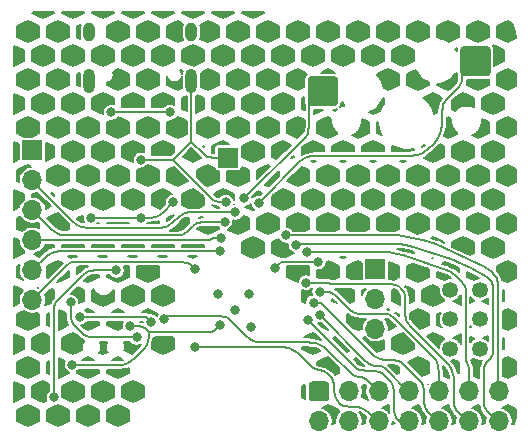
<source format=gbr>
G04 #@! TF.GenerationSoftware,KiCad,Pcbnew,(5.1.9)-1*
G04 #@! TF.CreationDate,2021-03-27T09:55:19-04:00*
G04 #@! TF.ProjectId,atmega32u4_demo,61746d65-6761-4333-9275-345f64656d6f,rev?*
G04 #@! TF.SameCoordinates,Original*
G04 #@! TF.FileFunction,Copper,L2,Bot*
G04 #@! TF.FilePolarity,Positive*
%FSLAX46Y46*%
G04 Gerber Fmt 4.6, Leading zero omitted, Abs format (unit mm)*
G04 Created by KiCad (PCBNEW (5.1.9)-1) date 2021-03-27 09:55:19*
%MOMM*%
%LPD*%
G01*
G04 APERTURE LIST*
G04 #@! TA.AperFunction,ComponentPad*
%ADD10C,1.350000*%
G04 #@! TD*
G04 #@! TA.AperFunction,ComponentPad*
%ADD11R,1.700000X1.700000*%
G04 #@! TD*
G04 #@! TA.AperFunction,ComponentPad*
%ADD12O,1.700000X1.700000*%
G04 #@! TD*
G04 #@! TA.AperFunction,ComponentPad*
%ADD13O,1.000000X2.100000*%
G04 #@! TD*
G04 #@! TA.AperFunction,ComponentPad*
%ADD14O,1.000000X1.600000*%
G04 #@! TD*
G04 #@! TA.AperFunction,ViaPad*
%ADD15C,0.800000*%
G04 #@! TD*
G04 #@! TA.AperFunction,Conductor*
%ADD16C,0.203200*%
G04 #@! TD*
G04 #@! TA.AperFunction,NonConductor*
%ADD17C,0.203200*%
G04 #@! TD*
G04 #@! TA.AperFunction,NonConductor*
%ADD18C,0.025400*%
G04 #@! TD*
G04 APERTURE END LIST*
D10*
X221431800Y-105090600D03*
X221431800Y-102590600D03*
X221431800Y-100090600D03*
X223931800Y-105090600D03*
X223931800Y-102590600D03*
X223931800Y-100090600D03*
D11*
X202615800Y-88900000D03*
D12*
X225552000Y-111226600D03*
X225552000Y-108686600D03*
X223012000Y-111226600D03*
X223012000Y-108686600D03*
X220472000Y-111226600D03*
X220472000Y-108686600D03*
X217932000Y-111226600D03*
X217932000Y-108686600D03*
X215392000Y-111226600D03*
X215392000Y-108686600D03*
X212852000Y-111226600D03*
X212852000Y-108686600D03*
X210312000Y-111226600D03*
G04 #@! TA.AperFunction,ComponentPad*
G36*
G01*
X210908700Y-109536600D02*
X209715300Y-109536600D01*
G75*
G02*
X209462000Y-109283300I0J253300D01*
G01*
X209462000Y-108089900D01*
G75*
G02*
X209715300Y-107836600I253300J0D01*
G01*
X210908700Y-107836600D01*
G75*
G02*
X211162000Y-108089900I0J-253300D01*
G01*
X211162000Y-109283300D01*
G75*
G02*
X210908700Y-109536600I-253300J0D01*
G01*
G37*
G04 #@! TD.AperFunction*
X186055000Y-100965000D03*
X186055000Y-98425000D03*
X186055000Y-95885000D03*
X186055000Y-93345000D03*
X186055000Y-90805000D03*
D11*
X186055000Y-88265000D03*
G04 #@! TA.AperFunction,SMDPad,CuDef*
G36*
G01*
X211663801Y-84511200D02*
X209623799Y-84511200D01*
G75*
G02*
X209368800Y-84256201I0J254999D01*
G01*
X209368800Y-82266199D01*
G75*
G02*
X209623799Y-82011200I254999J0D01*
G01*
X211663801Y-82011200D01*
G75*
G02*
X211918800Y-82266199I0J-254999D01*
G01*
X211918800Y-84256201D01*
G75*
G02*
X211663801Y-84511200I-254999J0D01*
G01*
G37*
G04 #@! TD.AperFunction*
G04 #@! TA.AperFunction,SMDPad,CuDef*
G36*
G01*
X224590801Y-81971200D02*
X222550799Y-81971200D01*
G75*
G02*
X222295800Y-81716201I0J254999D01*
G01*
X222295800Y-79726199D01*
G75*
G02*
X222550799Y-79471200I254999J0D01*
G01*
X224590801Y-79471200D01*
G75*
G02*
X224845800Y-79726199I0J-254999D01*
G01*
X224845800Y-81716201D01*
G75*
G02*
X224590801Y-81971200I-254999J0D01*
G01*
G37*
G04 #@! TD.AperFunction*
D12*
X215087200Y-103378000D03*
X215087200Y-100838000D03*
D11*
X215087200Y-98298000D03*
D13*
X190879000Y-82428800D03*
X199519000Y-82428800D03*
D14*
X199519000Y-78248800D03*
X190879000Y-78248800D03*
D15*
X204597000Y-103225600D03*
X204419200Y-100406200D03*
X203200000Y-101828600D03*
X201803000Y-100406200D03*
X195249800Y-89077800D03*
X202412600Y-92659200D03*
X194310000Y-103174800D03*
X201955400Y-103047800D03*
X189407800Y-106426000D03*
X195249800Y-93980000D03*
X191008000Y-93980000D03*
X197993000Y-92659200D03*
X187883800Y-109194600D03*
X193167000Y-98425000D03*
X197688200Y-85064600D03*
X192747400Y-85050800D03*
X190119000Y-102387400D03*
X196088000Y-102768400D03*
X194868800Y-104114600D03*
X189280800Y-101117400D03*
X206552800Y-98247200D03*
X210261200Y-97688400D03*
X203987400Y-92329000D03*
X205206600Y-92735400D03*
X203225400Y-93522800D03*
X202336400Y-94335600D03*
X202006200Y-95732600D03*
X201955400Y-96824800D03*
X199847200Y-98323400D03*
X209854800Y-101168200D03*
X210362800Y-102209600D03*
X209397600Y-102666800D03*
X207543400Y-95478600D03*
X208356200Y-96266000D03*
X199821800Y-104927400D03*
X209321400Y-96901000D03*
X209219800Y-99466400D03*
X210362800Y-100253800D03*
X197205600Y-102590600D03*
D16*
X195249800Y-89077800D02*
X197967600Y-89077800D01*
X199517000Y-87528400D02*
X199517000Y-82448400D01*
X198069200Y-88976200D02*
X199517000Y-87528400D01*
X197967600Y-89077800D02*
X198069200Y-88976200D01*
X198069200Y-89179400D02*
X198069200Y-88976200D01*
X194378503Y-106151603D02*
X194703700Y-105879900D01*
X194127755Y-106307255D02*
X194378503Y-106151603D01*
X194008057Y-106352657D02*
X193598800Y-106426000D01*
X189407800Y-106426000D02*
X193598800Y-106426000D01*
X194008057Y-106352657D02*
X194127755Y-106307255D01*
X195910200Y-103682800D02*
X201053700Y-103682800D01*
X201251128Y-103638928D02*
X201504550Y-103498650D01*
X201504550Y-103498650D02*
X201955400Y-103047800D01*
X201053700Y-103682800D02*
X201251128Y-103638928D01*
X200609200Y-88620600D02*
X199517000Y-87528400D01*
X200609200Y-88620600D02*
X200876618Y-88810382D01*
X201024261Y-88857861D02*
X201447400Y-88900000D01*
X202615800Y-88900000D02*
X201447400Y-88900000D01*
X200876618Y-88810382D02*
X201024261Y-88857861D01*
X201358500Y-92468700D02*
X198069200Y-89179400D01*
X201358500Y-92468700D02*
X201546070Y-92585930D01*
X201853800Y-92659200D02*
X201546070Y-92585930D01*
X202412600Y-92659200D02*
X201853800Y-92659200D01*
X195771482Y-104717562D02*
X195910200Y-104106980D01*
X195910200Y-104106980D02*
X195910200Y-103682800D01*
X195771482Y-104717562D02*
X195477130Y-105106470D01*
X194703700Y-105879900D02*
X195477130Y-105106470D01*
X195414533Y-103246287D02*
X195653660Y-103426260D01*
X195653660Y-103426260D02*
X195910200Y-103682800D01*
X195414533Y-103246287D02*
X195021200Y-103174800D01*
X194310000Y-103174800D02*
X195021200Y-103174800D01*
X195249800Y-93980000D02*
X191008000Y-93980000D01*
X190983720Y-98464220D02*
X191414400Y-98425000D01*
X193167000Y-98425000D02*
X191414400Y-98425000D01*
X190807041Y-98503441D02*
X190983720Y-98464220D01*
X190638113Y-98591687D02*
X190315850Y-98863150D01*
X190638113Y-98591687D02*
X190807041Y-98503441D01*
X188090175Y-101120575D02*
X188309250Y-100869750D01*
X190315850Y-98863150D02*
X188309250Y-100869750D01*
X187979050Y-101276150D02*
X188090175Y-101120575D01*
X187917138Y-101503162D02*
X187883800Y-101777800D01*
X187883800Y-109194600D02*
X187883800Y-101777800D01*
X187979050Y-101276150D02*
X187917138Y-101503162D01*
X197110350Y-93541850D02*
X197993000Y-92659200D01*
X196693049Y-93845909D02*
X197110350Y-93541850D01*
X196531693Y-93919847D02*
X196029580Y-93980000D01*
X195249800Y-93980000D02*
X196029580Y-93980000D01*
X196531693Y-93919847D02*
X196693049Y-93845909D01*
X197674400Y-85050800D02*
X192747400Y-85050800D01*
X197688200Y-85064600D02*
X197674400Y-85050800D01*
X195707000Y-102387400D02*
X195122800Y-102387400D01*
X196088000Y-102768400D02*
X195707000Y-102387400D01*
X190119000Y-102387400D02*
X195122800Y-102387400D01*
X189280800Y-102489000D02*
X189280800Y-101117400D01*
X189374945Y-102788555D02*
X189560200Y-103073200D01*
X189280800Y-102489000D02*
X189374945Y-102788555D01*
X190296800Y-103809800D02*
X189560200Y-103073200D01*
X190564813Y-103998987D02*
X190906400Y-104114600D01*
X194868800Y-104114600D02*
X190906400Y-104114600D01*
X190296800Y-103809800D02*
X190564813Y-103998987D01*
X190906400Y-104114600D02*
X191211200Y-104114600D01*
X206552800Y-98247200D02*
X207003650Y-97796350D01*
X207146525Y-97742375D02*
X207416400Y-97688400D01*
X207416400Y-97688400D02*
X210261200Y-97688400D01*
X207003650Y-97796350D02*
X207146525Y-97742375D01*
X209854800Y-83261200D02*
X210415200Y-83261200D01*
X209499200Y-83616800D02*
X209854800Y-83261200D01*
X209411887Y-86742587D02*
X209499200Y-86118700D01*
X209499200Y-86118700D02*
X209499200Y-83616800D01*
X209361615Y-86853185D02*
X209124550Y-87191850D01*
X203987400Y-92329000D02*
X209124550Y-87191850D01*
X209361615Y-86853185D02*
X209411887Y-86742587D01*
X222402400Y-81483200D02*
X223215200Y-80670400D01*
X222402400Y-82384900D02*
X222402400Y-81483200D01*
X222279384Y-82744484D02*
X222402400Y-82384900D01*
X222161100Y-82943700D02*
X222279384Y-82744484D01*
X221227650Y-83877150D02*
X222161100Y-82943700D01*
X208648300Y-89293700D02*
X209002276Y-89025376D01*
X205206600Y-92735400D02*
X208648300Y-89293700D01*
X220812102Y-84490302D02*
X220856874Y-84369974D01*
X209002276Y-89025376D02*
X209307962Y-88873862D01*
X209307962Y-88873862D02*
X209736293Y-88777207D01*
X209736293Y-88777207D02*
X210058000Y-88747600D01*
X220073745Y-87696565D02*
X220413957Y-87239217D01*
X220856874Y-84369974D02*
X221227650Y-83877150D01*
X220726000Y-85115400D02*
X220812102Y-84490302D01*
X219160040Y-88469420D02*
X220073745Y-87696565D01*
X218670607Y-88645467D02*
X217919300Y-88747600D01*
X210058000Y-88747600D02*
X217919300Y-88747600D01*
X218670607Y-88645467D02*
X219160040Y-88469420D01*
X220627325Y-86606765D02*
X220726000Y-86039960D01*
X220726000Y-86039960D02*
X220726000Y-85115400D01*
X220413957Y-87239217D02*
X220627325Y-86606765D01*
X186131200Y-90957400D02*
X185978800Y-90957400D01*
X190177769Y-94746731D02*
X190855600Y-94843600D01*
X189962947Y-94682153D02*
X190177769Y-94746731D01*
X189825161Y-94591339D02*
X189439550Y-94265750D01*
X189439550Y-94265750D02*
X186131200Y-90957400D01*
X189825161Y-94591339D02*
X189962947Y-94682153D01*
X197518513Y-94676453D02*
X197976490Y-94377510D01*
X197362466Y-94743926D02*
X196796660Y-94843600D01*
X196796660Y-94843600D02*
X190855600Y-94843600D01*
X197362466Y-94743926D02*
X197518513Y-94676453D01*
X198938846Y-93600574D02*
X199402700Y-93522800D01*
X203225400Y-93522800D02*
X199402700Y-93522800D01*
X198788668Y-93665688D02*
X198454010Y-93899990D01*
X198454010Y-93899990D02*
X197976490Y-94377510D01*
X198788668Y-93665688D02*
X198938846Y-93600574D01*
X188508985Y-95412215D02*
X189334790Y-95481790D01*
X188225717Y-95352583D02*
X188508985Y-95412215D01*
X188096350Y-95278750D02*
X187706000Y-94996000D01*
X187706000Y-94996000D02*
X186055000Y-93345000D01*
X188096350Y-95278750D02*
X188225717Y-95352583D01*
X200087505Y-94398105D02*
X200505060Y-94335600D01*
X202336400Y-94335600D02*
X200505060Y-94335600D01*
X199966790Y-94436990D02*
X199612250Y-94697550D01*
X199966790Y-94436990D02*
X200087505Y-94398105D01*
X198750278Y-95417282D02*
X199136000Y-95173800D01*
X199612250Y-94697550D02*
X199136000Y-95173800D01*
X198750278Y-95417282D02*
X198306070Y-95481790D01*
X198306070Y-95481790D02*
X189334790Y-95481790D01*
X201345800Y-95732600D02*
X202006200Y-95732600D01*
X201112263Y-95824183D02*
X200726040Y-95885000D01*
X186055000Y-95885000D02*
X200726040Y-95885000D01*
X201345800Y-95732600D02*
X201112263Y-95824183D01*
X187945719Y-96874019D02*
X188404500Y-96824800D01*
X187717881Y-96925581D02*
X187945719Y-96874019D01*
X201955400Y-96824800D02*
X188404500Y-96824800D01*
X187522363Y-97022163D02*
X187274200Y-97205800D01*
X187274200Y-97205800D02*
X186055000Y-98425000D01*
X187522363Y-97022163D02*
X187717881Y-96925581D01*
X199483980Y-97960180D02*
X199847200Y-98323400D01*
X199210930Y-97770950D02*
X199483980Y-97960180D01*
X198549260Y-97688400D02*
X199210930Y-97770950D01*
X190182500Y-97688400D02*
X198549260Y-97688400D01*
X189575660Y-97729260D02*
X190182500Y-97688400D01*
X189380284Y-97766716D02*
X189575660Y-97729260D01*
X189096650Y-97923350D02*
X189380284Y-97766716D01*
X186055000Y-100965000D02*
X189096650Y-97923350D01*
X220065600Y-110921800D02*
X219735400Y-111252000D01*
X209854800Y-101168200D02*
X210464400Y-101168200D01*
X219299155Y-109973745D02*
X219202000Y-109550200D01*
X219374720Y-110164880D02*
X219563950Y-110420150D01*
X219563950Y-110420150D02*
X220065600Y-110921800D01*
X219374720Y-110164880D02*
X219299155Y-109973745D01*
X215468395Y-105955905D02*
X215874600Y-106045000D01*
X210464400Y-101168200D02*
X214972900Y-105676700D01*
X215279653Y-105877947D02*
X214972900Y-105676700D01*
X215279653Y-105877947D02*
X215468395Y-105955905D01*
X219119450Y-108159550D02*
X218941650Y-107892850D01*
X219202000Y-108534200D02*
X219144850Y-108235750D01*
X219144850Y-108235750D02*
X219119450Y-108159550D01*
X219202000Y-108534200D02*
X219202000Y-109550200D01*
X217068130Y-106134170D02*
X217366850Y-106318050D01*
X217366850Y-106318050D02*
X218941650Y-107892850D01*
X216961126Y-106101474D02*
X216662000Y-106045000D01*
X215874600Y-106045000D02*
X216662000Y-106045000D01*
X216961126Y-106101474D02*
X217068130Y-106134170D01*
X217932000Y-108788200D02*
X218033600Y-108788200D01*
X215061800Y-106502200D02*
X214740375Y-106417225D01*
X214506939Y-106282361D02*
X214160100Y-106006900D01*
X214740375Y-106417225D02*
X214506939Y-106282361D01*
X210362800Y-102209600D02*
X214160100Y-106006900D01*
X215061800Y-106502200D02*
X215455500Y-106502200D01*
X215607900Y-106553000D02*
X215887300Y-106743500D01*
X215887300Y-106743500D02*
X217932000Y-108788200D01*
X215455500Y-106502200D02*
X215607900Y-106553000D01*
X216877900Y-110934500D02*
X217195400Y-111252000D01*
X216733120Y-110637320D02*
X216877900Y-110934500D01*
X216681112Y-110407388D02*
X216733120Y-110637320D01*
X216636600Y-109905800D02*
X216681112Y-110407388D01*
X209397600Y-102666800D02*
X213410800Y-106680000D01*
X213410800Y-106680000D02*
X213724067Y-106849333D01*
X213974712Y-106901012D02*
X214376000Y-106934000D01*
X213724067Y-106849333D02*
X213974712Y-106901012D01*
X215422975Y-107004625D02*
X215690450Y-107156250D01*
X215422975Y-107004625D02*
X215023700Y-106934000D01*
X214376000Y-106934000D02*
X215023700Y-106934000D01*
X216566750Y-108197650D02*
X216636600Y-108712000D01*
X216636600Y-108712000D02*
X216636600Y-109905800D01*
X216528650Y-108083350D02*
X216388950Y-107854750D01*
X215690450Y-107156250D02*
X216388950Y-107854750D01*
X216528650Y-108083350D02*
X216566750Y-108197650D01*
X225501200Y-108026200D02*
X224815400Y-108712000D01*
X225403228Y-99183372D02*
X225501200Y-99618800D01*
X225501200Y-99618800D02*
X225501200Y-108026200D01*
X225354242Y-99079958D02*
X225171000Y-98806000D01*
X225354242Y-99079958D02*
X225403228Y-99183372D01*
X219097194Y-95888206D02*
X220243544Y-96240456D01*
X207543400Y-95478600D02*
X217043000Y-95478600D01*
X217788505Y-95583995D02*
X217043000Y-95478600D01*
X217788505Y-95583995D02*
X219097194Y-95888206D01*
X224351144Y-98165356D02*
X224948750Y-98583750D01*
X224948750Y-98583750D02*
X225171000Y-98806000D01*
X224351144Y-98165356D02*
X220243544Y-96240456D01*
X224586800Y-110439200D02*
X225526600Y-111379000D01*
X225526600Y-111379000D02*
X225602800Y-111379000D01*
X224369197Y-110085303D02*
X224586800Y-110439200D01*
X224307400Y-109880400D02*
X224369197Y-110085303D01*
X208356200Y-96266000D02*
X208422801Y-96199399D01*
X224307400Y-106692700D02*
X224307400Y-109880400D01*
X224393052Y-106410052D02*
X224548700Y-106159300D01*
X224307400Y-106692700D02*
X224393052Y-106410052D01*
X224809050Y-105898950D02*
X224548700Y-106159300D01*
X224955100Y-105676700D02*
X224809050Y-105898950D01*
X224955100Y-105676700D02*
X225018600Y-105486200D01*
X224930123Y-99453277D02*
X225018600Y-99834700D01*
X225018600Y-99834700D02*
X225018600Y-105486200D01*
X217173101Y-96199399D02*
X218016874Y-96333526D01*
X208422801Y-96199399D02*
X217173101Y-96199399D01*
X224516111Y-98990989D02*
X224869798Y-99323102D01*
X224869798Y-99323102D02*
X224930123Y-99453277D01*
X224516111Y-98990989D02*
X223228960Y-98271540D01*
X221515268Y-97508732D02*
X218016874Y-96333526D01*
X222414492Y-97866808D02*
X221515268Y-97508732D01*
X223228960Y-98271540D02*
X222414492Y-97866808D01*
X210043713Y-106821287D02*
X209816700Y-106718100D01*
X210337400Y-106908600D02*
X210043713Y-106821287D01*
X211077841Y-107209559D02*
X210759646Y-106994354D01*
X211470187Y-107731613D02*
X211369941Y-107501659D01*
X211582000Y-108153200D02*
X211470187Y-107731613D01*
X215417400Y-111328200D02*
X215392000Y-111328200D01*
X214082435Y-110135865D02*
X213915381Y-110074319D01*
X212346032Y-109878368D02*
X212128100Y-109766100D01*
X215392000Y-111328200D02*
X214490300Y-110426500D01*
X214490300Y-110426500D02*
X214082435Y-110135865D01*
X213915381Y-110074319D02*
X213588600Y-109982000D01*
X211369941Y-107501659D02*
X211077841Y-107209559D01*
X213588600Y-109982000D02*
X212902800Y-109982000D01*
X212902800Y-109982000D02*
X212587058Y-109942142D01*
X212587058Y-109942142D02*
X212346032Y-109878368D01*
X212128100Y-109766100D02*
X211804250Y-109442250D01*
X211804250Y-109442250D02*
X211635975Y-109115225D01*
X211635975Y-109115225D02*
X211582000Y-108597700D01*
X210759646Y-106994354D02*
X210337400Y-106908600D01*
X211582000Y-108597700D02*
X211582000Y-108153200D01*
X207802480Y-105034080D02*
X208553050Y-105454450D01*
X209816700Y-106718100D02*
X208553050Y-105454450D01*
X207802480Y-105034080D02*
X207187800Y-104927400D01*
X207187800Y-104927400D02*
X199821800Y-104927400D01*
X223012000Y-107975400D02*
X222275400Y-108712000D01*
X222782493Y-106033207D02*
X222732600Y-105651300D01*
X222872300Y-106286300D02*
X222782493Y-106033207D01*
X222924687Y-106424413D02*
X223012000Y-106794300D01*
X223012000Y-106794300D02*
X223012000Y-107975400D01*
X222872300Y-106286300D02*
X222924687Y-106424413D01*
X222732600Y-100076000D02*
X222732600Y-105651300D01*
X222732600Y-100076000D02*
X222658940Y-99781360D01*
X222602044Y-99660456D02*
X222364300Y-99326700D01*
X222658940Y-99781360D02*
X222602044Y-99660456D01*
X209321400Y-96901000D02*
X216204800Y-96901000D01*
X216892262Y-97013638D02*
X217447730Y-97156670D01*
X216204800Y-96901000D02*
X216892262Y-97013638D01*
X217447730Y-97156670D02*
X221282563Y-98490737D01*
X221452129Y-98579629D02*
X221996000Y-98958400D01*
X221996000Y-98958400D02*
X222364300Y-99326700D01*
X221282563Y-98490737D02*
X221452129Y-98579629D01*
X222567500Y-110959900D02*
X222275400Y-111252000D01*
X221805662Y-110083438D02*
X221983300Y-110375700D01*
X221983300Y-110375700D02*
X222567500Y-110959900D01*
X221742000Y-109855000D02*
X221805662Y-110083438D01*
X221615858Y-106971242D02*
X221742000Y-107581700D01*
X221742000Y-107581700D02*
X221742000Y-109855000D01*
X221481723Y-106724377D02*
X221253050Y-106394250D01*
X221615858Y-106971242D02*
X221481723Y-106724377D01*
X217741028Y-102806972D02*
X218065350Y-103206550D01*
X218065350Y-103206550D02*
X221253050Y-106394250D01*
X217647875Y-102658825D02*
X217741028Y-102806972D01*
X217647875Y-102658825D02*
X217576400Y-102082600D01*
X211347090Y-99551450D02*
X211861400Y-99570540D01*
X211092107Y-99527033D02*
X211347090Y-99551450D01*
X211092107Y-99527033D02*
X210522820Y-99466400D01*
X209219800Y-99466400D02*
X210522820Y-99466400D01*
X216802101Y-99653959D02*
X217135710Y-99863910D01*
X216802101Y-99653959D02*
X216303860Y-99570540D01*
X211861400Y-99570540D02*
X216303860Y-99570540D01*
X217503057Y-100291583D02*
X217576400Y-100642420D01*
X217576400Y-100642420D02*
X217576400Y-102082600D01*
X217503057Y-100291583D02*
X217302080Y-100030280D01*
X217135710Y-99863910D02*
X217302080Y-100030280D01*
X220472000Y-107975400D02*
X219735400Y-108712000D01*
X220383112Y-106540288D02*
X220472000Y-107213400D01*
X220472000Y-107213400D02*
X220472000Y-107975400D01*
X220291532Y-106200068D02*
X220383112Y-106540288D01*
X220217704Y-106045296D02*
X220003385Y-105777015D01*
X220217704Y-106045296D02*
X220291532Y-106200068D01*
X210362800Y-100253800D02*
X211150200Y-100253800D01*
X211413436Y-100364636D02*
X211772500Y-100596700D01*
X211150200Y-100253800D02*
X211413436Y-100364636D01*
X213348855Y-102030245D02*
X213741000Y-102108000D01*
X213225483Y-101975817D02*
X212947250Y-101771450D01*
X211772500Y-100596700D02*
X212947250Y-101771450D01*
X213225483Y-101975817D02*
X213348855Y-102030245D01*
X216315724Y-102212976D02*
X216675985Y-102449615D01*
X216675985Y-102449615D02*
X220003385Y-105777015D01*
X216159180Y-102166320D02*
X215734900Y-102108000D01*
X213741000Y-102108000D02*
X215734900Y-102108000D01*
X216159180Y-102166320D02*
X216315724Y-102212976D01*
X197485000Y-102311200D02*
X197205600Y-102590600D01*
X215392000Y-108686600D02*
X215341200Y-108686600D01*
X205056852Y-104467548D02*
X205625700Y-104521000D01*
X204731731Y-104401731D02*
X205056852Y-104467548D01*
X204502913Y-104284887D02*
X204171550Y-104019350D01*
X204502913Y-104284887D02*
X204731731Y-104401731D01*
X202606461Y-102511039D02*
X202926950Y-102774750D01*
X204171550Y-104019350D02*
X202926950Y-102774750D01*
X202422125Y-102396925D02*
X202606461Y-102511039D01*
X202277435Y-102357465D02*
X201930000Y-102311200D01*
X201930000Y-102311200D02*
X197485000Y-102311200D01*
X202277435Y-102357465D02*
X202422125Y-102396925D01*
X210706479Y-104926621D02*
X211112100Y-105270300D01*
X210421707Y-104741493D02*
X210706479Y-104926621D01*
X210071781Y-104621519D02*
X210421707Y-104741493D01*
X209807188Y-104581312D02*
X209207100Y-104521000D01*
X209207100Y-104521000D02*
X205625700Y-104521000D01*
X210071781Y-104621519D02*
X209807188Y-104581312D01*
X213156800Y-107315000D02*
X211112100Y-105270300D01*
X213342682Y-107411982D02*
X213664800Y-107467400D01*
X213156800Y-107315000D02*
X213342682Y-107411982D01*
X213868000Y-107467400D02*
X213664800Y-107467400D01*
X214100610Y-107539590D02*
X214363300Y-107708700D01*
X215341200Y-108686600D02*
X214363300Y-107708700D01*
X213868000Y-107467400D02*
X214100610Y-107539590D01*
D17*
X190398400Y-108266793D02*
X190398400Y-109157208D01*
X189484000Y-109614408D01*
X188588600Y-109166708D01*
X188588600Y-109125183D01*
X188569600Y-109029663D01*
X188569600Y-108266793D01*
X189484000Y-107809593D01*
X190398400Y-108266793D01*
G04 #@! TA.AperFunction,NonConductor*
D18*
G36*
X190398400Y-108266793D02*
G01*
X190398400Y-109157208D01*
X189484000Y-109614408D01*
X188588600Y-109166708D01*
X188588600Y-109125183D01*
X188569600Y-109029663D01*
X188569600Y-108266793D01*
X189484000Y-107809593D01*
X190398400Y-108266793D01*
G37*
G04 #@! TD.AperFunction*
D17*
X186588400Y-110298793D02*
X186588400Y-111189208D01*
X185674000Y-111646408D01*
X184759600Y-111189208D01*
X184759600Y-110298793D01*
X185674000Y-109841593D01*
X186588400Y-110298793D01*
G04 #@! TA.AperFunction,NonConductor*
D18*
G36*
X186588400Y-110298793D02*
G01*
X186588400Y-111189208D01*
X185674000Y-111646408D01*
X184759600Y-111189208D01*
X184759600Y-110298793D01*
X185674000Y-109841593D01*
X186588400Y-110298793D01*
G37*
G04 #@! TD.AperFunction*
D17*
X194208400Y-110298793D02*
X194208400Y-111189208D01*
X193294000Y-111646408D01*
X192379600Y-111189208D01*
X192379600Y-110298793D01*
X193294000Y-109841593D01*
X194208400Y-110298793D01*
G04 #@! TA.AperFunction,NonConductor*
D18*
G36*
X194208400Y-110298793D02*
G01*
X194208400Y-111189208D01*
X193294000Y-111646408D01*
X192379600Y-111189208D01*
X192379600Y-110298793D01*
X193294000Y-109841593D01*
X194208400Y-110298793D01*
G37*
G04 #@! TD.AperFunction*
D17*
X189128400Y-110298793D02*
X189128400Y-111189208D01*
X188214000Y-111646408D01*
X187299600Y-111189208D01*
X187299600Y-110298793D01*
X188214000Y-109841593D01*
X189128400Y-110298793D01*
G04 #@! TA.AperFunction,NonConductor*
D18*
G36*
X189128400Y-110298793D02*
G01*
X189128400Y-111189208D01*
X188214000Y-111646408D01*
X187299600Y-111189208D01*
X187299600Y-110298793D01*
X188214000Y-109841593D01*
X189128400Y-110298793D01*
G37*
G04 #@! TD.AperFunction*
D17*
X191668400Y-110298793D02*
X191668400Y-111189208D01*
X190754000Y-111646408D01*
X189839600Y-111189208D01*
X189839600Y-110298793D01*
X190754000Y-109841593D01*
X191668400Y-110298793D01*
G04 #@! TA.AperFunction,NonConductor*
D18*
G36*
X191668400Y-110298793D02*
G01*
X191668400Y-111189208D01*
X190754000Y-111646408D01*
X189839600Y-111189208D01*
X189839600Y-110298793D01*
X190754000Y-109841593D01*
X191668400Y-110298793D01*
G37*
G04 #@! TD.AperFunction*
D17*
X187477400Y-108076293D02*
X187477400Y-108618492D01*
X187434516Y-108647146D01*
X187336346Y-108745316D01*
X187259215Y-108860752D01*
X187206085Y-108989017D01*
X187179000Y-109125183D01*
X187179000Y-109264017D01*
X187206085Y-109400183D01*
X187234629Y-109469093D01*
X186944000Y-109614408D01*
X186029600Y-109157208D01*
X186029600Y-108266793D01*
X186944000Y-107809593D01*
X187477400Y-108076293D01*
G04 #@! TA.AperFunction,NonConductor*
D18*
G36*
X187477400Y-108076293D02*
G01*
X187477400Y-108618492D01*
X187434516Y-108647146D01*
X187336346Y-108745316D01*
X187259215Y-108860752D01*
X187206085Y-108989017D01*
X187179000Y-109125183D01*
X187179000Y-109264017D01*
X187206085Y-109400183D01*
X187234629Y-109469093D01*
X186944000Y-109614408D01*
X186029600Y-109157208D01*
X186029600Y-108266793D01*
X186944000Y-107809593D01*
X187477400Y-108076293D01*
G37*
G04 #@! TD.AperFunction*
D17*
X192938400Y-108266793D02*
X192938400Y-109157208D01*
X192024000Y-109614408D01*
X191109600Y-109157208D01*
X191109600Y-108266793D01*
X192024000Y-107809593D01*
X192938400Y-108266793D01*
G04 #@! TA.AperFunction,NonConductor*
D18*
G36*
X192938400Y-108266793D02*
G01*
X192938400Y-109157208D01*
X192024000Y-109614408D01*
X191109600Y-109157208D01*
X191109600Y-108266793D01*
X192024000Y-107809593D01*
X192938400Y-108266793D01*
G37*
G04 #@! TD.AperFunction*
D17*
X195478400Y-108266793D02*
X195478400Y-109157208D01*
X194564000Y-109614408D01*
X193649600Y-109157208D01*
X193649600Y-108266793D01*
X194564000Y-107809593D01*
X195478400Y-108266793D01*
G04 #@! TA.AperFunction,NonConductor*
D18*
G36*
X195478400Y-108266793D02*
G01*
X195478400Y-109157208D01*
X194564000Y-109614408D01*
X193649600Y-109157208D01*
X193649600Y-108266793D01*
X194564000Y-107809593D01*
X195478400Y-108266793D01*
G37*
G04 #@! TD.AperFunction*
D17*
X185318400Y-108266793D02*
X185318400Y-109157208D01*
X184479800Y-109576508D01*
X184479800Y-107847493D01*
X185318400Y-108266793D01*
G04 #@! TA.AperFunction,NonConductor*
D18*
G36*
X185318400Y-108266793D02*
G01*
X185318400Y-109157208D01*
X184479800Y-109576508D01*
X184479800Y-107847493D01*
X185318400Y-108266793D01*
G37*
G04 #@! TD.AperFunction*
D17*
X211988400Y-106721336D02*
X211988400Y-107125208D01*
X211704181Y-107267318D01*
X211681758Y-107240998D01*
X211671423Y-107228404D01*
X211668763Y-107225744D01*
X211653337Y-107207637D01*
X211640549Y-107197530D01*
X211380127Y-106937109D01*
X211368215Y-106922427D01*
X211351909Y-106908891D01*
X211351095Y-106908077D01*
X211336508Y-106896106D01*
X211322051Y-106884105D01*
X211321102Y-106883463D01*
X211304716Y-106870016D01*
X211288039Y-106861102D01*
X211003589Y-106668720D01*
X210987883Y-106655724D01*
X210952765Y-106636771D01*
X210918036Y-106617957D01*
X210917724Y-106617860D01*
X210917434Y-106617704D01*
X210879533Y-106606041D01*
X210841561Y-106594289D01*
X210821286Y-106592177D01*
X210435933Y-106513915D01*
X210186378Y-106439722D01*
X210159600Y-106427550D01*
X210159600Y-106234793D01*
X211054438Y-105787374D01*
X211988400Y-106721336D01*
G04 #@! TA.AperFunction,NonConductor*
D18*
G36*
X211988400Y-106721336D02*
G01*
X211988400Y-107125208D01*
X211704181Y-107267318D01*
X211681758Y-107240998D01*
X211671423Y-107228404D01*
X211668763Y-107225744D01*
X211653337Y-107207637D01*
X211640549Y-107197530D01*
X211380127Y-106937109D01*
X211368215Y-106922427D01*
X211351909Y-106908891D01*
X211351095Y-106908077D01*
X211336508Y-106896106D01*
X211322051Y-106884105D01*
X211321102Y-106883463D01*
X211304716Y-106870016D01*
X211288039Y-106861102D01*
X211003589Y-106668720D01*
X210987883Y-106655724D01*
X210952765Y-106636771D01*
X210918036Y-106617957D01*
X210917724Y-106617860D01*
X210917434Y-106617704D01*
X210879533Y-106606041D01*
X210841561Y-106594289D01*
X210821286Y-106592177D01*
X210435933Y-106513915D01*
X210186378Y-106439722D01*
X210159600Y-106427550D01*
X210159600Y-106234793D01*
X211054438Y-105787374D01*
X211988400Y-106721336D01*
G37*
G04 #@! TD.AperFunction*
D17*
X188798216Y-106069701D02*
X188783215Y-106092152D01*
X188730085Y-106220417D01*
X188703000Y-106356583D01*
X188703000Y-106495417D01*
X188730085Y-106631583D01*
X188783215Y-106759848D01*
X188860346Y-106875284D01*
X188958516Y-106973454D01*
X189073952Y-107050585D01*
X189128400Y-107073138D01*
X189128400Y-107125208D01*
X188290200Y-107544308D01*
X188290200Y-105815693D01*
X188798216Y-106069701D01*
G04 #@! TA.AperFunction,NonConductor*
D18*
G36*
X188798216Y-106069701D02*
G01*
X188783215Y-106092152D01*
X188730085Y-106220417D01*
X188703000Y-106356583D01*
X188703000Y-106495417D01*
X188730085Y-106631583D01*
X188783215Y-106759848D01*
X188860346Y-106875284D01*
X188958516Y-106973454D01*
X189073952Y-107050585D01*
X189128400Y-107073138D01*
X189128400Y-107125208D01*
X188290200Y-107544308D01*
X188290200Y-105815693D01*
X188798216Y-106069701D01*
G37*
G04 #@! TD.AperFunction*
D17*
X187477400Y-107214108D02*
X187299600Y-107125208D01*
X187299600Y-106234793D01*
X187477400Y-106145893D01*
X187477400Y-107214108D01*
G04 #@! TA.AperFunction,NonConductor*
D18*
G36*
X187477400Y-107214108D02*
G01*
X187299600Y-107125208D01*
X187299600Y-106234793D01*
X187477400Y-106145893D01*
X187477400Y-107214108D01*
G37*
G04 #@! TD.AperFunction*
D17*
X185271515Y-100115351D02*
X185158008Y-100228858D01*
X185031629Y-100417997D01*
X184944578Y-100628157D01*
X184900200Y-100851262D01*
X184900200Y-101078738D01*
X184929069Y-101223873D01*
X184479800Y-101448508D01*
X184479800Y-99719493D01*
X185271515Y-100115351D01*
G04 #@! TA.AperFunction,NonConductor*
D18*
G36*
X185271515Y-100115351D02*
G01*
X185158008Y-100228858D01*
X185031629Y-100417997D01*
X184944578Y-100628157D01*
X184900200Y-100851262D01*
X184900200Y-101078738D01*
X184929069Y-101223873D01*
X184479800Y-101448508D01*
X184479800Y-99719493D01*
X185271515Y-100115351D01*
G37*
G04 #@! TD.AperFunction*
D17*
X216863758Y-106496671D02*
X216899503Y-106507593D01*
X217068400Y-106611559D01*
X217068400Y-107125208D01*
X216918629Y-107200093D01*
X216190130Y-106471594D01*
X216178751Y-106457461D01*
X216171505Y-106451400D01*
X216623974Y-106451400D01*
X216863758Y-106496671D01*
G04 #@! TA.AperFunction,NonConductor*
D18*
G36*
X216863758Y-106496671D02*
G01*
X216899503Y-106507593D01*
X217068400Y-106611559D01*
X217068400Y-107125208D01*
X216918629Y-107200093D01*
X216190130Y-106471594D01*
X216178751Y-106457461D01*
X216171505Y-106451400D01*
X216623974Y-106451400D01*
X216863758Y-106496671D01*
G37*
G04 #@! TD.AperFunction*
D17*
X187477401Y-104012293D02*
X187477401Y-105283708D01*
X186944000Y-105550408D01*
X186029600Y-105093208D01*
X186029600Y-104202793D01*
X186944000Y-103745593D01*
X187477401Y-104012293D01*
G04 #@! TA.AperFunction,NonConductor*
D18*
G36*
X187477401Y-104012293D02*
G01*
X187477401Y-105283708D01*
X186944000Y-105550408D01*
X186029600Y-105093208D01*
X186029600Y-104202793D01*
X186944000Y-103745593D01*
X187477401Y-104012293D01*
G37*
G04 #@! TD.AperFunction*
D17*
X186588400Y-106234793D02*
X186588400Y-107125208D01*
X185674000Y-107582408D01*
X184759600Y-107125208D01*
X184759600Y-106234793D01*
X185674000Y-105777593D01*
X186588400Y-106234793D01*
G04 #@! TA.AperFunction,NonConductor*
D18*
G36*
X186588400Y-106234793D02*
G01*
X186588400Y-107125208D01*
X185674000Y-107582408D01*
X184759600Y-107125208D01*
X184759600Y-106234793D01*
X185674000Y-105777593D01*
X186588400Y-106234793D01*
G37*
G04 #@! TD.AperFunction*
D17*
X198018400Y-100138793D02*
X198018400Y-101029208D01*
X197104000Y-101486408D01*
X196189600Y-101029208D01*
X196189600Y-100138793D01*
X197104000Y-99681593D01*
X198018400Y-100138793D01*
G04 #@! TA.AperFunction,NonConductor*
D18*
G36*
X198018400Y-100138793D02*
G01*
X198018400Y-101029208D01*
X197104000Y-101486408D01*
X196189600Y-101029208D01*
X196189600Y-100138793D01*
X197104000Y-99681593D01*
X198018400Y-100138793D01*
G37*
G04 #@! TD.AperFunction*
D17*
X212867248Y-105288784D02*
X212685296Y-105379760D01*
X211482086Y-104176550D01*
X211664038Y-104085574D01*
X212867248Y-105288784D01*
G04 #@! TA.AperFunction,NonConductor*
D18*
G36*
X212867248Y-105288784D02*
G01*
X212685296Y-105379760D01*
X211482086Y-104176550D01*
X211664038Y-104085574D01*
X212867248Y-105288784D01*
G37*
G04 #@! TD.AperFunction*
D17*
X185318400Y-104202793D02*
X185318400Y-105093208D01*
X184479800Y-105512508D01*
X184479800Y-103783493D01*
X185318400Y-104202793D01*
G04 #@! TA.AperFunction,NonConductor*
D18*
G36*
X185318400Y-104202793D02*
G01*
X185318400Y-105093208D01*
X184479800Y-105512508D01*
X184479800Y-103783493D01*
X185318400Y-104202793D01*
G37*
G04 #@! TD.AperFunction*
D17*
X191668400Y-107125208D02*
X190754000Y-107582408D01*
X189839600Y-107125208D01*
X189839600Y-106985136D01*
X189857084Y-106973454D01*
X189955254Y-106875284D01*
X189983908Y-106832400D01*
X191668400Y-106832400D01*
X191668400Y-107125208D01*
G04 #@! TA.AperFunction,NonConductor*
D18*
G36*
X191668400Y-107125208D02*
G01*
X190754000Y-107582408D01*
X189839600Y-107125208D01*
X189839600Y-106985136D01*
X189857084Y-106973454D01*
X189955254Y-106875284D01*
X189983908Y-106832400D01*
X191668400Y-106832400D01*
X191668400Y-107125208D01*
G37*
G04 #@! TD.AperFunction*
D17*
X191238014Y-106019600D02*
X190269986Y-106019600D01*
X190754000Y-105777593D01*
X191238014Y-106019600D01*
G04 #@! TA.AperFunction,NonConductor*
D18*
G36*
X191238014Y-106019600D02*
G01*
X190269986Y-106019600D01*
X190754000Y-105777593D01*
X191238014Y-106019600D01*
G37*
G04 #@! TD.AperFunction*
D17*
X198018400Y-104202793D02*
X198018400Y-105093208D01*
X197104000Y-105550408D01*
X196189600Y-105093208D01*
X196189600Y-104711569D01*
X196303300Y-104211106D01*
X196310719Y-104186648D01*
X196314104Y-104152281D01*
X196315681Y-104139752D01*
X196416786Y-104089200D01*
X197791214Y-104089200D01*
X198018400Y-104202793D01*
G04 #@! TA.AperFunction,NonConductor*
D18*
G36*
X198018400Y-104202793D02*
G01*
X198018400Y-105093208D01*
X197104000Y-105550408D01*
X196189600Y-105093208D01*
X196189600Y-104711569D01*
X196303300Y-104211106D01*
X196310719Y-104186648D01*
X196314104Y-104152281D01*
X196315681Y-104139752D01*
X196416786Y-104089200D01*
X197791214Y-104089200D01*
X198018400Y-104202793D01*
G37*
G04 #@! TD.AperFunction*
D17*
X209756309Y-104984645D02*
X209974571Y-105017812D01*
X210242351Y-105109622D01*
X210435040Y-105234888D01*
X209804000Y-105550408D01*
X208889600Y-105093208D01*
X208889600Y-104927400D01*
X209186737Y-104927400D01*
X209756309Y-104984645D01*
G04 #@! TA.AperFunction,NonConductor*
D18*
G36*
X209756309Y-104984645D02*
G01*
X209974571Y-105017812D01*
X210242351Y-105109622D01*
X210435040Y-105234888D01*
X209804000Y-105550408D01*
X208889600Y-105093208D01*
X208889600Y-104927400D01*
X209186737Y-104927400D01*
X209756309Y-104984645D01*
G37*
G04 #@! TD.AperFunction*
D17*
X209999314Y-103843250D02*
X210492053Y-104335989D01*
X210225711Y-104244672D01*
X210210715Y-104237515D01*
X210187957Y-104231728D01*
X210184704Y-104230613D01*
X210168606Y-104226808D01*
X210152568Y-104222730D01*
X210149167Y-104222213D01*
X210126316Y-104216812D01*
X210109711Y-104216218D01*
X209877772Y-104180973D01*
X209867688Y-104178946D01*
X209858079Y-104177980D01*
X209848509Y-104176526D01*
X209838214Y-104175984D01*
X209287160Y-104120600D01*
X209286768Y-104120481D01*
X209247175Y-104116581D01*
X209227880Y-104114642D01*
X209227478Y-104114641D01*
X209227060Y-104114600D01*
X209206881Y-104114600D01*
X209167884Y-104114522D01*
X209167488Y-104114600D01*
X209065986Y-104114600D01*
X209804000Y-103745593D01*
X209999314Y-103843250D01*
G04 #@! TA.AperFunction,NonConductor*
D18*
G36*
X209999314Y-103843250D02*
G01*
X210492053Y-104335989D01*
X210225711Y-104244672D01*
X210210715Y-104237515D01*
X210187957Y-104231728D01*
X210184704Y-104230613D01*
X210168606Y-104226808D01*
X210152568Y-104222730D01*
X210149167Y-104222213D01*
X210126316Y-104216812D01*
X210109711Y-104216218D01*
X209877772Y-104180973D01*
X209867688Y-104178946D01*
X209858079Y-104177980D01*
X209848509Y-104176526D01*
X209838214Y-104175984D01*
X209287160Y-104120600D01*
X209286768Y-104120481D01*
X209247175Y-104116581D01*
X209227880Y-104114642D01*
X209227478Y-104114641D01*
X209227060Y-104114600D01*
X209206881Y-104114600D01*
X209167884Y-104114522D01*
X209167488Y-104114600D01*
X209065986Y-104114600D01*
X209804000Y-103745593D01*
X209999314Y-103843250D01*
G37*
G04 #@! TD.AperFunction*
D17*
X225958400Y-104202793D02*
X225958400Y-105093208D01*
X225907600Y-105118608D01*
X225907600Y-104177393D01*
X225958400Y-104202793D01*
G04 #@! TA.AperFunction,NonConductor*
D18*
G36*
X225958400Y-104202793D02*
G01*
X225958400Y-105093208D01*
X225907600Y-105118608D01*
X225907600Y-104177393D01*
X225958400Y-104202793D01*
G37*
G04 #@! TD.AperFunction*
D17*
X224612201Y-104385355D02*
X224556386Y-104329540D01*
X224395909Y-104222312D01*
X224228909Y-104153139D01*
X224612201Y-103961493D01*
X224612201Y-104385355D01*
G04 #@! TA.AperFunction,NonConductor*
D18*
G36*
X224612201Y-104385355D02*
G01*
X224556386Y-104329540D01*
X224395909Y-104222312D01*
X224228909Y-104153139D01*
X224612201Y-103961493D01*
X224612201Y-104385355D01*
G37*
G04 #@! TD.AperFunction*
D17*
X222326200Y-101397508D02*
X221631092Y-101049954D01*
X221717597Y-101032747D01*
X221895909Y-100958888D01*
X222056386Y-100851660D01*
X222192860Y-100715186D01*
X222300088Y-100554709D01*
X222326200Y-100491669D01*
X222326200Y-101397508D01*
G04 #@! TA.AperFunction,NonConductor*
D18*
G36*
X222326200Y-101397508D02*
G01*
X221631092Y-101049954D01*
X221717597Y-101032747D01*
X221895909Y-100958888D01*
X222056386Y-100851660D01*
X222192860Y-100715186D01*
X222300088Y-100554709D01*
X222326200Y-100491669D01*
X222326200Y-101397508D01*
G37*
G04 #@! TD.AperFunction*
D17*
X223170740Y-100715186D02*
X223307214Y-100851660D01*
X223418400Y-100925953D01*
X223418400Y-101029208D01*
X223139000Y-101168908D01*
X223139000Y-100667684D01*
X223170740Y-100715186D01*
G04 #@! TA.AperFunction,NonConductor*
D18*
G36*
X223170740Y-100715186D02*
G01*
X223307214Y-100851660D01*
X223418400Y-100925953D01*
X223418400Y-101029208D01*
X223139000Y-101168908D01*
X223139000Y-100667684D01*
X223170740Y-100715186D01*
G37*
G04 #@! TD.AperFunction*
D17*
X216880617Y-100183553D02*
X216996042Y-100298978D01*
X217124271Y-100465696D01*
X217170000Y-100684444D01*
X217170000Y-101359408D01*
X216509600Y-101029208D01*
X216509600Y-100138793D01*
X216676719Y-100055233D01*
X216880617Y-100183553D01*
G04 #@! TA.AperFunction,NonConductor*
D18*
G36*
X216880617Y-100183553D02*
G01*
X216996042Y-100298978D01*
X217124271Y-100465696D01*
X217170000Y-100684444D01*
X217170000Y-101359408D01*
X216509600Y-101029208D01*
X216509600Y-100138793D01*
X216676719Y-100055233D01*
X216880617Y-100183553D01*
G37*
G04 #@! TD.AperFunction*
D17*
X218338400Y-100138793D02*
X218338400Y-101029208D01*
X217982800Y-101207008D01*
X217982800Y-100660389D01*
X217984746Y-100638444D01*
X217980654Y-100600674D01*
X217976919Y-100562752D01*
X217970520Y-100541658D01*
X217902575Y-100216641D01*
X217897388Y-100185442D01*
X217887325Y-100158797D01*
X217878798Y-100131644D01*
X217873216Y-100121440D01*
X217869103Y-100110551D01*
X217854037Y-100086383D01*
X217840376Y-100061413D01*
X217820088Y-100037177D01*
X217644671Y-99809107D01*
X217641623Y-99803405D01*
X217623530Y-99781358D01*
X218338400Y-100138793D01*
G04 #@! TA.AperFunction,NonConductor*
D18*
G36*
X218338400Y-100138793D02*
G01*
X218338400Y-101029208D01*
X217982800Y-101207008D01*
X217982800Y-100660389D01*
X217984746Y-100638444D01*
X217980654Y-100600674D01*
X217976919Y-100562752D01*
X217970520Y-100541658D01*
X217902575Y-100216641D01*
X217897388Y-100185442D01*
X217887325Y-100158797D01*
X217878798Y-100131644D01*
X217873216Y-100121440D01*
X217869103Y-100110551D01*
X217854037Y-100086383D01*
X217840376Y-100061413D01*
X217820088Y-100037177D01*
X217644671Y-99809107D01*
X217641623Y-99803405D01*
X217623530Y-99781358D01*
X218338400Y-100138793D01*
G37*
G04 #@! TD.AperFunction*
D17*
X222326201Y-104689533D02*
X222300088Y-104626491D01*
X222192860Y-104466014D01*
X222056386Y-104329540D01*
X221895909Y-104222312D01*
X221717597Y-104148453D01*
X221703778Y-104145704D01*
X222326201Y-103834493D01*
X222326201Y-104689533D01*
G04 #@! TA.AperFunction,NonConductor*
D18*
G36*
X222326201Y-104689533D02*
G01*
X222300088Y-104626491D01*
X222192860Y-104466014D01*
X222056386Y-104329540D01*
X221895909Y-104222312D01*
X221717597Y-104148453D01*
X221703778Y-104145704D01*
X222326201Y-103834493D01*
X222326201Y-104689533D01*
G37*
G04 #@! TD.AperFunction*
D17*
X223418400Y-104202793D02*
X223418400Y-104255247D01*
X223307214Y-104329540D01*
X223170740Y-104466014D01*
X223139000Y-104513516D01*
X223139000Y-104063093D01*
X223418400Y-104202793D01*
G04 #@! TA.AperFunction,NonConductor*
D18*
G36*
X223418400Y-104202793D02*
G01*
X223418400Y-104255247D01*
X223307214Y-104329540D01*
X223170740Y-104466014D01*
X223139000Y-104513516D01*
X223139000Y-104063093D01*
X223418400Y-104202793D01*
G37*
G04 #@! TD.AperFunction*
D17*
X210293383Y-102914400D02*
X210432217Y-102914400D01*
X210482802Y-102904338D01*
X211089248Y-103510784D01*
X211074000Y-103518408D01*
X210573888Y-103268352D01*
X210201699Y-102896163D01*
X210293383Y-102914400D01*
G04 #@! TA.AperFunction,NonConductor*
D18*
G36*
X210293383Y-102914400D02*
G01*
X210432217Y-102914400D01*
X210482802Y-102904338D01*
X211089248Y-103510784D01*
X211074000Y-103518408D01*
X210573888Y-103268352D01*
X210201699Y-102896163D01*
X210293383Y-102914400D01*
G37*
G04 #@! TD.AperFunction*
D17*
X223467691Y-105958888D02*
X223646003Y-106032747D01*
X223835298Y-106070400D01*
X224028302Y-106070400D01*
X224139255Y-106048330D01*
X224051327Y-106189984D01*
X224032851Y-106217653D01*
X224022591Y-106242444D01*
X224010745Y-106266513D01*
X224002160Y-106298653D01*
X223918536Y-106574609D01*
X223906881Y-106613033D01*
X223904908Y-106633062D01*
X223900990Y-106652790D01*
X223901000Y-106688967D01*
X223901000Y-107518908D01*
X223774000Y-107582408D01*
X223418400Y-107404608D01*
X223418400Y-106807028D01*
X223420108Y-106779822D01*
X223415738Y-106747309D01*
X223412519Y-106714632D01*
X223404602Y-106688533D01*
X223327879Y-106363508D01*
X223327426Y-106356858D01*
X223318702Y-106324632D01*
X223315631Y-106311621D01*
X223313481Y-106305343D01*
X223311749Y-106298946D01*
X223307014Y-106286462D01*
X223296190Y-106254861D01*
X223292840Y-106249096D01*
X223253846Y-106146293D01*
X223221110Y-106054038D01*
X223443602Y-105942792D01*
X223467691Y-105958888D01*
G04 #@! TA.AperFunction,NonConductor*
D18*
G36*
X223467691Y-105958888D02*
G01*
X223646003Y-106032747D01*
X223835298Y-106070400D01*
X224028302Y-106070400D01*
X224139255Y-106048330D01*
X224051327Y-106189984D01*
X224032851Y-106217653D01*
X224022591Y-106242444D01*
X224010745Y-106266513D01*
X224002160Y-106298653D01*
X223918536Y-106574609D01*
X223906881Y-106613033D01*
X223904908Y-106633062D01*
X223900990Y-106652790D01*
X223901000Y-106688967D01*
X223901000Y-107518908D01*
X223774000Y-107582408D01*
X223418400Y-107404608D01*
X223418400Y-106807028D01*
X223420108Y-106779822D01*
X223415738Y-106747309D01*
X223412519Y-106714632D01*
X223404602Y-106688533D01*
X223327879Y-106363508D01*
X223327426Y-106356858D01*
X223318702Y-106324632D01*
X223315631Y-106311621D01*
X223313481Y-106305343D01*
X223311749Y-106298946D01*
X223307014Y-106286462D01*
X223296190Y-106254861D01*
X223292840Y-106249096D01*
X223253846Y-106146293D01*
X223221110Y-106054038D01*
X223443602Y-105942792D01*
X223467691Y-105958888D01*
G37*
G04 #@! TD.AperFunction*
D17*
X220464394Y-99931790D02*
X220452000Y-99994098D01*
X220452000Y-100187102D01*
X220489653Y-100376397D01*
X220563512Y-100554709D01*
X220670740Y-100715186D01*
X220807214Y-100851660D01*
X220878400Y-100899225D01*
X220878400Y-101029208D01*
X219964000Y-101486408D01*
X219049600Y-101029208D01*
X219049600Y-100138793D01*
X219964000Y-99681593D01*
X220464394Y-99931790D01*
G04 #@! TA.AperFunction,NonConductor*
D18*
G36*
X220464394Y-99931790D02*
G01*
X220452000Y-99994098D01*
X220452000Y-100187102D01*
X220489653Y-100376397D01*
X220563512Y-100554709D01*
X220670740Y-100715186D01*
X220807214Y-100851660D01*
X220878400Y-100899225D01*
X220878400Y-101029208D01*
X219964000Y-101486408D01*
X219049600Y-101029208D01*
X219049600Y-100138793D01*
X219964000Y-99681593D01*
X220464394Y-99931790D01*
G37*
G04 #@! TD.AperFunction*
D17*
X211515653Y-100914589D02*
X211830944Y-101229880D01*
X211429600Y-101029208D01*
X211429600Y-100858973D01*
X211515653Y-100914589D01*
G04 #@! TA.AperFunction,NonConductor*
D18*
G36*
X211515653Y-100914589D02*
G01*
X211830944Y-101229880D01*
X211429600Y-101029208D01*
X211429600Y-100858973D01*
X211515653Y-100914589D01*
G37*
G04 #@! TD.AperFunction*
D17*
X211833918Y-99976199D02*
X211841440Y-99976940D01*
X211853878Y-99976940D01*
X211866271Y-99977400D01*
X211873793Y-99976940D01*
X212934694Y-99976940D01*
X213258400Y-100138793D01*
X213258400Y-101029208D01*
X212939296Y-101188760D01*
X212071779Y-100321243D01*
X212056813Y-100303565D01*
X212027916Y-100280579D01*
X211999375Y-100257157D01*
X211978949Y-100246239D01*
X211654407Y-100036486D01*
X211646818Y-100030184D01*
X211760256Y-99973465D01*
X211833918Y-99976199D01*
G04 #@! TA.AperFunction,NonConductor*
D18*
G36*
X211833918Y-99976199D02*
G01*
X211841440Y-99976940D01*
X211853878Y-99976940D01*
X211866271Y-99977400D01*
X211873793Y-99976940D01*
X212934694Y-99976940D01*
X213258400Y-100138793D01*
X213258400Y-101029208D01*
X212939296Y-101188760D01*
X212071779Y-100321243D01*
X212056813Y-100303565D01*
X212027916Y-100280579D01*
X211999375Y-100257157D01*
X211978949Y-100246239D01*
X211654407Y-100036486D01*
X211646818Y-100030184D01*
X211760256Y-99973465D01*
X211833918Y-99976199D01*
G37*
G04 #@! TD.AperFunction*
D17*
X224612200Y-101270508D02*
X224159708Y-101044262D01*
X224217597Y-101032747D01*
X224395909Y-100958888D01*
X224556386Y-100851660D01*
X224612200Y-100795846D01*
X224612200Y-101270508D01*
G04 #@! TA.AperFunction,NonConductor*
D18*
G36*
X224612200Y-101270508D02*
G01*
X224159708Y-101044262D01*
X224217597Y-101032747D01*
X224395909Y-100958888D01*
X224556386Y-100851660D01*
X224612200Y-100795846D01*
X224612200Y-101270508D01*
G37*
G04 #@! TD.AperFunction*
D17*
X225958400Y-100138793D02*
X225958400Y-101029208D01*
X225907600Y-101054608D01*
X225907600Y-100113393D01*
X225958400Y-100138793D01*
G04 #@! TA.AperFunction,NonConductor*
D18*
G36*
X225958400Y-100138793D02*
G01*
X225958400Y-101029208D01*
X225907600Y-101054608D01*
X225907600Y-100113393D01*
X225958400Y-100138793D01*
G37*
G04 #@! TD.AperFunction*
D17*
X220563512Y-102126491D02*
X220489653Y-102304803D01*
X220452000Y-102494098D01*
X220452000Y-102687102D01*
X220489653Y-102876397D01*
X220563512Y-103054709D01*
X220670740Y-103215186D01*
X220713924Y-103258370D01*
X220319600Y-103061208D01*
X220319600Y-102170793D01*
X220641431Y-102009877D01*
X220563512Y-102126491D01*
G04 #@! TA.AperFunction,NonConductor*
D18*
G36*
X220563512Y-102126491D02*
G01*
X220489653Y-102304803D01*
X220452000Y-102494098D01*
X220452000Y-102687102D01*
X220489653Y-102876397D01*
X220563512Y-103054709D01*
X220670740Y-103215186D01*
X220713924Y-103258370D01*
X220319600Y-103061208D01*
X220319600Y-102170793D01*
X220641431Y-102009877D01*
X220563512Y-102126491D01*
G37*
G04 #@! TD.AperFunction*
D17*
X216072968Y-102564691D02*
X216142473Y-102585406D01*
X216418062Y-102766428D01*
X216831361Y-103179727D01*
X216242000Y-103474408D01*
X216242000Y-103264262D01*
X216197622Y-103041157D01*
X216110571Y-102830997D01*
X215984192Y-102641858D01*
X215880580Y-102538246D01*
X216072968Y-102564691D01*
G04 #@! TA.AperFunction,NonConductor*
D18*
G36*
X216072968Y-102564691D02*
G01*
X216142473Y-102585406D01*
X216418062Y-102766428D01*
X216831361Y-103179727D01*
X216242000Y-103474408D01*
X216242000Y-103264262D01*
X216197622Y-103041157D01*
X216110571Y-102830997D01*
X215984192Y-102641858D01*
X215880580Y-102538246D01*
X216072968Y-102564691D01*
G37*
G04 #@! TD.AperFunction*
D17*
X217068400Y-102170793D02*
X217068400Y-102267294D01*
X216976328Y-102175222D01*
X216962461Y-102158594D01*
X216932583Y-102134464D01*
X216902860Y-102110072D01*
X216883762Y-102099864D01*
X216747393Y-102010290D01*
X217068400Y-102170793D01*
G04 #@! TA.AperFunction,NonConductor*
D18*
G36*
X217068400Y-102170793D02*
G01*
X217068400Y-102267294D01*
X216976328Y-102175222D01*
X216962461Y-102158594D01*
X216932583Y-102134464D01*
X216902860Y-102110072D01*
X216883762Y-102099864D01*
X216747393Y-102010290D01*
X217068400Y-102170793D01*
G37*
G04 #@! TD.AperFunction*
D17*
X216282926Y-101778056D02*
X216264578Y-101773667D01*
X216256128Y-101771149D01*
X216245161Y-101769023D01*
X216234295Y-101766424D01*
X216225559Y-101765223D01*
X216197227Y-101759731D01*
X216186001Y-101759786D01*
X216088436Y-101746375D01*
X216154000Y-101713593D01*
X216282926Y-101778056D01*
G04 #@! TA.AperFunction,NonConductor*
D18*
G36*
X216282926Y-101778056D02*
G01*
X216264578Y-101773667D01*
X216256128Y-101771149D01*
X216245161Y-101769023D01*
X216234295Y-101766424D01*
X216225559Y-101765223D01*
X216197227Y-101759731D01*
X216186001Y-101759786D01*
X216088436Y-101746375D01*
X216154000Y-101713593D01*
X216282926Y-101778056D01*
G37*
G04 #@! TD.AperFunction*
D17*
X212972383Y-102294161D02*
X212990930Y-102310103D01*
X213021923Y-102327588D01*
X213052590Y-102345777D01*
X213075672Y-102353916D01*
X213170922Y-102395938D01*
X213192810Y-102407620D01*
X213226568Y-102417838D01*
X213260081Y-102428844D01*
X213284712Y-102431838D01*
X213642258Y-102502733D01*
X213661332Y-102508519D01*
X213681414Y-102510497D01*
X213681535Y-102510521D01*
X213700833Y-102512410D01*
X213721040Y-102514400D01*
X213721169Y-102514400D01*
X213741247Y-102516365D01*
X213761075Y-102514400D01*
X214317666Y-102514400D01*
X214190208Y-102641858D01*
X214063829Y-102830997D01*
X213976778Y-103041157D01*
X213932400Y-103264262D01*
X213932400Y-103359208D01*
X213614000Y-103518408D01*
X213164689Y-103293753D01*
X212699600Y-102828664D01*
X212699600Y-102170793D01*
X212761970Y-102139608D01*
X212972383Y-102294161D01*
G04 #@! TA.AperFunction,NonConductor*
D18*
G36*
X212972383Y-102294161D02*
G01*
X212990930Y-102310103D01*
X213021923Y-102327588D01*
X213052590Y-102345777D01*
X213075672Y-102353916D01*
X213170922Y-102395938D01*
X213192810Y-102407620D01*
X213226568Y-102417838D01*
X213260081Y-102428844D01*
X213284712Y-102431838D01*
X213642258Y-102502733D01*
X213661332Y-102508519D01*
X213681414Y-102510497D01*
X213681535Y-102510521D01*
X213700833Y-102512410D01*
X213721040Y-102514400D01*
X213721169Y-102514400D01*
X213741247Y-102516365D01*
X213761075Y-102514400D01*
X214317666Y-102514400D01*
X214190208Y-102641858D01*
X214063829Y-102830997D01*
X213976778Y-103041157D01*
X213932400Y-103264262D01*
X213932400Y-103359208D01*
X213614000Y-103518408D01*
X213164689Y-103293753D01*
X212699600Y-102828664D01*
X212699600Y-102170793D01*
X212761970Y-102139608D01*
X212972383Y-102294161D01*
G37*
G04 #@! TD.AperFunction*
D17*
X227000201Y-102056693D02*
X227000201Y-103175308D01*
X226314000Y-103518408D01*
X225907600Y-103315208D01*
X225907600Y-101916793D01*
X226314000Y-101713593D01*
X227000201Y-102056693D01*
G04 #@! TA.AperFunction,NonConductor*
D18*
G36*
X227000201Y-102056693D02*
G01*
X227000201Y-103175308D01*
X226314000Y-103518408D01*
X225907600Y-103315208D01*
X225907600Y-101916793D01*
X226314000Y-101713593D01*
X227000201Y-102056693D01*
G37*
G04 #@! TD.AperFunction*
D17*
X189128400Y-81850793D02*
X189128400Y-82741208D01*
X188214000Y-83198408D01*
X187299600Y-82741208D01*
X187299600Y-81850793D01*
X188214000Y-81393593D01*
X189128400Y-81850793D01*
G04 #@! TA.AperFunction,NonConductor*
D18*
G36*
X189128400Y-81850793D02*
G01*
X189128400Y-82741208D01*
X188214000Y-83198408D01*
X187299600Y-82741208D01*
X187299600Y-81850793D01*
X188214000Y-81393593D01*
X189128400Y-81850793D01*
G37*
G04 #@! TD.AperFunction*
D17*
X187858400Y-79818793D02*
X187858400Y-80709208D01*
X186944000Y-81166408D01*
X186029600Y-80709208D01*
X186029600Y-79818793D01*
X186944000Y-79361593D01*
X187858400Y-79818793D01*
G04 #@! TA.AperFunction,NonConductor*
D18*
G36*
X187858400Y-79818793D02*
G01*
X187858400Y-80709208D01*
X186944000Y-81166408D01*
X186029600Y-80709208D01*
X186029600Y-79818793D01*
X186944000Y-79361593D01*
X187858400Y-79818793D01*
G37*
G04 #@! TD.AperFunction*
D17*
X185318400Y-79818793D02*
X185318400Y-80709208D01*
X184479800Y-81128508D01*
X184479800Y-79399493D01*
X185318400Y-79818793D01*
G04 #@! TA.AperFunction,NonConductor*
D18*
G36*
X185318400Y-79818793D02*
G01*
X185318400Y-80709208D01*
X184479800Y-81128508D01*
X184479800Y-79399493D01*
X185318400Y-79818793D01*
G37*
G04 #@! TD.AperFunction*
D17*
X204368400Y-77786793D02*
X204368400Y-78677208D01*
X203454000Y-79134408D01*
X202539600Y-78677208D01*
X202539600Y-77786793D01*
X203454000Y-77329593D01*
X204368400Y-77786793D01*
G04 #@! TA.AperFunction,NonConductor*
D18*
G36*
X204368400Y-77786793D02*
G01*
X204368400Y-78677208D01*
X203454000Y-79134408D01*
X202539600Y-78677208D01*
X202539600Y-77786793D01*
X203454000Y-77329593D01*
X204368400Y-77786793D01*
G37*
G04 #@! TD.AperFunction*
D17*
X226590201Y-77467693D02*
X226621028Y-77504957D01*
X226826043Y-77884124D01*
X226953509Y-78295899D01*
X227000198Y-78740124D01*
X227000200Y-78740581D01*
X227000200Y-78791308D01*
X226314000Y-79134408D01*
X225399600Y-78677208D01*
X225399600Y-77786793D01*
X226314000Y-77329593D01*
X226590201Y-77467693D01*
G04 #@! TA.AperFunction,NonConductor*
D18*
G36*
X226590201Y-77467693D02*
G01*
X226621028Y-77504957D01*
X226826043Y-77884124D01*
X226953509Y-78295899D01*
X227000198Y-78740124D01*
X227000200Y-78740581D01*
X227000200Y-78791308D01*
X226314000Y-79134408D01*
X225399600Y-78677208D01*
X225399600Y-77786793D01*
X226314000Y-77329593D01*
X226590201Y-77467693D01*
G37*
G04 #@! TD.AperFunction*
D17*
X203098400Y-76645208D02*
X202184000Y-77102408D01*
X201269600Y-76645208D01*
X201269600Y-76529800D01*
X203098400Y-76529800D01*
X203098400Y-76645208D01*
G04 #@! TA.AperFunction,NonConductor*
D18*
G36*
X203098400Y-76645208D02*
G01*
X202184000Y-77102408D01*
X201269600Y-76645208D01*
X201269600Y-76529800D01*
X203098400Y-76529800D01*
X203098400Y-76645208D01*
G37*
G04 #@! TD.AperFunction*
D17*
X186588400Y-81850793D02*
X186588400Y-82741208D01*
X185674000Y-83198408D01*
X184759600Y-82741208D01*
X184759600Y-81850793D01*
X185674000Y-81393593D01*
X186588400Y-81850793D01*
G04 #@! TA.AperFunction,NonConductor*
D18*
G36*
X186588400Y-81850793D02*
G01*
X186588400Y-82741208D01*
X185674000Y-83198408D01*
X184759600Y-82741208D01*
X184759600Y-81850793D01*
X185674000Y-81393593D01*
X186588400Y-81850793D01*
G37*
G04 #@! TD.AperFunction*
D17*
X210718400Y-79818793D02*
X210718400Y-80709208D01*
X209804000Y-81166408D01*
X208889600Y-80709208D01*
X208889600Y-79818793D01*
X209804000Y-79361593D01*
X210718400Y-79818793D01*
G04 #@! TA.AperFunction,NonConductor*
D18*
G36*
X210718400Y-79818793D02*
G01*
X210718400Y-80709208D01*
X209804000Y-81166408D01*
X208889600Y-80709208D01*
X208889600Y-79818793D01*
X209804000Y-79361593D01*
X210718400Y-79818793D01*
G37*
G04 #@! TD.AperFunction*
D17*
X211704728Y-81708957D02*
X211663801Y-81704926D01*
X210451334Y-81704926D01*
X211074000Y-81393593D01*
X211704728Y-81708957D01*
G04 #@! TA.AperFunction,NonConductor*
D18*
G36*
X211704728Y-81708957D02*
G01*
X211663801Y-81704926D01*
X210451334Y-81704926D01*
X211074000Y-81393593D01*
X211704728Y-81708957D01*
G37*
G04 #@! TD.AperFunction*
D17*
X201828400Y-77786793D02*
X201828400Y-78677208D01*
X200914000Y-79134408D01*
X200278726Y-78816771D01*
X200312155Y-78706568D01*
X200323800Y-78588336D01*
X200323800Y-77909264D01*
X200312155Y-77791032D01*
X200269876Y-77651655D01*
X200914000Y-77329593D01*
X201828400Y-77786793D01*
G04 #@! TA.AperFunction,NonConductor*
D18*
G36*
X201828400Y-77786793D02*
G01*
X201828400Y-78677208D01*
X200914000Y-79134408D01*
X200278726Y-78816771D01*
X200312155Y-78706568D01*
X200323800Y-78588336D01*
X200323800Y-77909264D01*
X200312155Y-77791032D01*
X200269876Y-77651655D01*
X200914000Y-77329593D01*
X201828400Y-77786793D01*
G37*
G04 #@! TD.AperFunction*
D17*
X206908400Y-81850793D02*
X206908400Y-82741208D01*
X205994000Y-83198408D01*
X205079600Y-82741208D01*
X205079600Y-81850793D01*
X205994000Y-81393593D01*
X206908400Y-81850793D01*
G04 #@! TA.AperFunction,NonConductor*
D18*
G36*
X206908400Y-81850793D02*
G01*
X206908400Y-82741208D01*
X205994000Y-83198408D01*
X205079600Y-82741208D01*
X205079600Y-81850793D01*
X205994000Y-81393593D01*
X206908400Y-81850793D01*
G37*
G04 #@! TD.AperFunction*
D17*
X203098400Y-79818793D02*
X203098400Y-80709208D01*
X202184000Y-81166408D01*
X201269600Y-80709208D01*
X201269600Y-79818793D01*
X202184000Y-79361593D01*
X203098400Y-79818793D01*
G04 #@! TA.AperFunction,NonConductor*
D18*
G36*
X203098400Y-79818793D02*
G01*
X203098400Y-80709208D01*
X202184000Y-81166408D01*
X201269600Y-80709208D01*
X201269600Y-79818793D01*
X202184000Y-79361593D01*
X203098400Y-79818793D01*
G37*
G04 #@! TD.AperFunction*
D17*
X200558400Y-79818793D02*
X200558400Y-80709208D01*
X199756907Y-81109955D01*
X199676768Y-81085645D01*
X199519000Y-81070106D01*
X199462522Y-81075669D01*
X198729600Y-80709208D01*
X198729600Y-79818793D01*
X199644000Y-79361593D01*
X200558400Y-79818793D01*
G04 #@! TA.AperFunction,NonConductor*
D18*
G36*
X200558400Y-79818793D02*
G01*
X200558400Y-80709208D01*
X199756907Y-81109955D01*
X199676768Y-81085645D01*
X199519000Y-81070106D01*
X199462522Y-81075669D01*
X198729600Y-80709208D01*
X198729600Y-79818793D01*
X199644000Y-79361593D01*
X200558400Y-79818793D01*
G37*
G04 #@! TD.AperFunction*
D17*
X186588400Y-77786793D02*
X186588400Y-78677208D01*
X185674000Y-79134408D01*
X184759600Y-78677208D01*
X184759600Y-77786793D01*
X185674000Y-77329593D01*
X186588400Y-77786793D01*
G04 #@! TA.AperFunction,NonConductor*
D18*
G36*
X186588400Y-77786793D02*
G01*
X186588400Y-78677208D01*
X185674000Y-79134408D01*
X184759600Y-78677208D01*
X184759600Y-77786793D01*
X185674000Y-77329593D01*
X186588400Y-77786793D01*
G37*
G04 #@! TD.AperFunction*
D17*
X208178400Y-79818793D02*
X208178400Y-80709208D01*
X207264000Y-81166408D01*
X206349600Y-80709208D01*
X206349600Y-79818793D01*
X207264000Y-79361593D01*
X208178400Y-79818793D01*
G04 #@! TA.AperFunction,NonConductor*
D18*
G36*
X208178400Y-79818793D02*
G01*
X208178400Y-80709208D01*
X207264000Y-81166408D01*
X206349600Y-80709208D01*
X206349600Y-79818793D01*
X207264000Y-79361593D01*
X208178400Y-79818793D01*
G37*
G04 #@! TD.AperFunction*
D17*
X198018400Y-76645208D02*
X197104000Y-77102408D01*
X196189600Y-76645208D01*
X196189600Y-76529800D01*
X198018400Y-76529800D01*
X198018400Y-76645208D01*
G04 #@! TA.AperFunction,NonConductor*
D18*
G36*
X198018400Y-76645208D02*
G01*
X197104000Y-77102408D01*
X196189600Y-76645208D01*
X196189600Y-76529800D01*
X198018400Y-76529800D01*
X198018400Y-76645208D01*
G37*
G04 #@! TD.AperFunction*
D17*
X213258400Y-79818793D02*
X213258400Y-80709208D01*
X212344000Y-81166408D01*
X211429600Y-80709208D01*
X211429600Y-79818793D01*
X212344000Y-79361593D01*
X213258400Y-79818793D01*
G04 #@! TA.AperFunction,NonConductor*
D18*
G36*
X213258400Y-79818793D02*
G01*
X213258400Y-80709208D01*
X212344000Y-81166408D01*
X211429600Y-80709208D01*
X211429600Y-79818793D01*
X212344000Y-79361593D01*
X213258400Y-79818793D01*
G37*
G04 #@! TD.AperFunction*
D17*
X218579370Y-81624219D02*
X218788003Y-81936459D01*
X219053541Y-82201997D01*
X219365781Y-82410630D01*
X219608400Y-82511126D01*
X219608400Y-82741208D01*
X218694000Y-83198408D01*
X217779600Y-82741208D01*
X217779600Y-81850793D01*
X218519899Y-81480643D01*
X218579370Y-81624219D01*
G04 #@! TA.AperFunction,NonConductor*
D18*
G36*
X218579370Y-81624219D02*
G01*
X218788003Y-81936459D01*
X219053541Y-82201997D01*
X219365781Y-82410630D01*
X219608400Y-82511126D01*
X219608400Y-82741208D01*
X218694000Y-83198408D01*
X217779600Y-82741208D01*
X217779600Y-81850793D01*
X218519899Y-81480643D01*
X218579370Y-81624219D01*
G37*
G04 #@! TD.AperFunction*
D17*
X194208400Y-81850793D02*
X194208400Y-82741208D01*
X193294000Y-83198408D01*
X192379600Y-82741208D01*
X192379600Y-82526895D01*
X192492706Y-82504397D01*
X192607322Y-82456921D01*
X192710474Y-82387997D01*
X192798197Y-82300274D01*
X192867121Y-82197122D01*
X192914597Y-82082506D01*
X192938800Y-81960830D01*
X192938800Y-81836770D01*
X192914597Y-81715094D01*
X192869370Y-81605908D01*
X193294000Y-81393593D01*
X194208400Y-81850793D01*
G04 #@! TA.AperFunction,NonConductor*
D18*
G36*
X194208400Y-81850793D02*
G01*
X194208400Y-82741208D01*
X193294000Y-83198408D01*
X192379600Y-82741208D01*
X192379600Y-82526895D01*
X192492706Y-82504397D01*
X192607322Y-82456921D01*
X192710474Y-82387997D01*
X192798197Y-82300274D01*
X192867121Y-82197122D01*
X192914597Y-82082506D01*
X192938800Y-81960830D01*
X192938800Y-81836770D01*
X192914597Y-81715094D01*
X192869370Y-81605908D01*
X193294000Y-81393593D01*
X194208400Y-81850793D01*
G37*
G04 #@! TD.AperFunction*
D17*
X195478400Y-79818793D02*
X195478400Y-80709208D01*
X194564000Y-81166408D01*
X193649600Y-80709208D01*
X193649600Y-79818793D01*
X194564000Y-79361593D01*
X195478400Y-79818793D01*
G04 #@! TA.AperFunction,NonConductor*
D18*
G36*
X195478400Y-79818793D02*
G01*
X195478400Y-80709208D01*
X194564000Y-81166408D01*
X193649600Y-80709208D01*
X193649600Y-79818793D01*
X194564000Y-79361593D01*
X195478400Y-79818793D01*
G37*
G04 #@! TD.AperFunction*
D17*
X187858400Y-76645208D02*
X186944000Y-77102408D01*
X186029600Y-76645208D01*
X186029600Y-76643447D01*
X186245899Y-76576491D01*
X186690124Y-76529802D01*
X186690581Y-76529800D01*
X187858400Y-76529800D01*
X187858400Y-76645208D01*
G04 #@! TA.AperFunction,NonConductor*
D18*
G36*
X187858400Y-76645208D02*
G01*
X186944000Y-77102408D01*
X186029600Y-76645208D01*
X186029600Y-76643447D01*
X186245899Y-76576491D01*
X186690124Y-76529802D01*
X186690581Y-76529800D01*
X187858400Y-76529800D01*
X187858400Y-76645208D01*
G37*
G04 #@! TD.AperFunction*
D17*
X192938400Y-76645208D02*
X192024000Y-77102408D01*
X191109600Y-76645208D01*
X191109600Y-76529800D01*
X192938400Y-76529800D01*
X192938400Y-76645208D01*
G04 #@! TA.AperFunction,NonConductor*
D18*
G36*
X192938400Y-76645208D02*
G01*
X192024000Y-77102408D01*
X191109600Y-76645208D01*
X191109600Y-76529800D01*
X192938400Y-76529800D01*
X192938400Y-76645208D01*
G37*
G04 #@! TD.AperFunction*
D17*
X209328346Y-81790766D02*
X209311972Y-81799518D01*
X209226919Y-81869319D01*
X209157118Y-81954372D01*
X209105250Y-82051409D01*
X209073311Y-82156700D01*
X209062526Y-82266199D01*
X209062526Y-82934145D01*
X208534000Y-83198408D01*
X207619600Y-82741208D01*
X207619600Y-81850793D01*
X208534000Y-81393593D01*
X209328346Y-81790766D01*
G04 #@! TA.AperFunction,NonConductor*
D18*
G36*
X209328346Y-81790766D02*
G01*
X209311972Y-81799518D01*
X209226919Y-81869319D01*
X209157118Y-81954372D01*
X209105250Y-82051409D01*
X209073311Y-82156700D01*
X209062526Y-82266199D01*
X209062526Y-82934145D01*
X208534000Y-83198408D01*
X207619600Y-82741208D01*
X207619600Y-81850793D01*
X208534000Y-81393593D01*
X209328346Y-81790766D01*
G37*
G04 #@! TD.AperFunction*
D17*
X201828400Y-81850793D02*
X201828400Y-82741208D01*
X200914000Y-83198408D01*
X200323800Y-82903308D01*
X200323800Y-81839264D01*
X200312155Y-81721032D01*
X200305171Y-81698008D01*
X200914000Y-81393593D01*
X201828400Y-81850793D01*
G04 #@! TA.AperFunction,NonConductor*
D18*
G36*
X201828400Y-81850793D02*
G01*
X201828400Y-82741208D01*
X200914000Y-83198408D01*
X200323800Y-82903308D01*
X200323800Y-81839264D01*
X200312155Y-81721032D01*
X200305171Y-81698008D01*
X200914000Y-81393593D01*
X201828400Y-81850793D01*
G37*
G04 #@! TD.AperFunction*
D17*
X196748400Y-81850793D02*
X196748400Y-82741208D01*
X195834000Y-83198408D01*
X194919600Y-82741208D01*
X194919600Y-81850793D01*
X195834000Y-81393593D01*
X196748400Y-81850793D01*
G04 #@! TA.AperFunction,NonConductor*
D18*
G36*
X196748400Y-81850793D02*
G01*
X196748400Y-82741208D01*
X195834000Y-83198408D01*
X194919600Y-82741208D01*
X194919600Y-81850793D01*
X195834000Y-81393593D01*
X196748400Y-81850793D01*
G37*
G04 #@! TD.AperFunction*
D17*
X198018400Y-79818793D02*
X198018400Y-80709208D01*
X197104000Y-81166408D01*
X196189600Y-80709208D01*
X196189600Y-79818793D01*
X197104000Y-79361593D01*
X198018400Y-79818793D01*
G04 #@! TA.AperFunction,NonConductor*
D18*
G36*
X198018400Y-79818793D02*
G01*
X198018400Y-80709208D01*
X197104000Y-81166408D01*
X196189600Y-80709208D01*
X196189600Y-79818793D01*
X197104000Y-79361593D01*
X198018400Y-79818793D01*
G37*
G04 #@! TD.AperFunction*
D17*
X195478400Y-76645208D02*
X194564000Y-77102408D01*
X193649600Y-76645208D01*
X193649600Y-76529800D01*
X195478400Y-76529800D01*
X195478400Y-76645208D01*
G04 #@! TA.AperFunction,NonConductor*
D18*
G36*
X195478400Y-76645208D02*
G01*
X194564000Y-77102408D01*
X193649600Y-76645208D01*
X193649600Y-76529800D01*
X195478400Y-76529800D01*
X195478400Y-76645208D01*
G37*
G04 #@! TD.AperFunction*
D17*
X217068400Y-81850793D02*
X217068400Y-82741208D01*
X216154000Y-83198408D01*
X215816491Y-83029654D01*
X215751938Y-82705124D01*
X215608230Y-82358181D01*
X215399597Y-82045941D01*
X215239600Y-81885944D01*
X215239600Y-81850793D01*
X216154000Y-81393593D01*
X217068400Y-81850793D01*
G04 #@! TA.AperFunction,NonConductor*
D18*
G36*
X217068400Y-81850793D02*
G01*
X217068400Y-82741208D01*
X216154000Y-83198408D01*
X215816491Y-83029654D01*
X215751938Y-82705124D01*
X215608230Y-82358181D01*
X215399597Y-82045941D01*
X215239600Y-81885944D01*
X215239600Y-81850793D01*
X216154000Y-81393593D01*
X217068400Y-81850793D01*
G37*
G04 #@! TD.AperFunction*
D17*
X197483403Y-82082506D02*
X197530879Y-82197122D01*
X197599803Y-82300274D01*
X197687526Y-82387997D01*
X197790678Y-82456921D01*
X197905294Y-82504397D01*
X198026970Y-82528600D01*
X198151030Y-82528600D01*
X198272706Y-82504397D01*
X198387322Y-82456921D01*
X198490474Y-82387997D01*
X198578197Y-82300274D01*
X198647121Y-82197122D01*
X198694597Y-82082506D01*
X198714201Y-81983951D01*
X198714200Y-83018335D01*
X198715136Y-83027840D01*
X198374000Y-83198408D01*
X197459600Y-82741208D01*
X197459600Y-81962841D01*
X197483403Y-82082506D01*
G04 #@! TA.AperFunction,NonConductor*
D18*
G36*
X197483403Y-82082506D02*
G01*
X197530879Y-82197122D01*
X197599803Y-82300274D01*
X197687526Y-82387997D01*
X197790678Y-82456921D01*
X197905294Y-82504397D01*
X198026970Y-82528600D01*
X198151030Y-82528600D01*
X198272706Y-82504397D01*
X198387322Y-82456921D01*
X198490474Y-82387997D01*
X198578197Y-82300274D01*
X198647121Y-82197122D01*
X198694597Y-82082506D01*
X198714201Y-81983951D01*
X198714200Y-83018335D01*
X198715136Y-83027840D01*
X198374000Y-83198408D01*
X197459600Y-82741208D01*
X197459600Y-81962841D01*
X197483403Y-82082506D01*
G37*
G04 #@! TD.AperFunction*
D17*
X198765754Y-81589470D02*
X198725846Y-81721032D01*
X198715888Y-81822132D01*
X198694597Y-81715094D01*
X198647121Y-81600478D01*
X198578197Y-81497326D01*
X198574928Y-81494057D01*
X198765754Y-81589470D01*
G04 #@! TA.AperFunction,NonConductor*
D18*
G36*
X198765754Y-81589470D02*
G01*
X198725846Y-81721032D01*
X198715888Y-81822132D01*
X198694597Y-81715094D01*
X198647121Y-81600478D01*
X198578197Y-81497326D01*
X198574928Y-81494057D01*
X198765754Y-81589470D01*
G37*
G04 #@! TD.AperFunction*
D17*
X192938400Y-79818793D02*
X192938400Y-80709208D01*
X192024000Y-81166408D01*
X191109600Y-80709208D01*
X191109600Y-79818793D01*
X192024000Y-79361593D01*
X192938400Y-79818793D01*
G04 #@! TA.AperFunction,NonConductor*
D18*
G36*
X192938400Y-79818793D02*
G01*
X192938400Y-80709208D01*
X192024000Y-81166408D01*
X191109600Y-80709208D01*
X191109600Y-79818793D01*
X192024000Y-79361593D01*
X192938400Y-79818793D01*
G37*
G04 #@! TD.AperFunction*
D17*
X198818599Y-77551893D02*
X198771864Y-77639326D01*
X198725845Y-77791032D01*
X198714200Y-77909264D01*
X198714200Y-78588335D01*
X198725845Y-78706567D01*
X198771864Y-78858273D01*
X198804427Y-78919194D01*
X198374000Y-79134408D01*
X197459600Y-78677208D01*
X197459600Y-77786793D01*
X198374000Y-77329593D01*
X198818599Y-77551893D01*
G04 #@! TA.AperFunction,NonConductor*
D18*
G36*
X198818599Y-77551893D02*
G01*
X198771864Y-77639326D01*
X198725845Y-77791032D01*
X198714200Y-77909264D01*
X198714200Y-78588335D01*
X198725845Y-78706567D01*
X198771864Y-78858273D01*
X198804427Y-78919194D01*
X198374000Y-79134408D01*
X197459600Y-78677208D01*
X197459600Y-77786793D01*
X198374000Y-77329593D01*
X198818599Y-77551893D01*
G37*
G04 #@! TD.AperFunction*
D17*
X215798400Y-79818793D02*
X215798400Y-80709208D01*
X214884000Y-81166408D01*
X213969600Y-80709208D01*
X213969600Y-79818793D01*
X214884000Y-79361593D01*
X215798400Y-79818793D01*
G04 #@! TA.AperFunction,NonConductor*
D18*
G36*
X215798400Y-79818793D02*
G01*
X215798400Y-80709208D01*
X214884000Y-81166408D01*
X213969600Y-80709208D01*
X213969600Y-79818793D01*
X214884000Y-79361593D01*
X215798400Y-79818793D01*
G37*
G04 #@! TD.AperFunction*
D17*
X218338400Y-79818793D02*
X218338400Y-80709208D01*
X217424000Y-81166408D01*
X216509600Y-80709208D01*
X216509600Y-79818793D01*
X217424000Y-79361593D01*
X218338400Y-79818793D01*
G04 #@! TA.AperFunction,NonConductor*
D18*
G36*
X218338400Y-79818793D02*
G01*
X218338400Y-80709208D01*
X217424000Y-81166408D01*
X216509600Y-80709208D01*
X216509600Y-79818793D01*
X217424000Y-79361593D01*
X218338400Y-79818793D01*
G37*
G04 #@! TD.AperFunction*
D17*
X189128400Y-77786793D02*
X189128400Y-78677208D01*
X188214000Y-79134408D01*
X187299600Y-78677208D01*
X187299600Y-77786793D01*
X188214000Y-77329593D01*
X189128400Y-77786793D01*
G04 #@! TA.AperFunction,NonConductor*
D18*
G36*
X189128400Y-77786793D02*
G01*
X189128400Y-78677208D01*
X188214000Y-79134408D01*
X187299600Y-78677208D01*
X187299600Y-77786793D01*
X188214000Y-77329593D01*
X189128400Y-77786793D01*
G37*
G04 #@! TD.AperFunction*
D17*
X190398400Y-76645208D02*
X189484000Y-77102408D01*
X188569600Y-76645208D01*
X188569600Y-76529800D01*
X190398400Y-76529800D01*
X190398400Y-76645208D01*
G04 #@! TA.AperFunction,NonConductor*
D18*
G36*
X190398400Y-76645208D02*
G01*
X189484000Y-77102408D01*
X188569600Y-76645208D01*
X188569600Y-76529800D01*
X190398400Y-76529800D01*
X190398400Y-76645208D01*
G37*
G04 #@! TD.AperFunction*
D17*
X194208400Y-77786793D02*
X194208400Y-78677208D01*
X193294000Y-79134408D01*
X192379600Y-78677208D01*
X192379600Y-77786793D01*
X193294000Y-77329593D01*
X194208400Y-77786793D01*
G04 #@! TA.AperFunction,NonConductor*
D18*
G36*
X194208400Y-77786793D02*
G01*
X194208400Y-78677208D01*
X193294000Y-79134408D01*
X192379600Y-78677208D01*
X192379600Y-77786793D01*
X193294000Y-77329593D01*
X194208400Y-77786793D01*
G37*
G04 #@! TD.AperFunction*
D17*
X190074201Y-81839264D02*
X190074200Y-82858508D01*
X189839600Y-82741208D01*
X189839600Y-81850793D01*
X190085158Y-81728014D01*
X190074201Y-81839264D01*
G04 #@! TA.AperFunction,NonConductor*
D18*
G36*
X190074201Y-81839264D02*
G01*
X190074200Y-82858508D01*
X189839600Y-82741208D01*
X189839600Y-81850793D01*
X190085158Y-81728014D01*
X190074201Y-81839264D01*
G37*
G04 #@! TD.AperFunction*
D17*
X190085845Y-77791032D02*
X190074200Y-77909264D01*
X190074200Y-78588335D01*
X190085845Y-78706567D01*
X190119373Y-78817094D01*
X189839600Y-78677208D01*
X189839600Y-77786793D01*
X190131387Y-77640900D01*
X190085845Y-77791032D01*
G04 #@! TA.AperFunction,NonConductor*
D18*
G36*
X190085845Y-77791032D02*
G01*
X190074200Y-77909264D01*
X190074200Y-78588335D01*
X190085845Y-78706567D01*
X190119373Y-78817094D01*
X189839600Y-78677208D01*
X189839600Y-77786793D01*
X190131387Y-77640900D01*
X190085845Y-77791032D01*
G37*
G04 #@! TD.AperFunction*
D17*
X205638400Y-79818793D02*
X205638400Y-80709208D01*
X204724000Y-81166408D01*
X203809600Y-80709208D01*
X203809600Y-79818793D01*
X204724000Y-79361593D01*
X205638400Y-79818793D01*
G04 #@! TA.AperFunction,NonConductor*
D18*
G36*
X205638400Y-79818793D02*
G01*
X205638400Y-80709208D01*
X204724000Y-81166408D01*
X203809600Y-80709208D01*
X203809600Y-79818793D01*
X204724000Y-79361593D01*
X205638400Y-79818793D01*
G37*
G04 #@! TD.AperFunction*
D17*
X204368400Y-81850793D02*
X204368400Y-82741208D01*
X203454000Y-83198408D01*
X202539600Y-82741208D01*
X202539600Y-81850793D01*
X203454000Y-81393593D01*
X204368400Y-81850793D01*
G04 #@! TA.AperFunction,NonConductor*
D18*
G36*
X204368400Y-81850793D02*
G01*
X204368400Y-82741208D01*
X203454000Y-83198408D01*
X202539600Y-82741208D01*
X202539600Y-81850793D01*
X203454000Y-81393593D01*
X204368400Y-81850793D01*
G37*
G04 #@! TD.AperFunction*
D17*
X196748400Y-77786793D02*
X196748400Y-78677208D01*
X195834000Y-79134408D01*
X194919600Y-78677208D01*
X194919600Y-77786793D01*
X195834000Y-77329593D01*
X196748400Y-77786793D01*
G04 #@! TA.AperFunction,NonConductor*
D18*
G36*
X196748400Y-77786793D02*
G01*
X196748400Y-78677208D01*
X195834000Y-79134408D01*
X194919600Y-78677208D01*
X194919600Y-77786793D01*
X195834000Y-77329593D01*
X196748400Y-77786793D01*
G37*
G04 #@! TD.AperFunction*
D17*
X190398400Y-79818793D02*
X190398400Y-80709208D01*
X189484000Y-81166408D01*
X188569600Y-80709208D01*
X188569600Y-79818793D01*
X189484000Y-79361593D01*
X190398400Y-79818793D01*
G04 #@! TA.AperFunction,NonConductor*
D18*
G36*
X190398400Y-79818793D02*
G01*
X190398400Y-80709208D01*
X189484000Y-81166408D01*
X188569600Y-80709208D01*
X188569600Y-79818793D01*
X189484000Y-79361593D01*
X190398400Y-79818793D01*
G37*
G04 #@! TD.AperFunction*
D17*
X190398400Y-100138793D02*
X190398400Y-101029208D01*
X189974823Y-101240996D01*
X189985600Y-101186817D01*
X189985600Y-101047983D01*
X189958515Y-100911817D01*
X189905385Y-100783552D01*
X189828254Y-100668116D01*
X189730084Y-100569946D01*
X189614648Y-100492815D01*
X189486383Y-100439685D01*
X189350217Y-100412600D01*
X189341136Y-100412600D01*
X189876096Y-99877641D01*
X190398400Y-100138793D01*
G04 #@! TA.AperFunction,NonConductor*
D18*
G36*
X190398400Y-100138793D02*
G01*
X190398400Y-101029208D01*
X189974823Y-101240996D01*
X189985600Y-101186817D01*
X189985600Y-101047983D01*
X189958515Y-100911817D01*
X189905385Y-100783552D01*
X189828254Y-100668116D01*
X189730084Y-100569946D01*
X189614648Y-100492815D01*
X189486383Y-100439685D01*
X189350217Y-100412600D01*
X189341136Y-100412600D01*
X189876096Y-99877641D01*
X190398400Y-100138793D01*
G37*
G04 #@! TD.AperFunction*
D17*
X204528885Y-92940983D02*
X204582015Y-93069248D01*
X204659146Y-93184684D01*
X204757316Y-93282854D01*
X204807733Y-93316541D01*
X204724000Y-93358408D01*
X204069671Y-93031243D01*
X204192983Y-93006715D01*
X204321248Y-92953585D01*
X204436684Y-92876454D01*
X204502882Y-92810256D01*
X204528885Y-92940983D01*
G04 #@! TA.AperFunction,NonConductor*
D18*
G36*
X204528885Y-92940983D02*
G01*
X204582015Y-93069248D01*
X204659146Y-93184684D01*
X204757316Y-93282854D01*
X204807733Y-93316541D01*
X204724000Y-93358408D01*
X204069671Y-93031243D01*
X204192983Y-93006715D01*
X204321248Y-92953585D01*
X204436684Y-92876454D01*
X204502882Y-92810256D01*
X204528885Y-92940983D01*
G37*
G04 #@! TD.AperFunction*
D17*
X205450447Y-91916817D02*
X205326602Y-92040662D01*
X205276017Y-92030600D01*
X205137183Y-92030600D01*
X205001017Y-92057685D01*
X204872752Y-92110815D01*
X204757316Y-92187946D01*
X204691118Y-92254144D01*
X204682138Y-92208998D01*
X205133029Y-91758107D01*
X205450447Y-91916817D01*
G04 #@! TA.AperFunction,NonConductor*
D18*
G36*
X205450447Y-91916817D02*
G01*
X205326602Y-92040662D01*
X205276017Y-92030600D01*
X205137183Y-92030600D01*
X205001017Y-92057685D01*
X204872752Y-92110815D01*
X204757316Y-92187946D01*
X204691118Y-92254144D01*
X204682138Y-92208998D01*
X205133029Y-91758107D01*
X205450447Y-91916817D01*
G37*
G04 #@! TD.AperFunction*
D17*
X192381761Y-104548411D02*
X192321448Y-104694020D01*
X192290700Y-104848597D01*
X192290700Y-105006203D01*
X192321448Y-105160780D01*
X192381761Y-105306389D01*
X192414385Y-105355215D01*
X192024000Y-105550408D01*
X191709771Y-105393294D01*
X191767839Y-105306389D01*
X191828152Y-105160780D01*
X191858900Y-105006203D01*
X191858900Y-104848597D01*
X191828152Y-104694020D01*
X191767839Y-104548411D01*
X191749524Y-104521000D01*
X192400076Y-104521000D01*
X192381761Y-104548411D01*
G04 #@! TA.AperFunction,NonConductor*
D18*
G36*
X192381761Y-104548411D02*
G01*
X192321448Y-104694020D01*
X192290700Y-104848597D01*
X192290700Y-105006203D01*
X192321448Y-105160780D01*
X192381761Y-105306389D01*
X192414385Y-105355215D01*
X192024000Y-105550408D01*
X191709771Y-105393294D01*
X191767839Y-105306389D01*
X191828152Y-105160780D01*
X191858900Y-105006203D01*
X191858900Y-104848597D01*
X191828152Y-104694020D01*
X191767839Y-104548411D01*
X191749524Y-104521000D01*
X192400076Y-104521000D01*
X192381761Y-104548411D01*
G37*
G04 #@! TD.AperFunction*
D17*
X224688400Y-94042793D02*
X224688400Y-94933208D01*
X223774000Y-95390408D01*
X222859600Y-94933208D01*
X222859600Y-94042793D01*
X223774000Y-93585593D01*
X224688400Y-94042793D01*
G04 #@! TA.AperFunction,NonConductor*
D18*
G36*
X224688400Y-94042793D02*
G01*
X224688400Y-94933208D01*
X223774000Y-95390408D01*
X222859600Y-94933208D01*
X222859600Y-94042793D01*
X223774000Y-93585593D01*
X224688400Y-94042793D01*
G37*
G04 #@! TD.AperFunction*
D17*
X185507997Y-101988371D02*
X185718157Y-102075422D01*
X185941262Y-102119800D01*
X186168738Y-102119800D01*
X186391843Y-102075422D01*
X186395023Y-102074105D01*
X186588400Y-102170793D01*
X186588400Y-103061208D01*
X185674000Y-103518408D01*
X184759600Y-103061208D01*
X184759600Y-102170793D01*
X185343830Y-101878678D01*
X185507997Y-101988371D01*
G04 #@! TA.AperFunction,NonConductor*
D18*
G36*
X185507997Y-101988371D02*
G01*
X185718157Y-102075422D01*
X185941262Y-102119800D01*
X186168738Y-102119800D01*
X186391843Y-102075422D01*
X186395023Y-102074105D01*
X186588400Y-102170793D01*
X186588400Y-103061208D01*
X185674000Y-103518408D01*
X184759600Y-103061208D01*
X184759600Y-102170793D01*
X185343830Y-101878678D01*
X185507997Y-101988371D01*
G37*
G04 #@! TD.AperFunction*
D17*
X206908400Y-94042793D02*
X206908400Y-94933208D01*
X205994000Y-95390408D01*
X205079600Y-94933208D01*
X205079600Y-94042793D01*
X205994000Y-93585593D01*
X206908400Y-94042793D01*
G04 #@! TA.AperFunction,NonConductor*
D18*
G36*
X206908400Y-94042793D02*
G01*
X206908400Y-94933208D01*
X205994000Y-95390408D01*
X205079600Y-94933208D01*
X205079600Y-94042793D01*
X205994000Y-93585593D01*
X206908400Y-94042793D01*
G37*
G04 #@! TD.AperFunction*
D17*
X219608400Y-94042793D02*
X219608400Y-94933208D01*
X218711969Y-95381423D01*
X218644807Y-95365811D01*
X217779600Y-94933208D01*
X217779600Y-94042793D01*
X218694000Y-93585593D01*
X219608400Y-94042793D01*
G04 #@! TA.AperFunction,NonConductor*
D18*
G36*
X219608400Y-94042793D02*
G01*
X219608400Y-94933208D01*
X218711969Y-95381423D01*
X218644807Y-95365811D01*
X217779600Y-94933208D01*
X217779600Y-94042793D01*
X218694000Y-93585593D01*
X219608400Y-94042793D01*
G37*
G04 #@! TD.AperFunction*
D17*
X200093313Y-91778249D02*
X200558400Y-92243337D01*
X200558400Y-92901208D01*
X200128016Y-93116400D01*
X199428820Y-93116400D01*
X199415041Y-93114621D01*
X199388902Y-93116400D01*
X199382740Y-93116400D01*
X199368960Y-93117757D01*
X199355182Y-93118695D01*
X199349120Y-93119711D01*
X199323032Y-93122281D01*
X199309731Y-93126316D01*
X199212441Y-93142629D01*
X198729600Y-92901208D01*
X198729600Y-92010793D01*
X199644000Y-91553593D01*
X200093313Y-91778249D01*
G04 #@! TA.AperFunction,NonConductor*
D18*
G36*
X200093313Y-91778249D02*
G01*
X200558400Y-92243337D01*
X200558400Y-92901208D01*
X200128016Y-93116400D01*
X199428820Y-93116400D01*
X199415041Y-93114621D01*
X199388902Y-93116400D01*
X199382740Y-93116400D01*
X199368960Y-93117757D01*
X199355182Y-93118695D01*
X199349120Y-93119711D01*
X199323032Y-93122281D01*
X199309731Y-93126316D01*
X199212441Y-93142629D01*
X198729600Y-92901208D01*
X198729600Y-92010793D01*
X199644000Y-91553593D01*
X200093313Y-91778249D01*
G37*
G04 #@! TD.AperFunction*
D17*
X210718400Y-92010793D02*
X210718400Y-92901208D01*
X209804000Y-93358408D01*
X208889600Y-92901208D01*
X208889600Y-92010793D01*
X209804000Y-91553593D01*
X210718400Y-92010793D01*
G04 #@! TA.AperFunction,NonConductor*
D18*
G36*
X210718400Y-92010793D02*
G01*
X210718400Y-92901208D01*
X209804000Y-93358408D01*
X208889600Y-92901208D01*
X208889600Y-92010793D01*
X209804000Y-91553593D01*
X210718400Y-92010793D01*
G37*
G04 #@! TD.AperFunction*
D17*
X215798400Y-92010793D02*
X215798400Y-92901208D01*
X214884000Y-93358408D01*
X213969600Y-92901208D01*
X213969600Y-92010793D01*
X214884000Y-91553593D01*
X215798400Y-92010793D01*
G04 #@! TA.AperFunction,NonConductor*
D18*
G36*
X215798400Y-92010793D02*
G01*
X215798400Y-92901208D01*
X214884000Y-93358408D01*
X213969600Y-92901208D01*
X213969600Y-92010793D01*
X214884000Y-91553593D01*
X215798400Y-92010793D01*
G37*
G04 #@! TD.AperFunction*
D17*
X195383200Y-102827536D02*
X195197581Y-102793800D01*
X195383200Y-102793800D01*
X195383200Y-102827536D01*
G04 #@! TA.AperFunction,NonConductor*
D18*
G36*
X195383200Y-102827536D02*
G01*
X195197581Y-102793800D01*
X195383200Y-102793800D01*
X195383200Y-102827536D01*
G37*
G04 #@! TD.AperFunction*
D17*
X196668579Y-102130883D02*
X196658146Y-102141316D01*
X196581015Y-102256752D01*
X196578694Y-102262356D01*
X196537284Y-102220946D01*
X196421848Y-102143815D01*
X196293583Y-102090685D01*
X196157417Y-102063600D01*
X196018583Y-102063600D01*
X195965843Y-102074091D01*
X195933876Y-102047856D01*
X195863275Y-102010119D01*
X195786668Y-101986881D01*
X195726960Y-101981000D01*
X195726953Y-101981000D01*
X195707000Y-101979035D01*
X195687047Y-101981000D01*
X195299186Y-101981000D01*
X195834000Y-101713593D01*
X196668579Y-102130883D01*
G04 #@! TA.AperFunction,NonConductor*
D18*
G36*
X196668579Y-102130883D02*
G01*
X196658146Y-102141316D01*
X196581015Y-102256752D01*
X196578694Y-102262356D01*
X196537284Y-102220946D01*
X196421848Y-102143815D01*
X196293583Y-102090685D01*
X196157417Y-102063600D01*
X196018583Y-102063600D01*
X195965843Y-102074091D01*
X195933876Y-102047856D01*
X195863275Y-102010119D01*
X195786668Y-101986881D01*
X195726960Y-101981000D01*
X195726953Y-101981000D01*
X195707000Y-101979035D01*
X195687047Y-101981000D01*
X195299186Y-101981000D01*
X195834000Y-101713593D01*
X196668579Y-102130883D01*
G37*
G04 #@! TD.AperFunction*
D17*
X227000201Y-97992693D02*
X227000201Y-99111308D01*
X226314000Y-99454408D01*
X225825855Y-99210335D01*
X225802991Y-99108721D01*
X225799296Y-99083912D01*
X225787486Y-99050967D01*
X225776489Y-99017728D01*
X225764116Y-98995907D01*
X225734363Y-98933097D01*
X225731448Y-98923503D01*
X225717260Y-98896989D01*
X225712975Y-98887944D01*
X225707848Y-98879401D01*
X225703140Y-98870604D01*
X225697566Y-98862271D01*
X225682100Y-98836502D01*
X225675368Y-98829083D01*
X225519951Y-98596726D01*
X225510543Y-98579125D01*
X225497759Y-98563547D01*
X225497704Y-98563465D01*
X225485464Y-98548565D01*
X225472482Y-98532746D01*
X225472408Y-98532672D01*
X225459620Y-98517105D01*
X225444190Y-98504454D01*
X225399600Y-98459864D01*
X225399600Y-98106793D01*
X226314000Y-97649593D01*
X227000201Y-97992693D01*
G04 #@! TA.AperFunction,NonConductor*
D18*
G36*
X227000201Y-97992693D02*
G01*
X227000201Y-99111308D01*
X226314000Y-99454408D01*
X225825855Y-99210335D01*
X225802991Y-99108721D01*
X225799296Y-99083912D01*
X225787486Y-99050967D01*
X225776489Y-99017728D01*
X225764116Y-98995907D01*
X225734363Y-98933097D01*
X225731448Y-98923503D01*
X225717260Y-98896989D01*
X225712975Y-98887944D01*
X225707848Y-98879401D01*
X225703140Y-98870604D01*
X225697566Y-98862271D01*
X225682100Y-98836502D01*
X225675368Y-98829083D01*
X225519951Y-98596726D01*
X225510543Y-98579125D01*
X225497759Y-98563547D01*
X225497704Y-98563465D01*
X225485464Y-98548565D01*
X225472482Y-98532746D01*
X225472408Y-98532672D01*
X225459620Y-98517105D01*
X225444190Y-98504454D01*
X225399600Y-98459864D01*
X225399600Y-98106793D01*
X226314000Y-97649593D01*
X227000201Y-97992693D01*
G37*
G04 #@! TD.AperFunction*
D17*
X221120570Y-98864672D02*
X221240825Y-98927713D01*
X221503715Y-99110800D01*
X221335298Y-99110800D01*
X221146003Y-99148453D01*
X220967691Y-99222312D01*
X220882994Y-99278905D01*
X220319600Y-98997208D01*
X220319600Y-98586029D01*
X221120570Y-98864672D01*
G04 #@! TA.AperFunction,NonConductor*
D18*
G36*
X221120570Y-98864672D02*
G01*
X221240825Y-98927713D01*
X221503715Y-99110800D01*
X221335298Y-99110800D01*
X221146003Y-99148453D01*
X220967691Y-99222312D01*
X220882994Y-99278905D01*
X220319600Y-98997208D01*
X220319600Y-98586029D01*
X221120570Y-98864672D01*
G37*
G04 #@! TD.AperFunction*
D17*
X221375297Y-97890430D02*
X222148400Y-98198284D01*
X222148400Y-98569292D01*
X221712634Y-98265809D01*
X221708650Y-98261889D01*
X221679852Y-98242979D01*
X221668006Y-98234729D01*
X221663151Y-98232012D01*
X221658498Y-98228957D01*
X221645708Y-98222252D01*
X221615648Y-98205432D01*
X221610331Y-98203706D01*
X221497664Y-98144643D01*
X221489405Y-98138630D01*
X221462262Y-98126084D01*
X221453576Y-98121531D01*
X221444184Y-98117729D01*
X221434944Y-98113458D01*
X221425639Y-98110221D01*
X221397964Y-98099017D01*
X221387943Y-98097107D01*
X220769359Y-97881913D01*
X221002674Y-97765256D01*
X221375297Y-97890430D01*
G04 #@! TA.AperFunction,NonConductor*
D18*
G36*
X221375297Y-97890430D02*
G01*
X222148400Y-98198284D01*
X222148400Y-98569292D01*
X221712634Y-98265809D01*
X221708650Y-98261889D01*
X221679852Y-98242979D01*
X221668006Y-98234729D01*
X221663151Y-98232012D01*
X221658498Y-98228957D01*
X221645708Y-98222252D01*
X221615648Y-98205432D01*
X221610331Y-98203706D01*
X221497664Y-98144643D01*
X221489405Y-98138630D01*
X221462262Y-98126084D01*
X221453576Y-98121531D01*
X221444184Y-98117729D01*
X221434944Y-98113458D01*
X221425639Y-98110221D01*
X221397964Y-98099017D01*
X221387943Y-98097107D01*
X220769359Y-97881913D01*
X221002674Y-97765256D01*
X221375297Y-97890430D01*
G37*
G04 #@! TD.AperFunction*
D17*
X193685415Y-102840952D02*
X193632285Y-102969217D01*
X193605200Y-103105383D01*
X193605200Y-103244217D01*
X193626655Y-103352080D01*
X193294000Y-103518408D01*
X192379600Y-103061208D01*
X192379600Y-102793800D01*
X193716921Y-102793800D01*
X193685415Y-102840952D01*
G04 #@! TA.AperFunction,NonConductor*
D18*
G36*
X193685415Y-102840952D02*
G01*
X193632285Y-102969217D01*
X193605200Y-103105383D01*
X193605200Y-103244217D01*
X193626655Y-103352080D01*
X193294000Y-103518408D01*
X192379600Y-103061208D01*
X192379600Y-102793800D01*
X193716921Y-102793800D01*
X193685415Y-102840952D01*
G37*
G04 #@! TD.AperFunction*
D17*
X193828814Y-101981000D02*
X192759186Y-101981000D01*
X193294000Y-101713593D01*
X193828814Y-101981000D01*
G04 #@! TA.AperFunction,NonConductor*
D18*
G36*
X193828814Y-101981000D02*
G01*
X192759186Y-101981000D01*
X193294000Y-101713593D01*
X193828814Y-101981000D01*
G37*
G04 #@! TD.AperFunction*
D17*
X188874401Y-102043793D02*
X188874400Y-102451023D01*
X188874021Y-102453033D01*
X188874400Y-102490957D01*
X188874400Y-102508959D01*
X188874600Y-102510992D01*
X188874821Y-102533082D01*
X188878514Y-102550723D01*
X188880281Y-102568667D01*
X188886697Y-102589817D01*
X188887113Y-102591806D01*
X188892484Y-102608896D01*
X188903519Y-102645274D01*
X188904485Y-102647081D01*
X188985902Y-102906138D01*
X188995803Y-102940256D01*
X189007116Y-102962051D01*
X189016739Y-102984643D01*
X189036757Y-103013964D01*
X189082456Y-103084180D01*
X188290200Y-103480308D01*
X188290200Y-101802373D01*
X188296000Y-101754593D01*
X188874401Y-102043793D01*
G04 #@! TA.AperFunction,NonConductor*
D18*
G36*
X188874401Y-102043793D02*
G01*
X188874400Y-102451023D01*
X188874021Y-102453033D01*
X188874400Y-102490957D01*
X188874400Y-102508959D01*
X188874600Y-102510992D01*
X188874821Y-102533082D01*
X188878514Y-102550723D01*
X188880281Y-102568667D01*
X188886697Y-102589817D01*
X188887113Y-102591806D01*
X188892484Y-102608896D01*
X188903519Y-102645274D01*
X188904485Y-102647081D01*
X188985902Y-102906138D01*
X188995803Y-102940256D01*
X189007116Y-102962051D01*
X189016739Y-102984643D01*
X189036757Y-103013964D01*
X189082456Y-103084180D01*
X188290200Y-103480308D01*
X188290200Y-101802373D01*
X188296000Y-101754593D01*
X188874401Y-102043793D01*
G37*
G04 #@! TD.AperFunction*
D17*
X187477401Y-103150108D02*
X187299600Y-103061208D01*
X187299600Y-102170793D01*
X187477401Y-102081893D01*
X187477401Y-103150108D01*
G04 #@! TA.AperFunction,NonConductor*
D18*
G36*
X187477401Y-103150108D02*
G01*
X187299600Y-103061208D01*
X187299600Y-102170793D01*
X187477401Y-102081893D01*
X187477401Y-103150108D01*
G37*
G04 #@! TD.AperFunction*
D17*
X191668400Y-103061208D02*
X190754000Y-103518408D01*
X190406289Y-103344553D01*
X190153936Y-103092200D01*
X190188417Y-103092200D01*
X190324583Y-103065115D01*
X190452848Y-103011985D01*
X190568284Y-102934854D01*
X190666454Y-102836684D01*
X190695108Y-102793800D01*
X191668400Y-102793800D01*
X191668400Y-103061208D01*
G04 #@! TA.AperFunction,NonConductor*
D18*
G36*
X191668400Y-103061208D02*
G01*
X190754000Y-103518408D01*
X190406289Y-103344553D01*
X190153936Y-103092200D01*
X190188417Y-103092200D01*
X190324583Y-103065115D01*
X190452848Y-103011985D01*
X190568284Y-102934854D01*
X190666454Y-102836684D01*
X190695108Y-102793800D01*
X191668400Y-102793800D01*
X191668400Y-103061208D01*
G37*
G04 #@! TD.AperFunction*
D17*
X191288814Y-101981000D02*
X190695108Y-101981000D01*
X190666454Y-101938116D01*
X190568284Y-101839946D01*
X190539611Y-101820788D01*
X190754000Y-101713593D01*
X191288814Y-101981000D01*
G04 #@! TA.AperFunction,NonConductor*
D18*
G36*
X191288814Y-101981000D02*
G01*
X190695108Y-101981000D01*
X190666454Y-101938116D01*
X190568284Y-101839946D01*
X190539611Y-101820788D01*
X190754000Y-101713593D01*
X191288814Y-101981000D01*
G37*
G04 #@! TD.AperFunction*
D17*
X191305448Y-100080780D02*
X191365761Y-100226389D01*
X191453322Y-100357434D01*
X191564766Y-100468878D01*
X191695811Y-100556439D01*
X191841420Y-100616752D01*
X191995997Y-100647500D01*
X192153603Y-100647500D01*
X192308180Y-100616752D01*
X192453789Y-100556439D01*
X192584834Y-100468878D01*
X192696278Y-100357434D01*
X192783839Y-100226389D01*
X192840415Y-100089801D01*
X192938400Y-100138793D01*
X192938400Y-101029208D01*
X192024000Y-101486408D01*
X191109600Y-101029208D01*
X191109600Y-100138793D01*
X191298227Y-100044479D01*
X191305448Y-100080780D01*
G04 #@! TA.AperFunction,NonConductor*
D18*
G36*
X191305448Y-100080780D02*
G01*
X191365761Y-100226389D01*
X191453322Y-100357434D01*
X191564766Y-100468878D01*
X191695811Y-100556439D01*
X191841420Y-100616752D01*
X191995997Y-100647500D01*
X192153603Y-100647500D01*
X192308180Y-100616752D01*
X192453789Y-100556439D01*
X192584834Y-100468878D01*
X192696278Y-100357434D01*
X192783839Y-100226389D01*
X192840415Y-100089801D01*
X192938400Y-100138793D01*
X192938400Y-101029208D01*
X192024000Y-101486408D01*
X191109600Y-101029208D01*
X191109600Y-100138793D01*
X191298227Y-100044479D01*
X191305448Y-100080780D01*
G37*
G04 #@! TD.AperFunction*
D17*
X213846756Y-106268292D02*
X213848622Y-106270990D01*
X213875007Y-106296543D01*
X213886845Y-106308381D01*
X213889371Y-106310454D01*
X213891720Y-106312729D01*
X213904826Y-106323138D01*
X213933223Y-106346443D01*
X213936119Y-106347991D01*
X214135667Y-106506473D01*
X214032606Y-106498000D01*
X213864704Y-106463382D01*
X213656231Y-106350694D01*
X213260087Y-105954550D01*
X213442038Y-105863574D01*
X213846756Y-106268292D01*
G04 #@! TA.AperFunction,NonConductor*
D18*
G36*
X213846756Y-106268292D02*
G01*
X213848622Y-106270990D01*
X213875007Y-106296543D01*
X213886845Y-106308381D01*
X213889371Y-106310454D01*
X213891720Y-106312729D01*
X213904826Y-106323138D01*
X213933223Y-106346443D01*
X213936119Y-106347991D01*
X214135667Y-106506473D01*
X214032606Y-106498000D01*
X213864704Y-106463382D01*
X213656231Y-106350694D01*
X213260087Y-105954550D01*
X213442038Y-105863574D01*
X213846756Y-106268292D01*
G37*
G04 #@! TD.AperFunction*
D17*
X194208400Y-107125208D02*
X193294000Y-107582408D01*
X192379600Y-107125208D01*
X192379600Y-106832400D01*
X193574971Y-106832400D01*
X193591033Y-106834291D01*
X193614878Y-106832400D01*
X193618760Y-106832400D01*
X193634801Y-106830820D01*
X193650841Y-106829548D01*
X193654655Y-106828864D01*
X193678468Y-106826519D01*
X193693952Y-106821822D01*
X194057866Y-106756605D01*
X194075611Y-106755396D01*
X194097156Y-106749564D01*
X194099392Y-106749163D01*
X194116440Y-106744343D01*
X194133523Y-106739719D01*
X194135645Y-106738914D01*
X194157127Y-106732841D01*
X194172968Y-106724758D01*
X194208400Y-106711318D01*
X194208400Y-107125208D01*
G04 #@! TA.AperFunction,NonConductor*
D18*
G36*
X194208400Y-107125208D02*
G01*
X193294000Y-107582408D01*
X192379600Y-107125208D01*
X192379600Y-106832400D01*
X193574971Y-106832400D01*
X193591033Y-106834291D01*
X193614878Y-106832400D01*
X193618760Y-106832400D01*
X193634801Y-106830820D01*
X193650841Y-106829548D01*
X193654655Y-106828864D01*
X193678468Y-106826519D01*
X193693952Y-106821822D01*
X194057866Y-106756605D01*
X194075611Y-106755396D01*
X194097156Y-106749564D01*
X194099392Y-106749163D01*
X194116440Y-106744343D01*
X194133523Y-106739719D01*
X194135645Y-106738914D01*
X194157127Y-106732841D01*
X194172968Y-106724758D01*
X194208400Y-106711318D01*
X194208400Y-107125208D01*
G37*
G04 #@! TD.AperFunction*
D17*
X193721196Y-105991191D02*
X193562674Y-106019600D01*
X192809986Y-106019600D01*
X193294000Y-105777593D01*
X193721196Y-105991191D01*
G04 #@! TA.AperFunction,NonConductor*
D18*
G36*
X193721196Y-105991191D02*
G01*
X193562674Y-106019600D01*
X192809986Y-106019600D01*
X193294000Y-105777593D01*
X193721196Y-105991191D01*
G37*
G04 #@! TD.AperFunction*
D17*
X195478400Y-100138793D02*
X195478400Y-101029208D01*
X194564000Y-101486408D01*
X193649600Y-101029208D01*
X193649600Y-100138793D01*
X194564000Y-99681593D01*
X195478400Y-100138793D01*
G04 #@! TA.AperFunction,NonConductor*
D18*
G36*
X195478400Y-100138793D02*
G01*
X195478400Y-101029208D01*
X194564000Y-101486408D01*
X193649600Y-101029208D01*
X193649600Y-100138793D01*
X194564000Y-99681593D01*
X195478400Y-100138793D01*
G37*
G04 #@! TD.AperFunction*
D17*
X218338400Y-104686766D02*
X218338400Y-105093208D01*
X217424000Y-105550408D01*
X216509600Y-105093208D01*
X216509600Y-104202793D01*
X217406151Y-103754517D01*
X218338400Y-104686766D01*
G04 #@! TA.AperFunction,NonConductor*
D18*
G36*
X218338400Y-104686766D02*
G01*
X218338400Y-105093208D01*
X217424000Y-105550408D01*
X216509600Y-105093208D01*
X216509600Y-104202793D01*
X217406151Y-103754517D01*
X218338400Y-104686766D01*
G37*
G04 #@! TD.AperFunction*
D17*
X194321346Y-104563884D02*
X194419516Y-104662054D01*
X194534952Y-104739185D01*
X194663217Y-104792315D01*
X194799383Y-104819400D01*
X194938217Y-104819400D01*
X195074383Y-104792315D01*
X195202648Y-104739185D01*
X195289217Y-104681342D01*
X195169974Y-104838890D01*
X194493637Y-105515227D01*
X193847214Y-105192015D01*
X193860152Y-105160780D01*
X193890900Y-105006203D01*
X193890900Y-104848597D01*
X193860152Y-104694020D01*
X193799839Y-104548411D01*
X193781524Y-104521000D01*
X194292692Y-104521000D01*
X194321346Y-104563884D01*
G04 #@! TA.AperFunction,NonConductor*
D18*
G36*
X194321346Y-104563884D02*
G01*
X194419516Y-104662054D01*
X194534952Y-104739185D01*
X194663217Y-104792315D01*
X194799383Y-104819400D01*
X194938217Y-104819400D01*
X195074383Y-104792315D01*
X195202648Y-104739185D01*
X195289217Y-104681342D01*
X195169974Y-104838890D01*
X194493637Y-105515227D01*
X193847214Y-105192015D01*
X193860152Y-105160780D01*
X193890900Y-105006203D01*
X193890900Y-104848597D01*
X193860152Y-104694020D01*
X193799839Y-104548411D01*
X193781524Y-104521000D01*
X194292692Y-104521000D01*
X194321346Y-104563884D01*
G37*
G04 #@! TD.AperFunction*
D17*
X220878400Y-104202793D02*
X220878400Y-104281975D01*
X220807214Y-104329540D01*
X220670740Y-104466014D01*
X220563512Y-104626491D01*
X220489653Y-104804803D01*
X220452000Y-104994098D01*
X220452000Y-105018463D01*
X219440753Y-104007216D01*
X219964000Y-103745593D01*
X220878400Y-104202793D01*
G04 #@! TA.AperFunction,NonConductor*
D18*
G36*
X220878400Y-104202793D02*
G01*
X220878400Y-104281975D01*
X220807214Y-104329540D01*
X220670740Y-104466014D01*
X220563512Y-104626491D01*
X220489653Y-104804803D01*
X220452000Y-104994098D01*
X220452000Y-105018463D01*
X219440753Y-104007216D01*
X219964000Y-103745593D01*
X220878400Y-104202793D01*
G37*
G04 #@! TD.AperFunction*
D17*
X189831712Y-103919449D02*
X189991634Y-104079371D01*
X190000741Y-104091066D01*
X190019841Y-104107578D01*
X190023545Y-104111282D01*
X190034991Y-104120675D01*
X190046129Y-104130304D01*
X190050385Y-104133308D01*
X190069924Y-104149343D01*
X190083009Y-104156337D01*
X190329520Y-104330347D01*
X190360947Y-104352824D01*
X190380377Y-104361607D01*
X190398400Y-104371842D01*
X190398400Y-104475617D01*
X190349761Y-104548411D01*
X190289448Y-104694020D01*
X190258700Y-104848597D01*
X190258700Y-105006203D01*
X190287079Y-105148869D01*
X189484000Y-105550408D01*
X188569600Y-105093208D01*
X188569600Y-104202793D01*
X189484000Y-103745593D01*
X189831712Y-103919449D01*
G04 #@! TA.AperFunction,NonConductor*
D18*
G36*
X189831712Y-103919449D02*
G01*
X189991634Y-104079371D01*
X190000741Y-104091066D01*
X190019841Y-104107578D01*
X190023545Y-104111282D01*
X190034991Y-104120675D01*
X190046129Y-104130304D01*
X190050385Y-104133308D01*
X190069924Y-104149343D01*
X190083009Y-104156337D01*
X190329520Y-104330347D01*
X190360947Y-104352824D01*
X190380377Y-104361607D01*
X190398400Y-104371842D01*
X190398400Y-104475617D01*
X190349761Y-104548411D01*
X190289448Y-104694020D01*
X190258700Y-104848597D01*
X190258700Y-105006203D01*
X190287079Y-105148869D01*
X189484000Y-105550408D01*
X188569600Y-105093208D01*
X188569600Y-104202793D01*
X189484000Y-103745593D01*
X189831712Y-103919449D01*
G37*
G04 #@! TD.AperFunction*
D17*
X219608400Y-106234793D02*
X219608400Y-107125208D01*
X219035297Y-107411760D01*
X217832086Y-106208550D01*
X218694000Y-105777593D01*
X219608400Y-106234793D01*
G04 #@! TA.AperFunction,NonConductor*
D18*
G36*
X219608400Y-106234793D02*
G01*
X219608400Y-107125208D01*
X219035297Y-107411760D01*
X217832086Y-106208550D01*
X218694000Y-105777593D01*
X219608400Y-106234793D01*
G37*
G04 #@! TD.AperFunction*
D17*
X187858400Y-100138793D02*
X187858400Y-100768152D01*
X187783219Y-100854229D01*
X187771076Y-100868118D01*
X187771022Y-100868194D01*
X187770958Y-100868267D01*
X187760071Y-100883526D01*
X187664539Y-101017269D01*
X187656182Y-101026113D01*
X187641329Y-101049764D01*
X187636748Y-101056177D01*
X187630710Y-101066672D01*
X187613606Y-101093907D01*
X187610781Y-101101313D01*
X187606829Y-101108182D01*
X187596538Y-101138651D01*
X187592222Y-101149964D01*
X187590149Y-101157565D01*
X187587805Y-101164506D01*
X187126840Y-101394988D01*
X187165422Y-101301843D01*
X187209800Y-101078738D01*
X187209800Y-100851262D01*
X187165422Y-100628157D01*
X187107182Y-100487554D01*
X187590095Y-100004641D01*
X187858400Y-100138793D01*
G04 #@! TA.AperFunction,NonConductor*
D18*
G36*
X187858400Y-100138793D02*
G01*
X187858400Y-100768152D01*
X187783219Y-100854229D01*
X187771076Y-100868118D01*
X187771022Y-100868194D01*
X187770958Y-100868267D01*
X187760071Y-100883526D01*
X187664539Y-101017269D01*
X187656182Y-101026113D01*
X187641329Y-101049764D01*
X187636748Y-101056177D01*
X187630710Y-101066672D01*
X187613606Y-101093907D01*
X187610781Y-101101313D01*
X187606829Y-101108182D01*
X187596538Y-101138651D01*
X187592222Y-101149964D01*
X187590149Y-101157565D01*
X187587805Y-101164506D01*
X187126840Y-101394988D01*
X187165422Y-101301843D01*
X187209800Y-101078738D01*
X187209800Y-100851262D01*
X187165422Y-100628157D01*
X187107182Y-100487554D01*
X187590095Y-100004641D01*
X187858400Y-100138793D01*
G37*
G04 #@! TD.AperFunction*
D17*
X186532446Y-99912818D02*
X186504610Y-99901288D01*
X186583342Y-99861922D01*
X186532446Y-99912818D01*
G04 #@! TA.AperFunction,NonConductor*
D18*
G36*
X186532446Y-99912818D02*
G01*
X186504610Y-99901288D01*
X186583342Y-99861922D01*
X186532446Y-99912818D01*
G37*
G04 #@! TD.AperFunction*
D17*
X214190208Y-104114142D02*
X214351058Y-104274992D01*
X214540197Y-104401371D01*
X214750357Y-104488422D01*
X214973462Y-104532800D01*
X215200938Y-104532800D01*
X215424043Y-104488422D01*
X215634203Y-104401371D01*
X215798400Y-104291658D01*
X215798400Y-105093208D01*
X215245647Y-105369585D01*
X215230745Y-105359808D01*
X214039020Y-104168083D01*
X214179363Y-104097911D01*
X214190208Y-104114142D01*
G04 #@! TA.AperFunction,NonConductor*
D18*
G36*
X214190208Y-104114142D02*
G01*
X214351058Y-104274992D01*
X214540197Y-104401371D01*
X214750357Y-104488422D01*
X214973462Y-104532800D01*
X215200938Y-104532800D01*
X215424043Y-104488422D01*
X215634203Y-104401371D01*
X215798400Y-104291658D01*
X215798400Y-105093208D01*
X215245647Y-105369585D01*
X215230745Y-105359808D01*
X214039020Y-104168083D01*
X214179363Y-104097911D01*
X214190208Y-104114142D01*
G37*
G04 #@! TD.AperFunction*
D17*
X209448400Y-77786793D02*
X209448400Y-78677208D01*
X208534000Y-79134408D01*
X207619600Y-78677208D01*
X207619600Y-77786793D01*
X208534000Y-77329593D01*
X209448400Y-77786793D01*
G04 #@! TA.AperFunction,NonConductor*
D18*
G36*
X209448400Y-77786793D02*
G01*
X209448400Y-78677208D01*
X208534000Y-79134408D01*
X207619600Y-78677208D01*
X207619600Y-77786793D01*
X208534000Y-77329593D01*
X209448400Y-77786793D01*
G37*
G04 #@! TD.AperFunction*
D17*
X225958400Y-79818793D02*
X225958400Y-80709208D01*
X225152074Y-81112371D01*
X225152074Y-79726199D01*
X225141289Y-79616700D01*
X225109350Y-79511409D01*
X225057482Y-79414372D01*
X225022847Y-79372169D01*
X225044000Y-79361593D01*
X225958400Y-79818793D01*
G04 #@! TA.AperFunction,NonConductor*
D18*
G36*
X225958400Y-79818793D02*
G01*
X225958400Y-80709208D01*
X225152074Y-81112371D01*
X225152074Y-79726199D01*
X225141289Y-79616700D01*
X225109350Y-79511409D01*
X225057482Y-79414372D01*
X225022847Y-79372169D01*
X225044000Y-79361593D01*
X225958400Y-79818793D01*
G37*
G04 #@! TD.AperFunction*
D17*
X227000200Y-81736693D02*
X227000200Y-82855308D01*
X226314000Y-83198408D01*
X225399600Y-82741208D01*
X225399600Y-81850793D01*
X226314000Y-81393593D01*
X227000200Y-81736693D01*
G04 #@! TA.AperFunction,NonConductor*
D18*
G36*
X227000200Y-81736693D02*
G01*
X227000200Y-82855308D01*
X226314000Y-83198408D01*
X225399600Y-82741208D01*
X225399600Y-81850793D01*
X226314000Y-81393593D01*
X227000200Y-81736693D01*
G37*
G04 #@! TD.AperFunction*
D17*
X221995240Y-81774213D02*
X221996001Y-81781938D01*
X221996000Y-82317308D01*
X221908474Y-82573154D01*
X221837686Y-82692377D01*
X221429311Y-83100753D01*
X221234000Y-83198408D01*
X220319600Y-82741208D01*
X220319600Y-82627600D01*
X220456564Y-82627600D01*
X220824876Y-82554338D01*
X221171819Y-82410630D01*
X221484059Y-82201997D01*
X221749597Y-81936459D01*
X221892374Y-81722780D01*
X221995240Y-81774213D01*
G04 #@! TA.AperFunction,NonConductor*
D18*
G36*
X221995240Y-81774213D02*
G01*
X221996001Y-81781938D01*
X221996000Y-82317308D01*
X221908474Y-82573154D01*
X221837686Y-82692377D01*
X221429311Y-83100753D01*
X221234000Y-83198408D01*
X220319600Y-82741208D01*
X220319600Y-82627600D01*
X220456564Y-82627600D01*
X220824876Y-82554338D01*
X221171819Y-82410630D01*
X221484059Y-82201997D01*
X221749597Y-81936459D01*
X221892374Y-81722780D01*
X221995240Y-81774213D01*
G37*
G04 #@! TD.AperFunction*
D17*
X200558400Y-76645208D02*
X199644000Y-77102408D01*
X198729600Y-76645208D01*
X198729600Y-76529800D01*
X200558400Y-76529800D01*
X200558400Y-76645208D01*
G04 #@! TA.AperFunction,NonConductor*
D18*
G36*
X200558400Y-76645208D02*
G01*
X199644000Y-77102408D01*
X198729600Y-76645208D01*
X198729600Y-76529800D01*
X200558400Y-76529800D01*
X200558400Y-76645208D01*
G37*
G04 #@! TD.AperFunction*
D17*
X214528400Y-77786793D02*
X214528400Y-78677208D01*
X213614000Y-79134408D01*
X212699600Y-78677208D01*
X212699600Y-77786793D01*
X213614000Y-77329593D01*
X214528400Y-77786793D01*
G04 #@! TA.AperFunction,NonConductor*
D18*
G36*
X214528400Y-77786793D02*
G01*
X214528400Y-78677208D01*
X213614000Y-79134408D01*
X212699600Y-78677208D01*
X212699600Y-77786793D01*
X213614000Y-77329593D01*
X214528400Y-77786793D01*
G37*
G04 #@! TD.AperFunction*
D17*
X222000311Y-79616700D02*
X221989526Y-79726199D01*
X221989526Y-79893736D01*
X221958230Y-79818181D01*
X221866222Y-79680482D01*
X222001478Y-79612854D01*
X222000311Y-79616700D01*
G04 #@! TA.AperFunction,NonConductor*
D18*
G36*
X222000311Y-79616700D02*
G01*
X221989526Y-79726199D01*
X221989526Y-79893736D01*
X221958230Y-79818181D01*
X221866222Y-79680482D01*
X222001478Y-79612854D01*
X222000311Y-79616700D01*
G37*
G04 #@! TD.AperFunction*
D17*
X224688400Y-82741208D02*
X223774000Y-83198408D01*
X222859600Y-82741208D01*
X222859600Y-82277474D01*
X224590801Y-82277474D01*
X224688400Y-82267861D01*
X224688400Y-82741208D01*
G04 #@! TA.AperFunction,NonConductor*
D18*
G36*
X224688400Y-82741208D02*
G01*
X223774000Y-83198408D01*
X222859600Y-82741208D01*
X222859600Y-82277474D01*
X224590801Y-82277474D01*
X224688400Y-82267861D01*
X224688400Y-82741208D01*
G37*
G04 #@! TD.AperFunction*
D17*
X224688400Y-77786793D02*
X224688400Y-78677208D01*
X223774000Y-79134408D01*
X222859600Y-78677208D01*
X222859600Y-77786793D01*
X223774000Y-77329593D01*
X224688400Y-77786793D01*
G04 #@! TA.AperFunction,NonConductor*
D18*
G36*
X224688400Y-77786793D02*
G01*
X224688400Y-78677208D01*
X223774000Y-79134408D01*
X222859600Y-78677208D01*
X222859600Y-77786793D01*
X223774000Y-77329593D01*
X224688400Y-77786793D01*
G37*
G04 #@! TD.AperFunction*
D17*
X206908400Y-77786793D02*
X206908400Y-78677208D01*
X205994000Y-79134408D01*
X205079600Y-78677208D01*
X205079600Y-77786793D01*
X205994000Y-77329593D01*
X206908400Y-77786793D01*
G04 #@! TA.AperFunction,NonConductor*
D18*
G36*
X206908400Y-77786793D02*
G01*
X206908400Y-78677208D01*
X205994000Y-79134408D01*
X205079600Y-78677208D01*
X205079600Y-77786793D01*
X205994000Y-77329593D01*
X206908400Y-77786793D01*
G37*
G04 #@! TD.AperFunction*
D17*
X219608400Y-77786793D02*
X219608400Y-78677208D01*
X218694000Y-79134408D01*
X217779600Y-78677208D01*
X217779600Y-77786793D01*
X218694000Y-77329593D01*
X219608400Y-77786793D01*
G04 #@! TA.AperFunction,NonConductor*
D18*
G36*
X219608400Y-77786793D02*
G01*
X219608400Y-78677208D01*
X218694000Y-79134408D01*
X217779600Y-78677208D01*
X217779600Y-77786793D01*
X218694000Y-77329593D01*
X219608400Y-77786793D01*
G37*
G04 #@! TD.AperFunction*
D17*
X205638400Y-76645208D02*
X204724000Y-77102408D01*
X203809600Y-76645208D01*
X203809600Y-76529800D01*
X205638400Y-76529800D01*
X205638400Y-76645208D01*
G04 #@! TA.AperFunction,NonConductor*
D18*
G36*
X205638400Y-76645208D02*
G01*
X204724000Y-77102408D01*
X203809600Y-76645208D01*
X203809600Y-76529800D01*
X205638400Y-76529800D01*
X205638400Y-76645208D01*
G37*
G04 #@! TD.AperFunction*
D17*
X222148400Y-77786793D02*
X222148400Y-78677208D01*
X221286295Y-79108261D01*
X221171819Y-79031770D01*
X220824876Y-78888062D01*
X220686099Y-78860457D01*
X220319600Y-78677208D01*
X220319600Y-77786793D01*
X221234000Y-77329593D01*
X222148400Y-77786793D01*
G04 #@! TA.AperFunction,NonConductor*
D18*
G36*
X222148400Y-77786793D02*
G01*
X222148400Y-78677208D01*
X221286295Y-79108261D01*
X221171819Y-79031770D01*
X220824876Y-78888062D01*
X220686099Y-78860457D01*
X220319600Y-78677208D01*
X220319600Y-77786793D01*
X221234000Y-77329593D01*
X222148400Y-77786793D01*
G37*
G04 #@! TD.AperFunction*
D17*
X217068400Y-77786793D02*
X217068400Y-78677208D01*
X216154000Y-79134408D01*
X215239600Y-78677208D01*
X215239600Y-77786793D01*
X216154000Y-77329593D01*
X217068400Y-77786793D01*
G04 #@! TA.AperFunction,NonConductor*
D18*
G36*
X217068400Y-77786793D02*
G01*
X217068400Y-78677208D01*
X216154000Y-79134408D01*
X215239600Y-78677208D01*
X215239600Y-77786793D01*
X216154000Y-77329593D01*
X217068400Y-77786793D01*
G37*
G04 #@! TD.AperFunction*
D17*
X211988400Y-77786793D02*
X211988400Y-78677208D01*
X211074000Y-79134408D01*
X210159600Y-78677208D01*
X210159600Y-77786793D01*
X211074000Y-77329593D01*
X211988400Y-77786793D01*
G04 #@! TA.AperFunction,NonConductor*
D18*
G36*
X211988400Y-77786793D02*
G01*
X211988400Y-78677208D01*
X211074000Y-79134408D01*
X210159600Y-78677208D01*
X210159600Y-77786793D01*
X211074000Y-77329593D01*
X211988400Y-77786793D01*
G37*
G04 #@! TD.AperFunction*
D17*
X199110600Y-85825893D02*
X199110600Y-86894108D01*
X198374000Y-87262408D01*
X197459600Y-86805208D01*
X197459600Y-85914793D01*
X197750386Y-85769400D01*
X197757617Y-85769400D01*
X197893783Y-85742315D01*
X198022048Y-85689185D01*
X198137484Y-85612054D01*
X198209890Y-85539648D01*
X198374000Y-85457593D01*
X199110600Y-85825893D01*
G04 #@! TA.AperFunction,NonConductor*
D18*
G36*
X199110600Y-85825893D02*
G01*
X199110600Y-86894108D01*
X198374000Y-87262408D01*
X197459600Y-86805208D01*
X197459600Y-85914793D01*
X197750386Y-85769400D01*
X197757617Y-85769400D01*
X197893783Y-85742315D01*
X198022048Y-85689185D01*
X198137484Y-85612054D01*
X198209890Y-85539648D01*
X198374000Y-85457593D01*
X199110600Y-85825893D01*
G37*
G04 #@! TD.AperFunction*
D17*
X186588400Y-85914793D02*
X186588400Y-86805208D01*
X185981364Y-87108726D01*
X185366636Y-87108726D01*
X184759600Y-86805208D01*
X184759600Y-85914793D01*
X185674000Y-85457593D01*
X186588400Y-85914793D01*
G04 #@! TA.AperFunction,NonConductor*
D18*
G36*
X186588400Y-85914793D02*
G01*
X186588400Y-86805208D01*
X185981364Y-87108726D01*
X185366636Y-87108726D01*
X184759600Y-86805208D01*
X184759600Y-85914793D01*
X185674000Y-85457593D01*
X186588400Y-85914793D01*
G37*
G04 #@! TD.AperFunction*
D17*
X190398400Y-83882793D02*
X190398400Y-84773208D01*
X189484000Y-85230408D01*
X188569600Y-84773208D01*
X188569600Y-83882793D01*
X189484000Y-83425593D01*
X190398400Y-83882793D01*
G04 #@! TA.AperFunction,NonConductor*
D18*
G36*
X190398400Y-83882793D02*
G01*
X190398400Y-84773208D01*
X189484000Y-85230408D01*
X188569600Y-84773208D01*
X188569600Y-83882793D01*
X189484000Y-83425593D01*
X190398400Y-83882793D01*
G37*
G04 #@! TD.AperFunction*
D17*
X192938400Y-87946793D02*
X192938400Y-88837208D01*
X192024000Y-89294408D01*
X191109600Y-88837208D01*
X191109600Y-87946793D01*
X192024000Y-87489593D01*
X192938400Y-87946793D01*
G04 #@! TA.AperFunction,NonConductor*
D18*
G36*
X192938400Y-87946793D02*
G01*
X192938400Y-88837208D01*
X192024000Y-89294408D01*
X191109600Y-88837208D01*
X191109600Y-87946793D01*
X192024000Y-87489593D01*
X192938400Y-87946793D01*
G37*
G04 #@! TD.AperFunction*
D17*
X194208400Y-85914793D02*
X194208400Y-86805208D01*
X193294000Y-87262408D01*
X192379600Y-86805208D01*
X192379600Y-85914793D01*
X192697986Y-85755600D01*
X192816817Y-85755600D01*
X192952983Y-85728515D01*
X193081248Y-85675385D01*
X193196684Y-85598254D01*
X193294854Y-85500084D01*
X193315922Y-85468554D01*
X194208400Y-85914793D01*
G04 #@! TA.AperFunction,NonConductor*
D18*
G36*
X194208400Y-85914793D02*
G01*
X194208400Y-86805208D01*
X193294000Y-87262408D01*
X192379600Y-86805208D01*
X192379600Y-85914793D01*
X192697986Y-85755600D01*
X192816817Y-85755600D01*
X192952983Y-85728515D01*
X193081248Y-85675385D01*
X193196684Y-85598254D01*
X193294854Y-85500084D01*
X193315922Y-85468554D01*
X194208400Y-85914793D01*
G37*
G04 #@! TD.AperFunction*
D17*
X189128400Y-85914793D02*
X189128400Y-86805208D01*
X188214000Y-87262408D01*
X187299600Y-86805208D01*
X187299600Y-85914793D01*
X188214000Y-85457593D01*
X189128400Y-85914793D01*
G04 #@! TA.AperFunction,NonConductor*
D18*
G36*
X189128400Y-85914793D02*
G01*
X189128400Y-86805208D01*
X188214000Y-87262408D01*
X187299600Y-86805208D01*
X187299600Y-85914793D01*
X188214000Y-85457593D01*
X189128400Y-85914793D01*
G37*
G04 #@! TD.AperFunction*
D17*
X190398400Y-87946793D02*
X190398400Y-88837208D01*
X189484000Y-89294408D01*
X188569600Y-88837208D01*
X188569600Y-87946793D01*
X189484000Y-87489593D01*
X190398400Y-87946793D01*
G04 #@! TA.AperFunction,NonConductor*
D18*
G36*
X190398400Y-87946793D02*
G01*
X190398400Y-88837208D01*
X189484000Y-89294408D01*
X188569600Y-88837208D01*
X188569600Y-87946793D01*
X189484000Y-87489593D01*
X190398400Y-87946793D01*
G37*
G04 #@! TD.AperFunction*
D17*
X191668400Y-85914793D02*
X191668400Y-86805208D01*
X190754000Y-87262408D01*
X189839600Y-86805208D01*
X189839600Y-85914793D01*
X190754000Y-85457593D01*
X191668400Y-85914793D01*
G04 #@! TA.AperFunction,NonConductor*
D18*
G36*
X191668400Y-85914793D02*
G01*
X191668400Y-86805208D01*
X190754000Y-87262408D01*
X189839600Y-86805208D01*
X189839600Y-85914793D01*
X190754000Y-85457593D01*
X191668400Y-85914793D01*
G37*
G04 #@! TD.AperFunction*
D17*
X209448400Y-89978793D02*
X209448400Y-90869208D01*
X208534000Y-91326408D01*
X207638219Y-90878518D01*
X208841429Y-89675308D01*
X209448400Y-89978793D01*
G04 #@! TA.AperFunction,NonConductor*
D18*
G36*
X209448400Y-89978793D02*
G01*
X209448400Y-90869208D01*
X208534000Y-91326408D01*
X207638219Y-90878518D01*
X208841429Y-89675308D01*
X209448400Y-89978793D01*
G37*
G04 #@! TD.AperFunction*
D17*
X187858400Y-83882793D02*
X187858400Y-84773208D01*
X186944000Y-85230408D01*
X186029600Y-84773208D01*
X186029600Y-83882793D01*
X186944000Y-83425593D01*
X187858400Y-83882793D01*
G04 #@! TA.AperFunction,NonConductor*
D18*
G36*
X187858400Y-83882793D02*
G01*
X187858400Y-84773208D01*
X186944000Y-85230408D01*
X186029600Y-84773208D01*
X186029600Y-83882793D01*
X186944000Y-83425593D01*
X187858400Y-83882793D01*
G37*
G04 #@! TD.AperFunction*
D17*
X195478400Y-87946793D02*
X195478400Y-88409619D01*
X195455383Y-88400085D01*
X195319217Y-88373000D01*
X195180383Y-88373000D01*
X195044217Y-88400085D01*
X194915952Y-88453215D01*
X194800516Y-88530346D01*
X194702346Y-88628516D01*
X194625215Y-88743952D01*
X194572085Y-88872217D01*
X194545000Y-89008383D01*
X194545000Y-89147217D01*
X194572085Y-89283383D01*
X194574481Y-89289167D01*
X194564000Y-89294408D01*
X193649600Y-88837208D01*
X193649600Y-87946793D01*
X194564000Y-87489593D01*
X195478400Y-87946793D01*
G04 #@! TA.AperFunction,NonConductor*
D18*
G36*
X195478400Y-87946793D02*
G01*
X195478400Y-88409619D01*
X195455383Y-88400085D01*
X195319217Y-88373000D01*
X195180383Y-88373000D01*
X195044217Y-88400085D01*
X194915952Y-88453215D01*
X194800516Y-88530346D01*
X194702346Y-88628516D01*
X194625215Y-88743952D01*
X194572085Y-88872217D01*
X194545000Y-89008383D01*
X194545000Y-89147217D01*
X194572085Y-89283383D01*
X194574481Y-89289167D01*
X194564000Y-89294408D01*
X193649600Y-88837208D01*
X193649600Y-87946793D01*
X194564000Y-87489593D01*
X195478400Y-87946793D01*
G37*
G04 #@! TD.AperFunction*
D17*
X214884000Y-89294408D02*
X214603184Y-89154000D01*
X215164816Y-89154000D01*
X214884000Y-89294408D01*
G04 #@! TA.AperFunction,NonConductor*
D18*
G36*
X214884000Y-89294408D02*
G01*
X214603184Y-89154000D01*
X215164816Y-89154000D01*
X214884000Y-89294408D01*
G37*
G04 #@! TD.AperFunction*
D17*
X215798400Y-87946793D02*
X215798400Y-88341200D01*
X213969600Y-88341200D01*
X213969600Y-87946793D01*
X214884000Y-87489593D01*
X215798400Y-87946793D01*
G04 #@! TA.AperFunction,NonConductor*
D18*
G36*
X215798400Y-87946793D02*
G01*
X215798400Y-88341200D01*
X213969600Y-88341200D01*
X213969600Y-87946793D01*
X214884000Y-87489593D01*
X215798400Y-87946793D01*
G37*
G04 #@! TD.AperFunction*
D17*
X199218981Y-90903917D02*
X198374000Y-91326408D01*
X197459600Y-90869208D01*
X197459600Y-89978793D01*
X198015771Y-89700707D01*
X199218981Y-90903917D01*
G04 #@! TA.AperFunction,NonConductor*
D18*
G36*
X199218981Y-90903917D02*
G01*
X198374000Y-91326408D01*
X197459600Y-90869208D01*
X197459600Y-89978793D01*
X198015771Y-89700707D01*
X199218981Y-90903917D01*
G37*
G04 #@! TD.AperFunction*
D17*
X194208400Y-89978793D02*
X194208400Y-90869208D01*
X193294000Y-91326408D01*
X192379600Y-90869208D01*
X192379600Y-89978793D01*
X193294000Y-89521593D01*
X194208400Y-89978793D01*
G04 #@! TA.AperFunction,NonConductor*
D18*
G36*
X194208400Y-89978793D02*
G01*
X194208400Y-90869208D01*
X193294000Y-91326408D01*
X192379600Y-90869208D01*
X192379600Y-89978793D01*
X193294000Y-89521593D01*
X194208400Y-89978793D01*
G37*
G04 #@! TD.AperFunction*
D17*
X201464121Y-89796654D02*
X201465411Y-89809751D01*
X201482840Y-89867206D01*
X201511142Y-89920157D01*
X201549232Y-89966568D01*
X201595643Y-90004658D01*
X201648594Y-90032960D01*
X201706049Y-90050389D01*
X201765800Y-90056274D01*
X201828400Y-90056274D01*
X201828400Y-90869208D01*
X200914000Y-91326408D01*
X200667889Y-91203353D01*
X199999600Y-90535064D01*
X199999600Y-89978793D01*
X200914000Y-89521593D01*
X201464121Y-89796654D01*
G04 #@! TA.AperFunction,NonConductor*
D18*
G36*
X201464121Y-89796654D02*
G01*
X201465411Y-89809751D01*
X201482840Y-89867206D01*
X201511142Y-89920157D01*
X201549232Y-89966568D01*
X201595643Y-90004658D01*
X201648594Y-90032960D01*
X201706049Y-90050389D01*
X201765800Y-90056274D01*
X201828400Y-90056274D01*
X201828400Y-90869208D01*
X200914000Y-91326408D01*
X200667889Y-91203353D01*
X199999600Y-90535064D01*
X199999600Y-89978793D01*
X200914000Y-89521593D01*
X201464121Y-89796654D01*
G37*
G04 #@! TD.AperFunction*
D17*
X225958400Y-83882793D02*
X225958400Y-84773208D01*
X225044000Y-85230408D01*
X224129600Y-84773208D01*
X224129600Y-83882793D01*
X225044000Y-83425593D01*
X225958400Y-83882793D01*
G04 #@! TA.AperFunction,NonConductor*
D18*
G36*
X225958400Y-83882793D02*
G01*
X225958400Y-84773208D01*
X225044000Y-85230408D01*
X224129600Y-84773208D01*
X224129600Y-83882793D01*
X225044000Y-83425593D01*
X225958400Y-83882793D01*
G37*
G04 #@! TD.AperFunction*
D17*
X214528400Y-89978793D02*
X214528400Y-90869208D01*
X213614000Y-91326408D01*
X212699600Y-90869208D01*
X212699600Y-89978793D01*
X213614000Y-89521593D01*
X214528400Y-89978793D01*
G04 #@! TA.AperFunction,NonConductor*
D18*
G36*
X214528400Y-89978793D02*
G01*
X214528400Y-90869208D01*
X213614000Y-91326408D01*
X212699600Y-90869208D01*
X212699600Y-89978793D01*
X213614000Y-89521593D01*
X214528400Y-89978793D01*
G37*
G04 #@! TD.AperFunction*
D17*
X219608400Y-89978793D02*
X219608400Y-90869208D01*
X218694000Y-91326408D01*
X217779600Y-90869208D01*
X217779600Y-89978793D01*
X218694000Y-89521593D01*
X219608400Y-89978793D01*
G04 #@! TA.AperFunction,NonConductor*
D18*
G36*
X219608400Y-89978793D02*
G01*
X219608400Y-90869208D01*
X218694000Y-91326408D01*
X217779600Y-90869208D01*
X217779600Y-89978793D01*
X218694000Y-89521593D01*
X219608400Y-89978793D01*
G37*
G04 #@! TD.AperFunction*
D17*
X217068400Y-89978793D02*
X217068400Y-90869208D01*
X216154000Y-91326408D01*
X215239600Y-90869208D01*
X215239600Y-89978793D01*
X216154000Y-89521593D01*
X217068400Y-89978793D01*
G04 #@! TA.AperFunction,NonConductor*
D18*
G36*
X217068400Y-89978793D02*
G01*
X217068400Y-90869208D01*
X216154000Y-91326408D01*
X215239600Y-90869208D01*
X215239600Y-89978793D01*
X216154000Y-89521593D01*
X217068400Y-89978793D01*
G37*
G04 #@! TD.AperFunction*
D17*
X185318400Y-83882793D02*
X185318400Y-84773208D01*
X184479800Y-85192508D01*
X184479800Y-83463493D01*
X185318400Y-83882793D01*
G04 #@! TA.AperFunction,NonConductor*
D18*
G36*
X185318400Y-83882793D02*
G01*
X185318400Y-84773208D01*
X184479800Y-85192508D01*
X184479800Y-83463493D01*
X185318400Y-83882793D01*
G37*
G04 #@! TD.AperFunction*
D17*
X211988400Y-89978793D02*
X211988400Y-90869208D01*
X211074000Y-91326408D01*
X210159600Y-90869208D01*
X210159600Y-89978793D01*
X211074000Y-89521593D01*
X211988400Y-89978793D01*
G04 #@! TA.AperFunction,NonConductor*
D18*
G36*
X211988400Y-89978793D02*
G01*
X211988400Y-90869208D01*
X211074000Y-91326408D01*
X210159600Y-90869208D01*
X210159600Y-89978793D01*
X211074000Y-89521593D01*
X211988400Y-89978793D01*
G37*
G04 #@! TD.AperFunction*
D17*
X184898726Y-87736956D02*
X184898726Y-89047045D01*
X184479800Y-89256508D01*
X184479800Y-87527493D01*
X184898726Y-87736956D01*
G04 #@! TA.AperFunction,NonConductor*
D18*
G36*
X184898726Y-87736956D02*
G01*
X184898726Y-89047045D01*
X184479800Y-89256508D01*
X184479800Y-87527493D01*
X184898726Y-87736956D01*
G37*
G04 #@! TD.AperFunction*
D17*
X201828400Y-85914793D02*
X201828400Y-86805208D01*
X200914000Y-87262408D01*
X199999600Y-86805208D01*
X199999600Y-85914793D01*
X200914000Y-85457593D01*
X201828400Y-85914793D01*
G04 #@! TA.AperFunction,NonConductor*
D18*
G36*
X201828400Y-85914793D02*
G01*
X201828400Y-86805208D01*
X200914000Y-87262408D01*
X199999600Y-86805208D01*
X199999600Y-85914793D01*
X200914000Y-85457593D01*
X201828400Y-85914793D01*
G37*
G04 #@! TD.AperFunction*
D17*
X223418400Y-87946793D02*
X223418400Y-88837208D01*
X222504000Y-89294408D01*
X221589600Y-88837208D01*
X221589600Y-87946793D01*
X222504000Y-87489593D01*
X223418400Y-87946793D01*
G04 #@! TA.AperFunction,NonConductor*
D18*
G36*
X223418400Y-87946793D02*
G01*
X223418400Y-88837208D01*
X222504000Y-89294408D01*
X221589600Y-88837208D01*
X221589600Y-87946793D01*
X222504000Y-87489593D01*
X223418400Y-87946793D01*
G37*
G04 #@! TD.AperFunction*
D17*
X223418400Y-83882793D02*
X223418400Y-84639667D01*
X223189863Y-84545004D01*
X222937469Y-84494800D01*
X222680131Y-84494800D01*
X222427737Y-84545004D01*
X222189988Y-84643483D01*
X221976019Y-84786453D01*
X221856043Y-84906429D01*
X221589600Y-84773208D01*
X221589600Y-84089936D01*
X222003887Y-83675649D01*
X222504000Y-83425593D01*
X223418400Y-83882793D01*
G04 #@! TA.AperFunction,NonConductor*
D18*
G36*
X223418400Y-83882793D02*
G01*
X223418400Y-84639667D01*
X223189863Y-84545004D01*
X222937469Y-84494800D01*
X222680131Y-84494800D01*
X222427737Y-84545004D01*
X222189988Y-84643483D01*
X221976019Y-84786453D01*
X221856043Y-84906429D01*
X221589600Y-84773208D01*
X221589600Y-84089936D01*
X222003887Y-83675649D01*
X222504000Y-83425593D01*
X223418400Y-83882793D01*
G37*
G04 #@! TD.AperFunction*
D17*
X203098400Y-83882793D02*
X203098400Y-84773208D01*
X202184000Y-85230408D01*
X201269600Y-84773208D01*
X201269600Y-83882793D01*
X202184000Y-83425593D01*
X203098400Y-83882793D01*
G04 #@! TA.AperFunction,NonConductor*
D18*
G36*
X203098400Y-83882793D02*
G01*
X203098400Y-84773208D01*
X202184000Y-85230408D01*
X201269600Y-84773208D01*
X201269600Y-83882793D01*
X202184000Y-83425593D01*
X203098400Y-83882793D01*
G37*
G04 #@! TD.AperFunction*
D17*
X204368400Y-89978793D02*
X204368400Y-90869208D01*
X203454000Y-91326408D01*
X202539600Y-90869208D01*
X202539600Y-90056274D01*
X203465800Y-90056274D01*
X203525551Y-90050389D01*
X203583006Y-90032960D01*
X203635957Y-90004658D01*
X203682368Y-89966568D01*
X203720458Y-89920157D01*
X203748760Y-89867206D01*
X203766189Y-89809751D01*
X203772074Y-89750000D01*
X203772074Y-89680630D01*
X204368400Y-89978793D01*
G04 #@! TA.AperFunction,NonConductor*
D18*
G36*
X204368400Y-89978793D02*
G01*
X204368400Y-90869208D01*
X203454000Y-91326408D01*
X202539600Y-90869208D01*
X202539600Y-90056274D01*
X203465800Y-90056274D01*
X203525551Y-90050389D01*
X203583006Y-90032960D01*
X203635957Y-90004658D01*
X203682368Y-89966568D01*
X203720458Y-89920157D01*
X203748760Y-89867206D01*
X203766189Y-89809751D01*
X203772074Y-89750000D01*
X203772074Y-89680630D01*
X204368400Y-89978793D01*
G37*
G04 #@! TD.AperFunction*
D17*
X196748400Y-85914793D02*
X196748400Y-86805208D01*
X195834000Y-87262408D01*
X194919600Y-86805208D01*
X194919600Y-85914793D01*
X195834000Y-85457593D01*
X196748400Y-85914793D01*
G04 #@! TA.AperFunction,NonConductor*
D18*
G36*
X196748400Y-85914793D02*
G01*
X196748400Y-86805208D01*
X195834000Y-87262408D01*
X194919600Y-86805208D01*
X194919600Y-85914793D01*
X195834000Y-85457593D01*
X196748400Y-85914793D01*
G37*
G04 #@! TD.AperFunction*
D17*
X192938400Y-83882793D02*
X192938400Y-84370184D01*
X192816817Y-84346000D01*
X192677983Y-84346000D01*
X192541817Y-84373085D01*
X192413552Y-84426215D01*
X192298116Y-84503346D01*
X192199946Y-84601516D01*
X192122815Y-84716952D01*
X192069685Y-84845217D01*
X192042600Y-84981383D01*
X192042600Y-85120217D01*
X192060853Y-85211981D01*
X192024000Y-85230408D01*
X191109600Y-84773208D01*
X191109600Y-83882793D01*
X192024000Y-83425593D01*
X192938400Y-83882793D01*
G04 #@! TA.AperFunction,NonConductor*
D18*
G36*
X192938400Y-83882793D02*
G01*
X192938400Y-84370184D01*
X192816817Y-84346000D01*
X192677983Y-84346000D01*
X192541817Y-84373085D01*
X192413552Y-84426215D01*
X192298116Y-84503346D01*
X192199946Y-84601516D01*
X192122815Y-84716952D01*
X192069685Y-84845217D01*
X192042600Y-84981383D01*
X192042600Y-85120217D01*
X192060853Y-85211981D01*
X192024000Y-85230408D01*
X191109600Y-84773208D01*
X191109600Y-83882793D01*
X192024000Y-83425593D01*
X192938400Y-83882793D01*
G37*
G04 #@! TD.AperFunction*
D17*
X198018400Y-87946793D02*
X198018400Y-88452264D01*
X197799264Y-88671400D01*
X196189600Y-88671400D01*
X196189600Y-87946793D01*
X197104000Y-87489593D01*
X198018400Y-87946793D01*
G04 #@! TA.AperFunction,NonConductor*
D18*
G36*
X198018400Y-87946793D02*
G01*
X198018400Y-88452264D01*
X197799264Y-88671400D01*
X196189600Y-88671400D01*
X196189600Y-87946793D01*
X197104000Y-87489593D01*
X198018400Y-87946793D01*
G37*
G04 #@! TD.AperFunction*
D17*
X207922714Y-87818950D02*
X206719504Y-89022160D01*
X206349600Y-88837208D01*
X206349600Y-87946793D01*
X207264000Y-87489593D01*
X207922714Y-87818950D01*
G04 #@! TA.AperFunction,NonConductor*
D18*
G36*
X207922714Y-87818950D02*
G01*
X206719504Y-89022160D01*
X206349600Y-88837208D01*
X206349600Y-87946793D01*
X207264000Y-87489593D01*
X207922714Y-87818950D01*
G37*
G04 #@! TD.AperFunction*
D17*
X208178400Y-88837208D02*
X207929456Y-88961680D01*
X208178400Y-88712736D01*
X208178400Y-88837208D01*
G04 #@! TA.AperFunction,NonConductor*
D18*
G36*
X208178400Y-88837208D02*
G01*
X207929456Y-88961680D01*
X208178400Y-88712736D01*
X208178400Y-88837208D01*
G37*
G04 #@! TD.AperFunction*
D17*
X227000200Y-85800693D02*
X227000200Y-86919308D01*
X226314000Y-87262408D01*
X225399600Y-86805208D01*
X225399600Y-85914793D01*
X226314000Y-85457593D01*
X227000200Y-85800693D01*
G04 #@! TA.AperFunction,NonConductor*
D18*
G36*
X227000200Y-85800693D02*
G01*
X227000200Y-86919308D01*
X226314000Y-87262408D01*
X225399600Y-86805208D01*
X225399600Y-85914793D01*
X226314000Y-85457593D01*
X227000200Y-85800693D01*
G37*
G04 #@! TD.AperFunction*
D17*
X208178400Y-83882793D02*
X208178400Y-84773208D01*
X207264000Y-85230408D01*
X206349600Y-84773208D01*
X206349600Y-83882793D01*
X207264000Y-83425593D01*
X208178400Y-83882793D01*
G04 #@! TA.AperFunction,NonConductor*
D18*
G36*
X208178400Y-83882793D02*
G01*
X208178400Y-84773208D01*
X207264000Y-85230408D01*
X206349600Y-84773208D01*
X206349600Y-83882793D01*
X207264000Y-83425593D01*
X208178400Y-83882793D01*
G37*
G04 #@! TD.AperFunction*
D17*
X189128400Y-89978793D02*
X189128400Y-90869208D01*
X188214000Y-91326408D01*
X187299600Y-90869208D01*
X187299600Y-89978793D01*
X188214000Y-89521593D01*
X189128400Y-89978793D01*
G04 #@! TA.AperFunction,NonConductor*
D18*
G36*
X189128400Y-89978793D02*
G01*
X189128400Y-90869208D01*
X188214000Y-91326408D01*
X187299600Y-90869208D01*
X187299600Y-89978793D01*
X188214000Y-89521593D01*
X189128400Y-89978793D01*
G37*
G04 #@! TD.AperFunction*
D17*
X215322400Y-86038210D02*
X215414876Y-86503121D01*
X215596276Y-86941058D01*
X215638909Y-87004862D01*
X215239600Y-86805208D01*
X215239600Y-85914793D01*
X215322400Y-85873393D01*
X215322400Y-86038210D01*
G04 #@! TA.AperFunction,NonConductor*
D18*
G36*
X215322400Y-86038210D02*
G01*
X215414876Y-86503121D01*
X215596276Y-86941058D01*
X215638909Y-87004862D01*
X215239600Y-86805208D01*
X215239600Y-85914793D01*
X215322400Y-85873393D01*
X215322400Y-86038210D01*
G37*
G04 #@! TD.AperFunction*
D17*
X202692266Y-87743726D02*
X201765800Y-87743726D01*
X201706049Y-87749611D01*
X201648594Y-87767040D01*
X201595643Y-87795342D01*
X201549232Y-87833432D01*
X201511142Y-87879843D01*
X201482840Y-87932794D01*
X201465411Y-87990249D01*
X201459526Y-88050000D01*
X201459526Y-88492798D01*
X201269600Y-88473884D01*
X201269600Y-87946793D01*
X202184000Y-87489593D01*
X202692266Y-87743726D01*
G04 #@! TA.AperFunction,NonConductor*
D18*
G36*
X202692266Y-87743726D02*
G01*
X201765800Y-87743726D01*
X201706049Y-87749611D01*
X201648594Y-87767040D01*
X201595643Y-87795342D01*
X201549232Y-87833432D01*
X201511142Y-87879843D01*
X201482840Y-87932794D01*
X201465411Y-87990249D01*
X201459526Y-88050000D01*
X201459526Y-88492798D01*
X201269600Y-88473884D01*
X201269600Y-87946793D01*
X202184000Y-87489593D01*
X202692266Y-87743726D01*
G37*
G04 #@! TD.AperFunction*
D17*
X212344000Y-89294408D02*
X212063184Y-89154000D01*
X212624816Y-89154000D01*
X212344000Y-89294408D01*
G04 #@! TA.AperFunction,NonConductor*
D18*
G36*
X212344000Y-89294408D02*
G01*
X212063184Y-89154000D01*
X212624816Y-89154000D01*
X212344000Y-89294408D01*
G37*
G04 #@! TD.AperFunction*
D17*
X213258400Y-87946793D02*
X213258400Y-88341200D01*
X211429600Y-88341200D01*
X211429600Y-87946793D01*
X212344000Y-87489593D01*
X213258400Y-87946793D01*
G04 #@! TA.AperFunction,NonConductor*
D18*
G36*
X213258400Y-87946793D02*
G01*
X213258400Y-88341200D01*
X211429600Y-88341200D01*
X211429600Y-87946793D01*
X212344000Y-87489593D01*
X213258400Y-87946793D01*
G37*
G04 #@! TD.AperFunction*
D17*
X209804000Y-89294408D02*
X209644335Y-89214576D01*
X209799909Y-89179470D01*
X210076655Y-89154000D01*
X210084816Y-89154000D01*
X209804000Y-89294408D01*
G04 #@! TA.AperFunction,NonConductor*
D18*
G36*
X209804000Y-89294408D02*
G01*
X209644335Y-89214576D01*
X209799909Y-89179470D01*
X210076655Y-89154000D01*
X210084816Y-89154000D01*
X209804000Y-89294408D01*
G37*
G04 #@! TD.AperFunction*
D17*
X210718400Y-87946793D02*
X210718400Y-88341200D01*
X210059176Y-88341200D01*
X210040632Y-88341081D01*
X210039339Y-88341200D01*
X210038040Y-88341200D01*
X210019543Y-88343022D01*
X209732375Y-88369451D01*
X209725844Y-88368976D01*
X209692597Y-88373112D01*
X209679174Y-88374347D01*
X209672775Y-88375577D01*
X209666306Y-88376382D01*
X209653155Y-88379350D01*
X209620256Y-88385675D01*
X209614190Y-88388142D01*
X209229667Y-88474912D01*
X209201474Y-88479625D01*
X209171984Y-88490792D01*
X209142086Y-88500704D01*
X209117249Y-88514808D01*
X208889600Y-88627643D01*
X208889600Y-88001536D01*
X208999086Y-87892050D01*
X209804000Y-87489593D01*
X210718400Y-87946793D01*
G04 #@! TA.AperFunction,NonConductor*
D18*
G36*
X210718400Y-87946793D02*
G01*
X210718400Y-88341200D01*
X210059176Y-88341200D01*
X210040632Y-88341081D01*
X210039339Y-88341200D01*
X210038040Y-88341200D01*
X210019543Y-88343022D01*
X209732375Y-88369451D01*
X209725844Y-88368976D01*
X209692597Y-88373112D01*
X209679174Y-88374347D01*
X209672775Y-88375577D01*
X209666306Y-88376382D01*
X209653155Y-88379350D01*
X209620256Y-88385675D01*
X209614190Y-88388142D01*
X209229667Y-88474912D01*
X209201474Y-88479625D01*
X209171984Y-88490792D01*
X209142086Y-88500704D01*
X209117249Y-88514808D01*
X208889600Y-88627643D01*
X208889600Y-88001536D01*
X208999086Y-87892050D01*
X209804000Y-87489593D01*
X210718400Y-87946793D01*
G37*
G04 #@! TD.AperFunction*
D17*
X206908400Y-90458863D02*
X206087711Y-91279552D01*
X205994000Y-91326408D01*
X205707819Y-91183317D01*
X206908400Y-89982736D01*
X206908400Y-90458863D01*
G04 #@! TA.AperFunction,NonConductor*
D18*
G36*
X206908400Y-90458863D02*
G01*
X206087711Y-91279552D01*
X205994000Y-91326408D01*
X205707819Y-91183317D01*
X206908400Y-89982736D01*
X206908400Y-90458863D01*
G37*
G04 #@! TD.AperFunction*
D17*
X206144714Y-89596950D02*
X205079600Y-90662064D01*
X205079600Y-89978793D01*
X205994000Y-89521593D01*
X206144714Y-89596950D01*
G04 #@! TA.AperFunction,NonConductor*
D18*
G36*
X206144714Y-89596950D02*
G01*
X205079600Y-90662064D01*
X205079600Y-89978793D01*
X205994000Y-89521593D01*
X206144714Y-89596950D01*
G37*
G04 #@! TD.AperFunction*
D17*
X200303665Y-88889802D02*
X200312430Y-88901117D01*
X200331882Y-88918019D01*
X200335945Y-88922082D01*
X200346982Y-88931140D01*
X200355585Y-88938615D01*
X199644000Y-89294408D01*
X198765152Y-88854984D01*
X199517000Y-88103136D01*
X200303665Y-88889802D01*
G04 #@! TA.AperFunction,NonConductor*
D18*
G36*
X200303665Y-88889802D02*
G01*
X200312430Y-88901117D01*
X200331882Y-88918019D01*
X200335945Y-88922082D01*
X200346982Y-88931140D01*
X200355585Y-88938615D01*
X199644000Y-89294408D01*
X198765152Y-88854984D01*
X199517000Y-88103136D01*
X200303665Y-88889802D01*
G37*
G04 #@! TD.AperFunction*
D17*
X200558400Y-87946793D02*
X200558400Y-87995063D01*
X200461859Y-87898523D01*
X200558400Y-87946793D01*
G04 #@! TA.AperFunction,NonConductor*
D18*
G36*
X200558400Y-87946793D02*
G01*
X200558400Y-87995063D01*
X200461859Y-87898523D01*
X200558400Y-87946793D01*
G37*
G04 #@! TD.AperFunction*
D17*
X204368400Y-85914793D02*
X204368400Y-86805208D01*
X203454000Y-87262408D01*
X202539600Y-86805208D01*
X202539600Y-85914793D01*
X203454000Y-85457593D01*
X204368400Y-85914793D01*
G04 #@! TA.AperFunction,NonConductor*
D18*
G36*
X204368400Y-85914793D02*
G01*
X204368400Y-86805208D01*
X203454000Y-87262408D01*
X202539600Y-86805208D01*
X202539600Y-85914793D01*
X203454000Y-85457593D01*
X204368400Y-85914793D01*
G37*
G04 #@! TD.AperFunction*
D17*
X220878400Y-87946793D02*
X220878400Y-88837208D01*
X219964000Y-89294408D01*
X219170372Y-88897594D01*
X219271918Y-88861068D01*
X219284374Y-88858397D01*
X219309494Y-88847552D01*
X219316374Y-88845077D01*
X219327826Y-88839637D01*
X219357870Y-88826666D01*
X219363922Y-88822491D01*
X219370568Y-88819334D01*
X219396819Y-88799797D01*
X219407256Y-88792597D01*
X219412842Y-88787872D01*
X219434788Y-88771539D01*
X219443324Y-88762089D01*
X220326073Y-88015419D01*
X220347551Y-87999537D01*
X220369974Y-87974869D01*
X220393229Y-87950912D01*
X220407751Y-87928464D01*
X220525408Y-87770297D01*
X220878400Y-87946793D01*
G04 #@! TA.AperFunction,NonConductor*
D18*
G36*
X220878400Y-87946793D02*
G01*
X220878400Y-88837208D01*
X219964000Y-89294408D01*
X219170372Y-88897594D01*
X219271918Y-88861068D01*
X219284374Y-88858397D01*
X219309494Y-88847552D01*
X219316374Y-88845077D01*
X219327826Y-88839637D01*
X219357870Y-88826666D01*
X219363922Y-88822491D01*
X219370568Y-88819334D01*
X219396819Y-88799797D01*
X219407256Y-88792597D01*
X219412842Y-88787872D01*
X219434788Y-88771539D01*
X219443324Y-88762089D01*
X220326073Y-88015419D01*
X220347551Y-87999537D01*
X220369974Y-87974869D01*
X220393229Y-87950912D01*
X220407751Y-87928464D01*
X220525408Y-87770297D01*
X220878400Y-87946793D01*
G37*
G04 #@! TD.AperFunction*
D17*
X219049600Y-88030552D02*
X219049600Y-87946793D01*
X219291783Y-87825701D01*
X219049600Y-88030552D01*
G04 #@! TA.AperFunction,NonConductor*
D18*
G36*
X219049600Y-88030552D02*
G01*
X219049600Y-87946793D01*
X219291783Y-87825701D01*
X219049600Y-88030552D01*
G37*
G04 #@! TD.AperFunction*
D17*
X198018400Y-83882793D02*
X198018400Y-84438504D01*
X197893783Y-84386885D01*
X197757617Y-84359800D01*
X197618783Y-84359800D01*
X197482617Y-84386885D01*
X197354352Y-84440015D01*
X197238916Y-84517146D01*
X197140746Y-84615316D01*
X197121313Y-84644400D01*
X196189600Y-84644400D01*
X196189600Y-83882793D01*
X197104000Y-83425593D01*
X198018400Y-83882793D01*
G04 #@! TA.AperFunction,NonConductor*
D18*
G36*
X198018400Y-83882793D02*
G01*
X198018400Y-84438504D01*
X197893783Y-84386885D01*
X197757617Y-84359800D01*
X197618783Y-84359800D01*
X197482617Y-84386885D01*
X197354352Y-84440015D01*
X197238916Y-84517146D01*
X197140746Y-84615316D01*
X197121313Y-84644400D01*
X196189600Y-84644400D01*
X196189600Y-83882793D01*
X197104000Y-83425593D01*
X198018400Y-83882793D01*
G37*
G04 #@! TD.AperFunction*
D17*
X191668400Y-89978793D02*
X191668400Y-90869208D01*
X190754000Y-91326408D01*
X189839600Y-90869208D01*
X189839600Y-89978793D01*
X190754000Y-89521593D01*
X191668400Y-89978793D01*
G04 #@! TA.AperFunction,NonConductor*
D18*
G36*
X191668400Y-89978793D02*
G01*
X191668400Y-90869208D01*
X190754000Y-91326408D01*
X189839600Y-90869208D01*
X189839600Y-89978793D01*
X190754000Y-89521593D01*
X191668400Y-89978793D01*
G37*
G04 #@! TD.AperFunction*
D17*
X187858400Y-87946793D02*
X187858400Y-88837208D01*
X187206532Y-89163142D01*
X187211274Y-89115000D01*
X187211274Y-87623230D01*
X187858400Y-87946793D01*
G04 #@! TA.AperFunction,NonConductor*
D18*
G36*
X187858400Y-87946793D02*
G01*
X187858400Y-88837208D01*
X187206532Y-89163142D01*
X187211274Y-89115000D01*
X187211274Y-87623230D01*
X187858400Y-87946793D01*
G37*
G04 #@! TD.AperFunction*
D17*
X195478400Y-83882793D02*
X195478400Y-84644400D01*
X193649600Y-84644400D01*
X193649600Y-83882793D01*
X194564000Y-83425593D01*
X195478400Y-83882793D01*
G04 #@! TA.AperFunction,NonConductor*
D18*
G36*
X195478400Y-83882793D02*
G01*
X195478400Y-84644400D01*
X193649600Y-84644400D01*
X193649600Y-83882793D01*
X194564000Y-83425593D01*
X195478400Y-83882793D01*
G37*
G04 #@! TD.AperFunction*
D17*
X205638400Y-87946793D02*
X205638400Y-88837208D01*
X204724000Y-89294408D01*
X203809600Y-88837208D01*
X203809600Y-87946793D01*
X204724000Y-87489593D01*
X205638400Y-87946793D01*
G04 #@! TA.AperFunction,NonConductor*
D18*
G36*
X205638400Y-87946793D02*
G01*
X205638400Y-88837208D01*
X204724000Y-89294408D01*
X203809600Y-88837208D01*
X203809600Y-87946793D01*
X204724000Y-87489593D01*
X205638400Y-87946793D01*
G37*
G04 #@! TD.AperFunction*
D17*
X185934074Y-89651630D02*
X185718157Y-89694578D01*
X185507997Y-89781629D01*
X185318858Y-89908008D01*
X185158008Y-90068858D01*
X185031629Y-90257997D01*
X184944578Y-90468157D01*
X184900200Y-90691262D01*
X184900200Y-90918738D01*
X184904788Y-90941802D01*
X184759600Y-90869208D01*
X184759600Y-89978793D01*
X185674000Y-89521593D01*
X185934074Y-89651630D01*
G04 #@! TA.AperFunction,NonConductor*
D18*
G36*
X185934074Y-89651630D02*
G01*
X185718157Y-89694578D01*
X185507997Y-89781629D01*
X185318858Y-89908008D01*
X185158008Y-90068858D01*
X185031629Y-90257997D01*
X184944578Y-90468157D01*
X184900200Y-90691262D01*
X184900200Y-90918738D01*
X184904788Y-90941802D01*
X184759600Y-90869208D01*
X184759600Y-89978793D01*
X185674000Y-89521593D01*
X185934074Y-89651630D01*
G37*
G04 #@! TD.AperFunction*
D17*
X196748400Y-89978793D02*
X196748400Y-90869208D01*
X195834000Y-91326408D01*
X194919600Y-90869208D01*
X194919600Y-89978793D01*
X195311986Y-89782600D01*
X195319217Y-89782600D01*
X195455383Y-89755515D01*
X195583648Y-89702385D01*
X195699084Y-89625254D01*
X195771490Y-89552848D01*
X195834000Y-89521593D01*
X196748400Y-89978793D01*
G04 #@! TA.AperFunction,NonConductor*
D18*
G36*
X196748400Y-89978793D02*
G01*
X196748400Y-90869208D01*
X195834000Y-91326408D01*
X194919600Y-90869208D01*
X194919600Y-89978793D01*
X195311986Y-89782600D01*
X195319217Y-89782600D01*
X195455383Y-89755515D01*
X195583648Y-89702385D01*
X195699084Y-89625254D01*
X195771490Y-89552848D01*
X195834000Y-89521593D01*
X196748400Y-89978793D01*
G37*
G04 #@! TD.AperFunction*
D17*
X217424000Y-89294408D02*
X217143184Y-89154000D01*
X217704816Y-89154000D01*
X217424000Y-89294408D01*
G04 #@! TA.AperFunction,NonConductor*
D18*
G36*
X217424000Y-89294408D02*
G01*
X217143184Y-89154000D01*
X217704816Y-89154000D01*
X217424000Y-89294408D01*
G37*
G04 #@! TD.AperFunction*
D17*
X216588942Y-87933724D02*
X217026879Y-88115124D01*
X217491790Y-88207600D01*
X217965810Y-88207600D01*
X218338400Y-88133488D01*
X218338400Y-88280490D01*
X217891808Y-88341200D01*
X216509600Y-88341200D01*
X216509600Y-87946793D01*
X216566170Y-87918508D01*
X216588942Y-87933724D01*
G04 #@! TA.AperFunction,NonConductor*
D18*
G36*
X216588942Y-87933724D02*
G01*
X217026879Y-88115124D01*
X217491790Y-88207600D01*
X217965810Y-88207600D01*
X218338400Y-88133488D01*
X218338400Y-88280490D01*
X217891808Y-88341200D01*
X216509600Y-88341200D01*
X216509600Y-87946793D01*
X216566170Y-87918508D01*
X216588942Y-87933724D01*
G37*
G04 #@! TD.AperFunction*
D17*
X214528400Y-85914793D02*
X214528400Y-86805208D01*
X213614000Y-87262408D01*
X213125089Y-87017952D01*
X213267612Y-86958917D01*
X213481581Y-86815947D01*
X213663547Y-86633981D01*
X213806517Y-86420012D01*
X213904996Y-86182263D01*
X213955200Y-85929869D01*
X213955200Y-85672531D01*
X213945407Y-85623296D01*
X214528400Y-85914793D01*
G04 #@! TA.AperFunction,NonConductor*
D18*
G36*
X214528400Y-85914793D02*
G01*
X214528400Y-86805208D01*
X213614000Y-87262408D01*
X213125089Y-87017952D01*
X213267612Y-86958917D01*
X213481581Y-86815947D01*
X213663547Y-86633981D01*
X213806517Y-86420012D01*
X213904996Y-86182263D01*
X213955200Y-85929869D01*
X213955200Y-85672531D01*
X213945407Y-85623296D01*
X214528400Y-85914793D01*
G37*
G04 #@! TD.AperFunction*
D17*
X209905600Y-85179608D02*
X209905600Y-84817474D01*
X210629868Y-84817474D01*
X209905600Y-85179608D01*
G04 #@! TA.AperFunction,NonConductor*
D18*
G36*
X209905600Y-85179608D02*
G01*
X209905600Y-84817474D01*
X210629868Y-84817474D01*
X209905600Y-85179608D01*
G37*
G04 #@! TD.AperFunction*
D17*
X209062526Y-84256201D02*
X209073311Y-84365700D01*
X209092801Y-84429950D01*
X209092801Y-84874808D01*
X208889600Y-84773208D01*
X208889600Y-83882793D01*
X209062526Y-83796330D01*
X209062526Y-84256201D01*
G04 #@! TA.AperFunction,NonConductor*
D18*
G36*
X209062526Y-84256201D02*
G01*
X209073311Y-84365700D01*
X209092801Y-84429950D01*
X209092801Y-84874808D01*
X208889600Y-84773208D01*
X208889600Y-83882793D01*
X209062526Y-83796330D01*
X209062526Y-84256201D01*
G37*
G04 #@! TD.AperFunction*
D17*
X220759542Y-83823364D02*
X220532690Y-84124890D01*
X220509281Y-84155636D01*
X220499964Y-84174709D01*
X220488924Y-84192845D01*
X220475608Y-84229269D01*
X220436540Y-84334266D01*
X220426201Y-84356728D01*
X220417965Y-84391117D01*
X220408944Y-84425298D01*
X220407419Y-84449979D01*
X220327781Y-85028154D01*
X220325482Y-85035732D01*
X220324039Y-85050389D01*
X220059326Y-85182745D01*
X220042724Y-85099279D01*
X219861324Y-84661342D01*
X219597973Y-84267209D01*
X219262791Y-83932027D01*
X219129396Y-83842895D01*
X219964000Y-83425593D01*
X220759542Y-83823364D01*
G04 #@! TA.AperFunction,NonConductor*
D18*
G36*
X220759542Y-83823364D02*
G01*
X220532690Y-84124890D01*
X220509281Y-84155636D01*
X220499964Y-84174709D01*
X220488924Y-84192845D01*
X220475608Y-84229269D01*
X220436540Y-84334266D01*
X220426201Y-84356728D01*
X220417965Y-84391117D01*
X220408944Y-84425298D01*
X220407419Y-84449979D01*
X220327781Y-85028154D01*
X220325482Y-85035732D01*
X220324039Y-85050389D01*
X220059326Y-85182745D01*
X220042724Y-85099279D01*
X219861324Y-84661342D01*
X219597973Y-84267209D01*
X219262791Y-83932027D01*
X219129396Y-83842895D01*
X219964000Y-83425593D01*
X220759542Y-83823364D01*
G37*
G04 #@! TD.AperFunction*
D17*
X199288400Y-94042793D02*
X199288400Y-94446664D01*
X198880708Y-94854356D01*
X198606391Y-95027515D01*
X198276721Y-95075390D01*
X197743964Y-95075390D01*
X197687006Y-95046911D01*
X197693224Y-95043673D01*
X197698125Y-95041554D01*
X197710968Y-95034432D01*
X197723938Y-95027678D01*
X197728391Y-95024771D01*
X197750595Y-95012459D01*
X197761836Y-95002940D01*
X198183751Y-94727537D01*
X198203365Y-94717053D01*
X198232602Y-94693060D01*
X198262128Y-94669355D01*
X198276425Y-94652311D01*
X198716230Y-94212506D01*
X198988060Y-94022191D01*
X199054987Y-93993173D01*
X199155466Y-93976326D01*
X199288400Y-94042793D01*
G04 #@! TA.AperFunction,NonConductor*
D18*
G36*
X199288400Y-94042793D02*
G01*
X199288400Y-94446664D01*
X198880708Y-94854356D01*
X198606391Y-95027515D01*
X198276721Y-95075390D01*
X197743964Y-95075390D01*
X197687006Y-95046911D01*
X197693224Y-95043673D01*
X197698125Y-95041554D01*
X197710968Y-95034432D01*
X197723938Y-95027678D01*
X197728391Y-95024771D01*
X197750595Y-95012459D01*
X197761836Y-95002940D01*
X198183751Y-94727537D01*
X198203365Y-94717053D01*
X198232602Y-94693060D01*
X198262128Y-94669355D01*
X198276425Y-94652311D01*
X198716230Y-94212506D01*
X198988060Y-94022191D01*
X199054987Y-93993173D01*
X199155466Y-93976326D01*
X199288400Y-94042793D01*
G37*
G04 #@! TD.AperFunction*
D17*
X197718984Y-94060280D02*
X197459600Y-94229592D01*
X197459600Y-94042793D01*
X198013342Y-93765922D01*
X197718984Y-94060280D01*
G04 #@! TA.AperFunction,NonConductor*
D18*
G36*
X197718984Y-94060280D02*
G01*
X197459600Y-94229592D01*
X197459600Y-94042793D01*
X198013342Y-93765922D01*
X197718984Y-94060280D01*
G37*
G04 #@! TD.AperFunction*
D17*
X221517007Y-85599096D02*
X221502400Y-85672531D01*
X221502400Y-85929869D01*
X221552604Y-86182263D01*
X221651083Y-86420012D01*
X221794053Y-86633981D01*
X221976019Y-86815947D01*
X222040608Y-86859104D01*
X221234000Y-87262408D01*
X220892621Y-87091719D01*
X221003195Y-86763963D01*
X221008245Y-86753945D01*
X221015960Y-86726126D01*
X221018781Y-86717765D01*
X221021296Y-86706886D01*
X221024279Y-86696131D01*
X221025792Y-86687442D01*
X221032296Y-86659309D01*
X221032642Y-86648092D01*
X221122115Y-86134145D01*
X221126519Y-86119628D01*
X221128964Y-86094807D01*
X221129801Y-86089998D01*
X221130919Y-86074957D01*
X221132400Y-86059920D01*
X221132400Y-86055030D01*
X221134248Y-86030166D01*
X221132400Y-86015114D01*
X221132400Y-85508393D01*
X221234000Y-85457593D01*
X221517007Y-85599096D01*
G04 #@! TA.AperFunction,NonConductor*
D18*
G36*
X221517007Y-85599096D02*
G01*
X221502400Y-85672531D01*
X221502400Y-85929869D01*
X221552604Y-86182263D01*
X221651083Y-86420012D01*
X221794053Y-86633981D01*
X221976019Y-86815947D01*
X222040608Y-86859104D01*
X221234000Y-87262408D01*
X220892621Y-87091719D01*
X221003195Y-86763963D01*
X221008245Y-86753945D01*
X221015960Y-86726126D01*
X221018781Y-86717765D01*
X221021296Y-86706886D01*
X221024279Y-86696131D01*
X221025792Y-86687442D01*
X221032296Y-86659309D01*
X221032642Y-86648092D01*
X221122115Y-86134145D01*
X221126519Y-86119628D01*
X221128964Y-86094807D01*
X221129801Y-86089998D01*
X221130919Y-86074957D01*
X221132400Y-86059920D01*
X221132400Y-86055030D01*
X221134248Y-86030166D01*
X221132400Y-86015114D01*
X221132400Y-85508393D01*
X221234000Y-85457593D01*
X221517007Y-85599096D01*
G37*
G04 #@! TD.AperFunction*
D17*
X222148400Y-89978793D02*
X222148400Y-90869208D01*
X221234000Y-91326408D01*
X220319600Y-90869208D01*
X220319600Y-89978793D01*
X221234000Y-89521593D01*
X222148400Y-89978793D01*
G04 #@! TA.AperFunction,NonConductor*
D18*
G36*
X222148400Y-89978793D02*
G01*
X222148400Y-90869208D01*
X221234000Y-91326408D01*
X220319600Y-90869208D01*
X220319600Y-89978793D01*
X221234000Y-89521593D01*
X222148400Y-89978793D01*
G37*
G04 #@! TD.AperFunction*
D17*
X190398400Y-92010793D02*
X190398400Y-92901208D01*
X189484000Y-93358408D01*
X188729888Y-92981352D01*
X188569600Y-92821064D01*
X188569600Y-92010793D01*
X189484000Y-91553593D01*
X190398400Y-92010793D01*
G04 #@! TA.AperFunction,NonConductor*
D18*
G36*
X190398400Y-92010793D02*
G01*
X190398400Y-92901208D01*
X189484000Y-93358408D01*
X188729888Y-92981352D01*
X188569600Y-92821064D01*
X188569600Y-92010793D01*
X189484000Y-91553593D01*
X190398400Y-92010793D01*
G37*
G04 #@! TD.AperFunction*
D17*
X215798400Y-83882793D02*
X215798400Y-84358842D01*
X215596276Y-84661342D01*
X215485040Y-84929888D01*
X214884000Y-85230408D01*
X214549795Y-85063306D01*
X214821819Y-84950630D01*
X215134059Y-84741997D01*
X215399597Y-84476459D01*
X215608230Y-84164219D01*
X215737428Y-83852307D01*
X215798400Y-83882793D01*
G04 #@! TA.AperFunction,NonConductor*
D18*
G36*
X215798400Y-83882793D02*
G01*
X215798400Y-84358842D01*
X215596276Y-84661342D01*
X215485040Y-84929888D01*
X214884000Y-85230408D01*
X214549795Y-85063306D01*
X214821819Y-84950630D01*
X215134059Y-84741997D01*
X215399597Y-84476459D01*
X215608230Y-84164219D01*
X215737428Y-83852307D01*
X215798400Y-83882793D01*
G37*
G04 #@! TD.AperFunction*
D17*
X192304816Y-97282000D02*
X191743184Y-97282000D01*
X191641584Y-97231200D01*
X192406416Y-97231200D01*
X192304816Y-97282000D01*
G04 #@! TA.AperFunction,NonConductor*
D18*
G36*
X192304816Y-97282000D02*
G01*
X191743184Y-97282000D01*
X191641584Y-97231200D01*
X192406416Y-97231200D01*
X192304816Y-97282000D01*
G37*
G04 #@! TD.AperFunction*
D17*
X192938400Y-96418400D02*
X191109600Y-96418400D01*
X191109600Y-96291400D01*
X192938400Y-96291400D01*
X192938400Y-96418400D01*
G04 #@! TA.AperFunction,NonConductor*
D18*
G36*
X192938400Y-96418400D02*
G01*
X191109600Y-96418400D01*
X191109600Y-96291400D01*
X192938400Y-96291400D01*
X192938400Y-96418400D01*
G37*
G04 #@! TD.AperFunction*
D17*
X205638400Y-83882793D02*
X205638400Y-84773208D01*
X204724000Y-85230408D01*
X203809600Y-84773208D01*
X203809600Y-83882793D01*
X204724000Y-83425593D01*
X205638400Y-83882793D01*
G04 #@! TA.AperFunction,NonConductor*
D18*
G36*
X205638400Y-83882793D02*
G01*
X205638400Y-84773208D01*
X204724000Y-85230408D01*
X203809600Y-84773208D01*
X203809600Y-83882793D01*
X204724000Y-83425593D01*
X205638400Y-83882793D01*
G37*
G04 #@! TD.AperFunction*
D17*
X185158008Y-94081142D02*
X185318858Y-94241992D01*
X185507997Y-94368371D01*
X185718157Y-94455422D01*
X185941262Y-94499800D01*
X186168738Y-94499800D01*
X186391843Y-94455422D01*
X186532446Y-94397182D01*
X186588400Y-94453136D01*
X186588400Y-94855994D01*
X186391843Y-94774578D01*
X186168738Y-94730200D01*
X185941262Y-94730200D01*
X185718157Y-94774578D01*
X185507997Y-94861629D01*
X185318858Y-94988008D01*
X185168972Y-95137894D01*
X184759600Y-94933208D01*
X184759600Y-94042793D01*
X185039029Y-93903078D01*
X185158008Y-94081142D01*
G04 #@! TA.AperFunction,NonConductor*
D18*
G36*
X185158008Y-94081142D02*
G01*
X185318858Y-94241992D01*
X185507997Y-94368371D01*
X185718157Y-94455422D01*
X185941262Y-94499800D01*
X186168738Y-94499800D01*
X186391843Y-94455422D01*
X186532446Y-94397182D01*
X186588400Y-94453136D01*
X186588400Y-94855994D01*
X186391843Y-94774578D01*
X186168738Y-94730200D01*
X185941262Y-94730200D01*
X185718157Y-94774578D01*
X185507997Y-94861629D01*
X185318858Y-94988008D01*
X185168972Y-95137894D01*
X184759600Y-94933208D01*
X184759600Y-94042793D01*
X185039029Y-93903078D01*
X185158008Y-94081142D01*
G37*
G04 #@! TD.AperFunction*
D17*
X200558400Y-83882793D02*
X200558400Y-84773208D01*
X199923400Y-85090708D01*
X199923400Y-83675196D01*
X199968285Y-83651204D01*
X200016343Y-83611764D01*
X200558400Y-83882793D01*
G04 #@! TA.AperFunction,NonConductor*
D18*
G36*
X200558400Y-83882793D02*
G01*
X200558400Y-84773208D01*
X199923400Y-85090708D01*
X199923400Y-83675196D01*
X199968285Y-83651204D01*
X200016343Y-83611764D01*
X200558400Y-83882793D01*
G37*
G04 #@! TD.AperFunction*
D17*
X199110601Y-84963708D02*
X198729600Y-84773208D01*
X198729600Y-83882793D01*
X199110601Y-83692293D01*
X199110601Y-84963708D01*
G04 #@! TA.AperFunction,NonConductor*
D18*
G36*
X199110601Y-84963708D02*
G01*
X198729600Y-84773208D01*
X198729600Y-83882793D01*
X199110601Y-83692293D01*
X199110601Y-84963708D01*
G37*
G04 #@! TD.AperFunction*
D17*
X211696043Y-84906429D02*
X211518132Y-84817474D01*
X211663801Y-84817474D01*
X211773300Y-84806689D01*
X211805573Y-84796899D01*
X211696043Y-84906429D01*
G04 #@! TA.AperFunction,NonConductor*
D18*
G36*
X211696043Y-84906429D02*
G01*
X211518132Y-84817474D01*
X211663801Y-84817474D01*
X211773300Y-84806689D01*
X211805573Y-84796899D01*
X211696043Y-84906429D01*
G37*
G04 #@! TD.AperFunction*
D17*
X212229370Y-84164219D02*
X212438003Y-84476459D01*
X212466927Y-84505383D01*
X212267737Y-84545004D01*
X212088421Y-84619279D01*
X212130482Y-84568028D01*
X212182350Y-84470991D01*
X212214289Y-84365700D01*
X212225074Y-84256201D01*
X212225074Y-84153848D01*
X212229370Y-84164219D01*
G04 #@! TA.AperFunction,NonConductor*
D18*
G36*
X212229370Y-84164219D02*
G01*
X212438003Y-84476459D01*
X212466927Y-84505383D01*
X212267737Y-84545004D01*
X212088421Y-84619279D01*
X212130482Y-84568028D01*
X212182350Y-84470991D01*
X212214289Y-84365700D01*
X212225074Y-84256201D01*
X212225074Y-84153848D01*
X212229370Y-84164219D01*
G37*
G04 #@! TD.AperFunction*
D17*
X211357007Y-85599096D02*
X211342400Y-85672531D01*
X211342400Y-85929869D01*
X211392604Y-86182263D01*
X211491083Y-86420012D01*
X211634053Y-86633981D01*
X211816019Y-86815947D01*
X211880608Y-86859104D01*
X211074000Y-87262408D01*
X210159600Y-86805208D01*
X210159600Y-85914793D01*
X211074000Y-85457593D01*
X211357007Y-85599096D01*
G04 #@! TA.AperFunction,NonConductor*
D18*
G36*
X211357007Y-85599096D02*
G01*
X211342400Y-85672531D01*
X211342400Y-85929869D01*
X211392604Y-86182263D01*
X211491083Y-86420012D01*
X211634053Y-86633981D01*
X211816019Y-86815947D01*
X211880608Y-86859104D01*
X211074000Y-87262408D01*
X210159600Y-86805208D01*
X210159600Y-85914793D01*
X211074000Y-85457593D01*
X211357007Y-85599096D01*
G37*
G04 #@! TD.AperFunction*
D17*
X224688400Y-89978793D02*
X224688400Y-90869208D01*
X223774000Y-91326408D01*
X222859600Y-90869208D01*
X222859600Y-89978793D01*
X223774000Y-89521593D01*
X224688400Y-89978793D01*
G04 #@! TA.AperFunction,NonConductor*
D18*
G36*
X224688400Y-89978793D02*
G01*
X224688400Y-90869208D01*
X223774000Y-91326408D01*
X222859600Y-90869208D01*
X222859600Y-89978793D01*
X223774000Y-89521593D01*
X224688400Y-89978793D01*
G37*
G04 #@! TD.AperFunction*
D17*
X227000200Y-89864693D02*
X227000200Y-90983308D01*
X226314000Y-91326408D01*
X225399600Y-90869208D01*
X225399600Y-89978793D01*
X226314000Y-89521593D01*
X227000200Y-89864693D01*
G04 #@! TA.AperFunction,NonConductor*
D18*
G36*
X227000200Y-89864693D02*
G01*
X227000200Y-90983308D01*
X226314000Y-91326408D01*
X225399600Y-90869208D01*
X225399600Y-89978793D01*
X226314000Y-89521593D01*
X227000200Y-89864693D01*
G37*
G04 #@! TD.AperFunction*
D17*
X224688400Y-85914793D02*
X224688400Y-86805208D01*
X223774000Y-87262408D01*
X223285089Y-87017952D01*
X223427612Y-86958917D01*
X223641581Y-86815947D01*
X223823547Y-86633981D01*
X223966517Y-86420012D01*
X224064996Y-86182263D01*
X224115200Y-85929869D01*
X224115200Y-85672531D01*
X224105407Y-85623296D01*
X224688400Y-85914793D01*
G04 #@! TA.AperFunction,NonConductor*
D18*
G36*
X224688400Y-85914793D02*
G01*
X224688400Y-86805208D01*
X223774000Y-87262408D01*
X223285089Y-87017952D01*
X223427612Y-86958917D01*
X223641581Y-86815947D01*
X223823547Y-86633981D01*
X223966517Y-86420012D01*
X224064996Y-86182263D01*
X224115200Y-85929869D01*
X224115200Y-85672531D01*
X224105407Y-85623296D01*
X224688400Y-85914793D01*
G37*
G04 #@! TD.AperFunction*
D17*
X209092800Y-85736993D02*
X209092800Y-86090401D01*
X209017565Y-86627986D01*
X209007165Y-86650867D01*
X208812023Y-86929641D01*
X208497504Y-87244160D01*
X207619600Y-86805208D01*
X207619600Y-85914793D01*
X208534000Y-85457593D01*
X209092800Y-85736993D01*
G04 #@! TA.AperFunction,NonConductor*
D18*
G36*
X209092800Y-85736993D02*
G01*
X209092800Y-86090401D01*
X209017565Y-86627986D01*
X209007165Y-86650867D01*
X208812023Y-86929641D01*
X208497504Y-87244160D01*
X207619600Y-86805208D01*
X207619600Y-85914793D01*
X208534000Y-85457593D01*
X209092800Y-85736993D01*
G37*
G04 #@! TD.AperFunction*
D17*
X206908400Y-85914793D02*
X206908400Y-86805208D01*
X205994000Y-87262408D01*
X205079600Y-86805208D01*
X205079600Y-85914793D01*
X205994000Y-85457593D01*
X206908400Y-85914793D01*
G04 #@! TA.AperFunction,NonConductor*
D18*
G36*
X206908400Y-85914793D02*
G01*
X206908400Y-86805208D01*
X205994000Y-87262408D01*
X205079600Y-86805208D01*
X205079600Y-85914793D01*
X205994000Y-85457593D01*
X206908400Y-85914793D01*
G37*
G04 #@! TD.AperFunction*
D17*
X196748400Y-94437200D02*
X195789338Y-94437200D01*
X195797254Y-94429284D01*
X195825908Y-94386400D01*
X195993879Y-94386400D01*
X195998120Y-94387151D01*
X196033786Y-94386400D01*
X196049540Y-94386400D01*
X196053824Y-94385978D01*
X196058102Y-94385888D01*
X196073655Y-94384025D01*
X196109248Y-94380519D01*
X196113379Y-94379266D01*
X196543535Y-94327734D01*
X196546789Y-94327933D01*
X196583189Y-94322983D01*
X196599851Y-94320987D01*
X196603028Y-94320285D01*
X196626113Y-94317146D01*
X196642010Y-94311674D01*
X196658436Y-94308046D01*
X196679774Y-94298676D01*
X196682843Y-94297620D01*
X196698073Y-94290641D01*
X196731735Y-94275860D01*
X196734408Y-94273992D01*
X196748400Y-94267580D01*
X196748400Y-94437200D01*
G04 #@! TA.AperFunction,NonConductor*
D18*
G36*
X196748400Y-94437200D02*
G01*
X195789338Y-94437200D01*
X195797254Y-94429284D01*
X195825908Y-94386400D01*
X195993879Y-94386400D01*
X195998120Y-94387151D01*
X196033786Y-94386400D01*
X196049540Y-94386400D01*
X196053824Y-94385978D01*
X196058102Y-94385888D01*
X196073655Y-94384025D01*
X196109248Y-94380519D01*
X196113379Y-94379266D01*
X196543535Y-94327734D01*
X196546789Y-94327933D01*
X196583189Y-94322983D01*
X196599851Y-94320987D01*
X196603028Y-94320285D01*
X196626113Y-94317146D01*
X196642010Y-94311674D01*
X196658436Y-94308046D01*
X196679774Y-94298676D01*
X196682843Y-94297620D01*
X196698073Y-94290641D01*
X196731735Y-94275860D01*
X196734408Y-94273992D01*
X196748400Y-94267580D01*
X196748400Y-94437200D01*
G37*
G04 #@! TD.AperFunction*
D17*
X225958400Y-87946793D02*
X225958400Y-88837208D01*
X225044000Y-89294408D01*
X224129600Y-88837208D01*
X224129600Y-87946793D01*
X225044000Y-87489593D01*
X225958400Y-87946793D01*
G04 #@! TA.AperFunction,NonConductor*
D18*
G36*
X225958400Y-87946793D02*
G01*
X225958400Y-88837208D01*
X225044000Y-89294408D01*
X224129600Y-88837208D01*
X224129600Y-87946793D01*
X225044000Y-87489593D01*
X225958400Y-87946793D01*
G37*
G04 #@! TD.AperFunction*
D17*
X194208400Y-94437200D02*
X192379600Y-94437200D01*
X192379600Y-94386400D01*
X194208400Y-94386400D01*
X194208400Y-94437200D01*
G04 #@! TA.AperFunction,NonConductor*
D18*
G36*
X194208400Y-94437200D02*
G01*
X192379600Y-94437200D01*
X192379600Y-94386400D01*
X194208400Y-94386400D01*
X194208400Y-94437200D01*
G37*
G04 #@! TD.AperFunction*
D17*
X191668400Y-94437200D02*
X191547538Y-94437200D01*
X191555454Y-94429284D01*
X191584108Y-94386400D01*
X191668400Y-94386400D01*
X191668400Y-94437200D01*
G04 #@! TA.AperFunction,NonConductor*
D18*
G36*
X191668400Y-94437200D02*
G01*
X191547538Y-94437200D01*
X191555454Y-94429284D01*
X191584108Y-94386400D01*
X191668400Y-94386400D01*
X191668400Y-94437200D01*
G37*
G04 #@! TD.AperFunction*
D17*
X190303200Y-93910583D02*
X190303200Y-94049417D01*
X190330285Y-94185583D01*
X190383415Y-94313848D01*
X190421638Y-94371054D01*
X190265504Y-94348741D01*
X190136918Y-94310086D01*
X190068940Y-94265282D01*
X189839600Y-94071641D01*
X189839600Y-94042793D01*
X190325197Y-93799994D01*
X190303200Y-93910583D01*
G04 #@! TA.AperFunction,NonConductor*
D18*
G36*
X190303200Y-93910583D02*
G01*
X190303200Y-94049417D01*
X190330285Y-94185583D01*
X190383415Y-94313848D01*
X190421638Y-94371054D01*
X190265504Y-94348741D01*
X190136918Y-94310086D01*
X190068940Y-94265282D01*
X189839600Y-94071641D01*
X189839600Y-94042793D01*
X190325197Y-93799994D01*
X190303200Y-93910583D01*
G37*
G04 #@! TD.AperFunction*
D17*
X189701940Y-97313438D02*
X189583382Y-97321421D01*
X189578491Y-97320905D01*
X189543498Y-97324106D01*
X189528444Y-97325120D01*
X189523624Y-97325925D01*
X189518744Y-97326371D01*
X189503898Y-97329217D01*
X189469265Y-97334998D01*
X189464665Y-97336739D01*
X189354790Y-97357803D01*
X189101584Y-97231200D01*
X189866416Y-97231200D01*
X189701940Y-97313438D01*
G04 #@! TA.AperFunction,NonConductor*
D18*
G36*
X189701940Y-97313438D02*
G01*
X189583382Y-97321421D01*
X189578491Y-97320905D01*
X189543498Y-97324106D01*
X189528444Y-97325120D01*
X189523624Y-97325925D01*
X189518744Y-97326371D01*
X189503898Y-97329217D01*
X189469265Y-97334998D01*
X189464665Y-97336739D01*
X189354790Y-97357803D01*
X189101584Y-97231200D01*
X189866416Y-97231200D01*
X189701940Y-97313438D01*
G37*
G04 #@! TD.AperFunction*
D17*
X190398400Y-96418400D02*
X188569600Y-96418400D01*
X188569600Y-96291400D01*
X190398400Y-96291400D01*
X190398400Y-96418400D01*
G04 #@! TA.AperFunction,NonConductor*
D18*
G36*
X190398400Y-96418400D02*
G01*
X188569600Y-96418400D01*
X188569600Y-96291400D01*
X190398400Y-96291400D01*
X190398400Y-96418400D01*
G37*
G04 #@! TD.AperFunction*
D17*
X194844816Y-97282000D02*
X194283184Y-97282000D01*
X194181584Y-97231200D01*
X194946416Y-97231200D01*
X194844816Y-97282000D01*
G04 #@! TA.AperFunction,NonConductor*
D18*
G36*
X194844816Y-97282000D02*
G01*
X194283184Y-97282000D01*
X194181584Y-97231200D01*
X194946416Y-97231200D01*
X194844816Y-97282000D01*
G37*
G04 #@! TD.AperFunction*
D17*
X195478400Y-96418400D02*
X193649600Y-96418400D01*
X193649600Y-96291400D01*
X195478400Y-96291400D01*
X195478400Y-96418400D01*
G04 #@! TA.AperFunction,NonConductor*
D18*
G36*
X195478400Y-96418400D02*
G01*
X193649600Y-96418400D01*
X193649600Y-96291400D01*
X195478400Y-96291400D01*
X195478400Y-96418400D01*
G37*
G04 #@! TD.AperFunction*
D17*
X195478400Y-92010793D02*
X195478400Y-92901208D01*
X194564000Y-93358408D01*
X193649600Y-92901208D01*
X193649600Y-92010793D01*
X194564000Y-91553593D01*
X195478400Y-92010793D01*
G04 #@! TA.AperFunction,NonConductor*
D18*
G36*
X195478400Y-92010793D02*
G01*
X195478400Y-92901208D01*
X194564000Y-93358408D01*
X193649600Y-92901208D01*
X193649600Y-92010793D01*
X194564000Y-91553593D01*
X195478400Y-92010793D01*
G37*
G04 #@! TD.AperFunction*
D17*
X219608400Y-98338616D02*
X219608400Y-98997208D01*
X218694000Y-99454408D01*
X217779600Y-98997208D01*
X217779600Y-98106793D01*
X218256533Y-97868326D01*
X219608400Y-98338616D01*
G04 #@! TA.AperFunction,NonConductor*
D18*
G36*
X219608400Y-98338616D02*
G01*
X219608400Y-98997208D01*
X218694000Y-99454408D01*
X217779600Y-98997208D01*
X217779600Y-98106793D01*
X218256533Y-97868326D01*
X219608400Y-98338616D01*
G37*
G04 #@! TD.AperFunction*
D17*
X194208400Y-98106793D02*
X194208400Y-98997208D01*
X193294000Y-99454408D01*
X192379600Y-98997208D01*
X192379600Y-98831400D01*
X192590892Y-98831400D01*
X192619546Y-98874284D01*
X192717716Y-98972454D01*
X192833152Y-99049585D01*
X192961417Y-99102715D01*
X193097583Y-99129800D01*
X193236417Y-99129800D01*
X193372583Y-99102715D01*
X193500848Y-99049585D01*
X193616284Y-98972454D01*
X193714454Y-98874284D01*
X193791585Y-98758848D01*
X193844715Y-98630583D01*
X193871800Y-98494417D01*
X193871800Y-98355583D01*
X193844715Y-98219417D01*
X193793096Y-98094800D01*
X194184414Y-98094800D01*
X194208400Y-98106793D01*
G04 #@! TA.AperFunction,NonConductor*
D18*
G36*
X194208400Y-98106793D02*
G01*
X194208400Y-98997208D01*
X193294000Y-99454408D01*
X192379600Y-98997208D01*
X192379600Y-98831400D01*
X192590892Y-98831400D01*
X192619546Y-98874284D01*
X192717716Y-98972454D01*
X192833152Y-99049585D01*
X192961417Y-99102715D01*
X193097583Y-99129800D01*
X193236417Y-99129800D01*
X193372583Y-99102715D01*
X193500848Y-99049585D01*
X193616284Y-98972454D01*
X193714454Y-98874284D01*
X193791585Y-98758848D01*
X193844715Y-98630583D01*
X193871800Y-98494417D01*
X193871800Y-98355583D01*
X193844715Y-98219417D01*
X193793096Y-98094800D01*
X194184414Y-98094800D01*
X194208400Y-98106793D01*
G37*
G04 #@! TD.AperFunction*
D17*
X213930926Y-97808056D02*
X213930926Y-99148000D01*
X213932516Y-99164140D01*
X213033464Y-99164140D01*
X212699600Y-98997208D01*
X212699600Y-98106793D01*
X213614000Y-97649593D01*
X213930926Y-97808056D01*
G04 #@! TA.AperFunction,NonConductor*
D18*
G36*
X213930926Y-97808056D02*
G01*
X213930926Y-99148000D01*
X213932516Y-99164140D01*
X213033464Y-99164140D01*
X212699600Y-98997208D01*
X212699600Y-98106793D01*
X213614000Y-97649593D01*
X213930926Y-97808056D01*
G37*
G04 #@! TD.AperFunction*
D17*
X197384816Y-97282000D02*
X196823184Y-97282000D01*
X196721584Y-97231200D01*
X197486416Y-97231200D01*
X197384816Y-97282000D01*
G04 #@! TA.AperFunction,NonConductor*
D18*
G36*
X197384816Y-97282000D02*
G01*
X196823184Y-97282000D01*
X196721584Y-97231200D01*
X197486416Y-97231200D01*
X197384816Y-97282000D01*
G37*
G04 #@! TD.AperFunction*
D17*
X198018400Y-96418400D02*
X196189600Y-96418400D01*
X196189600Y-96291400D01*
X198018400Y-96291400D01*
X198018400Y-96418400D01*
G04 #@! TA.AperFunction,NonConductor*
D18*
G36*
X198018400Y-96418400D02*
G01*
X196189600Y-96418400D01*
X196189600Y-96291400D01*
X198018400Y-96291400D01*
X198018400Y-96418400D01*
G37*
G04 #@! TD.AperFunction*
D17*
X185318400Y-92010793D02*
X185318400Y-92448466D01*
X185158008Y-92608858D01*
X185031629Y-92797997D01*
X184944578Y-93008157D01*
X184926916Y-93096950D01*
X184479800Y-93320508D01*
X184479800Y-91591493D01*
X185318400Y-92010793D01*
G04 #@! TA.AperFunction,NonConductor*
D18*
G36*
X185318400Y-92010793D02*
G01*
X185318400Y-92448466D01*
X185158008Y-92608858D01*
X185031629Y-92797997D01*
X184944578Y-93008157D01*
X184926916Y-93096950D01*
X184479800Y-93320508D01*
X184479800Y-91591493D01*
X185318400Y-92010793D01*
G37*
G04 #@! TD.AperFunction*
D17*
X212344000Y-97422408D02*
X212113984Y-97307400D01*
X212574016Y-97307400D01*
X212344000Y-97422408D01*
G04 #@! TA.AperFunction,NonConductor*
D18*
G36*
X212344000Y-97422408D02*
G01*
X212113984Y-97307400D01*
X212574016Y-97307400D01*
X212344000Y-97422408D01*
G37*
G04 #@! TD.AperFunction*
D17*
X217919601Y-96729566D02*
X218338400Y-96870252D01*
X218338400Y-96965208D01*
X218254638Y-97007089D01*
X217584183Y-96773850D01*
X217568401Y-96768086D01*
X217565367Y-96767305D01*
X217562407Y-96766275D01*
X217546077Y-96762338D01*
X216995240Y-96620498D01*
X216977670Y-96615813D01*
X216975954Y-96615532D01*
X216974273Y-96615099D01*
X216956361Y-96612322D01*
X216916551Y-96605799D01*
X217141003Y-96605799D01*
X217919601Y-96729566D01*
G04 #@! TA.AperFunction,NonConductor*
D18*
G36*
X217919601Y-96729566D02*
G01*
X218338400Y-96870252D01*
X218338400Y-96965208D01*
X218254638Y-97007089D01*
X217584183Y-96773850D01*
X217568401Y-96768086D01*
X217565367Y-96767305D01*
X217562407Y-96766275D01*
X217546077Y-96762338D01*
X216995240Y-96620498D01*
X216977670Y-96615813D01*
X216975954Y-96615532D01*
X216974273Y-96615099D01*
X216956361Y-96612322D01*
X216916551Y-96605799D01*
X217141003Y-96605799D01*
X217919601Y-96729566D01*
G37*
G04 #@! TD.AperFunction*
D17*
X197910728Y-91956957D02*
X197787417Y-91981485D01*
X197659152Y-92034615D01*
X197543716Y-92111746D01*
X197445546Y-92209916D01*
X197368415Y-92325352D01*
X197315285Y-92453617D01*
X197288200Y-92589783D01*
X197288200Y-92728617D01*
X197298262Y-92779202D01*
X196847371Y-93230093D01*
X196189600Y-92901208D01*
X196189600Y-92010793D01*
X197104000Y-91553593D01*
X197910728Y-91956957D01*
G04 #@! TA.AperFunction,NonConductor*
D18*
G36*
X197910728Y-91956957D02*
G01*
X197787417Y-91981485D01*
X197659152Y-92034615D01*
X197543716Y-92111746D01*
X197445546Y-92209916D01*
X197368415Y-92325352D01*
X197315285Y-92453617D01*
X197288200Y-92589783D01*
X197288200Y-92728617D01*
X197298262Y-92779202D01*
X196847371Y-93230093D01*
X196189600Y-92901208D01*
X196189600Y-92010793D01*
X197104000Y-91553593D01*
X197910728Y-91956957D01*
G37*
G04 #@! TD.AperFunction*
D17*
X191668400Y-98997208D02*
X190754000Y-99454408D01*
X190450886Y-99302851D01*
X190590955Y-99162782D01*
X190865819Y-98931245D01*
X190947578Y-98888536D01*
X191046440Y-98866590D01*
X191432864Y-98831400D01*
X191668400Y-98831400D01*
X191668400Y-98997208D01*
G04 #@! TA.AperFunction,NonConductor*
D18*
G36*
X191668400Y-98997208D02*
G01*
X190754000Y-99454408D01*
X190450886Y-99302851D01*
X190590955Y-99162782D01*
X190865819Y-98931245D01*
X190947578Y-98888536D01*
X191046440Y-98866590D01*
X191432864Y-98831400D01*
X191668400Y-98831400D01*
X191668400Y-98997208D01*
G37*
G04 #@! TD.AperFunction*
D17*
X190725211Y-98105314D02*
X190692207Y-98111554D01*
X190667636Y-98121460D01*
X190642469Y-98129706D01*
X190613213Y-98146185D01*
X190463607Y-98224337D01*
X190441009Y-98234039D01*
X190411750Y-98254136D01*
X190382052Y-98273576D01*
X190364499Y-98290799D01*
X190056059Y-98550619D01*
X190042595Y-98561668D01*
X190040740Y-98563523D01*
X190038761Y-98565190D01*
X190026741Y-98577522D01*
X189839600Y-98764663D01*
X189839600Y-98118808D01*
X190196151Y-98094800D01*
X190772572Y-98094800D01*
X190725211Y-98105314D01*
G04 #@! TA.AperFunction,NonConductor*
D18*
G36*
X190725211Y-98105314D02*
G01*
X190692207Y-98111554D01*
X190667636Y-98121460D01*
X190642469Y-98129706D01*
X190613213Y-98146185D01*
X190463607Y-98224337D01*
X190441009Y-98234039D01*
X190411750Y-98254136D01*
X190382052Y-98273576D01*
X190364499Y-98290799D01*
X190056059Y-98550619D01*
X190042595Y-98561668D01*
X190040740Y-98563523D01*
X190038761Y-98565190D01*
X190026741Y-98577522D01*
X189839600Y-98764663D01*
X189839600Y-98118808D01*
X190196151Y-98094800D01*
X190772572Y-98094800D01*
X190725211Y-98105314D01*
G37*
G04 #@! TD.AperFunction*
D17*
X217068400Y-98106793D02*
X217068400Y-98997208D01*
X216634973Y-99213922D01*
X216396785Y-99174043D01*
X216383528Y-99170021D01*
X216357388Y-99167446D01*
X216351282Y-99166424D01*
X216337559Y-99165493D01*
X216323820Y-99164140D01*
X216317608Y-99164140D01*
X216291423Y-99162364D01*
X216277692Y-99164140D01*
X216241884Y-99164140D01*
X216243474Y-99148000D01*
X216243474Y-97694330D01*
X217068400Y-98106793D01*
G04 #@! TA.AperFunction,NonConductor*
D18*
G36*
X217068400Y-98106793D02*
G01*
X217068400Y-98997208D01*
X216634973Y-99213922D01*
X216396785Y-99174043D01*
X216383528Y-99170021D01*
X216357388Y-99167446D01*
X216351282Y-99166424D01*
X216337559Y-99165493D01*
X216323820Y-99164140D01*
X216317608Y-99164140D01*
X216291423Y-99162364D01*
X216277692Y-99164140D01*
X216241884Y-99164140D01*
X216243474Y-99148000D01*
X216243474Y-97694330D01*
X217068400Y-98106793D01*
G37*
G04 #@! TD.AperFunction*
D17*
X218338400Y-92010793D02*
X218338400Y-92901208D01*
X217424000Y-93358408D01*
X216509600Y-92901208D01*
X216509600Y-92010793D01*
X217424000Y-91553593D01*
X218338400Y-92010793D01*
G04 #@! TA.AperFunction,NonConductor*
D18*
G36*
X218338400Y-92010793D02*
G01*
X218338400Y-92901208D01*
X217424000Y-93358408D01*
X216509600Y-92901208D01*
X216509600Y-92010793D01*
X217424000Y-91553593D01*
X218338400Y-92010793D01*
G37*
G04 #@! TD.AperFunction*
D17*
X220878400Y-92010793D02*
X220878400Y-92901208D01*
X219964000Y-93358408D01*
X219049600Y-92901208D01*
X219049600Y-92010793D01*
X219964000Y-91553593D01*
X220878400Y-92010793D01*
G04 #@! TA.AperFunction,NonConductor*
D18*
G36*
X220878400Y-92010793D02*
G01*
X220878400Y-92901208D01*
X219964000Y-93358408D01*
X219049600Y-92901208D01*
X219049600Y-92010793D01*
X219964000Y-91553593D01*
X220878400Y-92010793D01*
G37*
G04 #@! TD.AperFunction*
D17*
X204368400Y-94042793D02*
X204368400Y-94933208D01*
X203454000Y-95390408D01*
X202628303Y-94977559D01*
X202670248Y-94960185D01*
X202785684Y-94883054D01*
X202883854Y-94784884D01*
X202960985Y-94669448D01*
X203014115Y-94541183D01*
X203041200Y-94405017D01*
X203041200Y-94266183D01*
X203028481Y-94202238D01*
X203155983Y-94227600D01*
X203294817Y-94227600D01*
X203430983Y-94200515D01*
X203559248Y-94147385D01*
X203674684Y-94070254D01*
X203772854Y-93972084D01*
X203849985Y-93856648D01*
X203875056Y-93796121D01*
X204368400Y-94042793D01*
G04 #@! TA.AperFunction,NonConductor*
D18*
G36*
X204368400Y-94042793D02*
G01*
X204368400Y-94933208D01*
X203454000Y-95390408D01*
X202628303Y-94977559D01*
X202670248Y-94960185D01*
X202785684Y-94883054D01*
X202883854Y-94784884D01*
X202960985Y-94669448D01*
X203014115Y-94541183D01*
X203041200Y-94405017D01*
X203041200Y-94266183D01*
X203028481Y-94202238D01*
X203155983Y-94227600D01*
X203294817Y-94227600D01*
X203430983Y-94200515D01*
X203559248Y-94147385D01*
X203674684Y-94070254D01*
X203772854Y-93972084D01*
X203849985Y-93856648D01*
X203875056Y-93796121D01*
X204368400Y-94042793D01*
G37*
G04 #@! TD.AperFunction*
D17*
X223039278Y-98631093D02*
X223897511Y-99110800D01*
X223835298Y-99110800D01*
X223646003Y-99148453D01*
X223467691Y-99222312D01*
X223400115Y-99267465D01*
X222859600Y-98997208D01*
X222859600Y-98541806D01*
X223039278Y-98631093D01*
G04 #@! TA.AperFunction,NonConductor*
D18*
G36*
X223039278Y-98631093D02*
G01*
X223897511Y-99110800D01*
X223835298Y-99110800D01*
X223646003Y-99148453D01*
X223467691Y-99222312D01*
X223400115Y-99267465D01*
X222859600Y-98997208D01*
X222859600Y-98541806D01*
X223039278Y-98631093D01*
G37*
G04 #@! TD.AperFunction*
D17*
X225958400Y-92010793D02*
X225958400Y-92901208D01*
X225044000Y-93358408D01*
X224129600Y-92901208D01*
X224129600Y-92010793D01*
X225044000Y-91553593D01*
X225958400Y-92010793D01*
G04 #@! TA.AperFunction,NonConductor*
D18*
G36*
X225958400Y-92010793D02*
G01*
X225958400Y-92901208D01*
X225044000Y-93358408D01*
X224129600Y-92901208D01*
X224129600Y-92010793D01*
X225044000Y-91553593D01*
X225958400Y-92010793D01*
G37*
G04 #@! TD.AperFunction*
D17*
X211988400Y-98106793D02*
X211988400Y-98997208D01*
X211669351Y-99156732D01*
X211374020Y-99145770D01*
X211132962Y-99122686D01*
X210604043Y-99066353D01*
X210602488Y-99065881D01*
X210564292Y-99062119D01*
X210546013Y-99060172D01*
X210544396Y-99060159D01*
X210542780Y-99060000D01*
X210524289Y-99060000D01*
X210486019Y-99059697D01*
X210484430Y-99060000D01*
X210285184Y-99060000D01*
X210159600Y-98997208D01*
X210159600Y-98386798D01*
X210191783Y-98393200D01*
X210330617Y-98393200D01*
X210466783Y-98366115D01*
X210595048Y-98312985D01*
X210710484Y-98235854D01*
X210808654Y-98137684D01*
X210885785Y-98022248D01*
X210938915Y-97893983D01*
X210966000Y-97757817D01*
X210966000Y-97703593D01*
X211074000Y-97649593D01*
X211988400Y-98106793D01*
G04 #@! TA.AperFunction,NonConductor*
D18*
G36*
X211988400Y-98106793D02*
G01*
X211988400Y-98997208D01*
X211669351Y-99156732D01*
X211374020Y-99145770D01*
X211132962Y-99122686D01*
X210604043Y-99066353D01*
X210602488Y-99065881D01*
X210564292Y-99062119D01*
X210546013Y-99060172D01*
X210544396Y-99060159D01*
X210542780Y-99060000D01*
X210524289Y-99060000D01*
X210486019Y-99059697D01*
X210484430Y-99060000D01*
X210285184Y-99060000D01*
X210159600Y-98997208D01*
X210159600Y-98386798D01*
X210191783Y-98393200D01*
X210330617Y-98393200D01*
X210466783Y-98366115D01*
X210595048Y-98312985D01*
X210710484Y-98235854D01*
X210808654Y-98137684D01*
X210885785Y-98022248D01*
X210938915Y-97893983D01*
X210966000Y-97757817D01*
X210966000Y-97703593D01*
X211074000Y-97649593D01*
X211988400Y-98106793D01*
G37*
G04 #@! TD.AperFunction*
D17*
X227000200Y-93928693D02*
X227000201Y-95047308D01*
X226314000Y-95390408D01*
X225399600Y-94933208D01*
X225399600Y-94042793D01*
X226314000Y-93585593D01*
X227000200Y-93928693D01*
G04 #@! TA.AperFunction,NonConductor*
D18*
G36*
X227000200Y-93928693D02*
G01*
X227000201Y-95047308D01*
X226314000Y-95390408D01*
X225399600Y-94933208D01*
X225399600Y-94042793D01*
X226314000Y-93585593D01*
X227000200Y-93928693D01*
G37*
G04 #@! TD.AperFunction*
D17*
X184900200Y-95865693D02*
X184900200Y-95998738D01*
X184944578Y-96221843D01*
X185031629Y-96432003D01*
X185158008Y-96621142D01*
X185318400Y-96781534D01*
X185318400Y-96965208D01*
X184479800Y-97384508D01*
X184479800Y-95655493D01*
X184900200Y-95865693D01*
G04 #@! TA.AperFunction,NonConductor*
D18*
G36*
X184900200Y-95865693D02*
G01*
X184900200Y-95998738D01*
X184944578Y-96221843D01*
X185031629Y-96432003D01*
X185158008Y-96621142D01*
X185318400Y-96781534D01*
X185318400Y-96965208D01*
X184479800Y-97384508D01*
X184479800Y-95655493D01*
X184900200Y-95865693D01*
G37*
G04 #@! TD.AperFunction*
D17*
X223418400Y-92010793D02*
X223418400Y-92901208D01*
X222504000Y-93358408D01*
X221589600Y-92901208D01*
X221589600Y-92010793D01*
X222504000Y-91553593D01*
X223418400Y-92010793D01*
G04 #@! TA.AperFunction,NonConductor*
D18*
G36*
X223418400Y-92010793D02*
G01*
X223418400Y-92901208D01*
X222504000Y-93358408D01*
X221589600Y-92901208D01*
X221589600Y-92010793D01*
X222504000Y-91553593D01*
X223418400Y-92010793D01*
G37*
G04 #@! TD.AperFunction*
D17*
X187619648Y-93020584D02*
X187208759Y-93226028D01*
X187165422Y-93008157D01*
X187078371Y-92797997D01*
X186951992Y-92608858D01*
X186791142Y-92448008D01*
X186602003Y-92321629D01*
X186391843Y-92234578D01*
X186168738Y-92190200D01*
X186029600Y-92190200D01*
X186029600Y-92010793D01*
X186131586Y-91959800D01*
X186168738Y-91959800D01*
X186391843Y-91915422D01*
X186478565Y-91879501D01*
X187619648Y-93020584D01*
G04 #@! TA.AperFunction,NonConductor*
D18*
G36*
X187619648Y-93020584D02*
G01*
X187208759Y-93226028D01*
X187165422Y-93008157D01*
X187078371Y-92797997D01*
X186951992Y-92608858D01*
X186791142Y-92448008D01*
X186602003Y-92321629D01*
X186391843Y-92234578D01*
X186168738Y-92190200D01*
X186029600Y-92190200D01*
X186029600Y-92010793D01*
X186131586Y-91959800D01*
X186168738Y-91959800D01*
X186391843Y-91915422D01*
X186478565Y-91879501D01*
X187619648Y-93020584D01*
G37*
G04 #@! TD.AperFunction*
D17*
X187858400Y-92010793D02*
X187858400Y-92109864D01*
X187660258Y-91911722D01*
X187858400Y-92010793D01*
G04 #@! TA.AperFunction,NonConductor*
D18*
G36*
X187858400Y-92010793D02*
G01*
X187858400Y-92109864D01*
X187660258Y-91911722D01*
X187858400Y-92010793D01*
G37*
G04 #@! TD.AperFunction*
D17*
X217068400Y-94042793D02*
X217068400Y-94933208D01*
X216790416Y-95072200D01*
X215517584Y-95072200D01*
X215239600Y-94933208D01*
X215239600Y-94042793D01*
X216154000Y-93585593D01*
X217068400Y-94042793D01*
G04 #@! TA.AperFunction,NonConductor*
D18*
G36*
X217068400Y-94042793D02*
G01*
X217068400Y-94933208D01*
X216790416Y-95072200D01*
X215517584Y-95072200D01*
X215239600Y-94933208D01*
X215239600Y-94042793D01*
X216154000Y-93585593D01*
X217068400Y-94042793D01*
G37*
G04 #@! TD.AperFunction*
D17*
X189128400Y-98997208D02*
X188214000Y-99454408D01*
X188164886Y-99429851D01*
X189128400Y-98466337D01*
X189128400Y-98997208D01*
G04 #@! TA.AperFunction,NonConductor*
D18*
G36*
X189128400Y-98997208D02*
G01*
X188214000Y-99454408D01*
X188164886Y-99429851D01*
X189128400Y-98466337D01*
X189128400Y-98997208D01*
G37*
G04 #@! TD.AperFunction*
D17*
X188601780Y-97843483D02*
X187398570Y-99046693D01*
X187299600Y-98997208D01*
X187299600Y-98106793D01*
X188214000Y-97649593D01*
X188601780Y-97843483D01*
G04 #@! TA.AperFunction,NonConductor*
D18*
G36*
X188601780Y-97843483D02*
G01*
X187398570Y-99046693D01*
X187299600Y-98997208D01*
X187299600Y-98106793D01*
X188214000Y-97649593D01*
X188601780Y-97843483D01*
G37*
G04 #@! TD.AperFunction*
D17*
X201426693Y-92974645D02*
X201432522Y-92976654D01*
X201445933Y-92979847D01*
X201478634Y-92988689D01*
X201484834Y-92989109D01*
X201747659Y-93051689D01*
X201774132Y-93059719D01*
X201806417Y-93062899D01*
X201837522Y-93067141D01*
X201865146Y-93108484D01*
X201873062Y-93116400D01*
X201699984Y-93116400D01*
X201404441Y-92968628D01*
X201426693Y-92974645D01*
G04 #@! TA.AperFunction,NonConductor*
D18*
G36*
X201426693Y-92974645D02*
G01*
X201432522Y-92976654D01*
X201445933Y-92979847D01*
X201478634Y-92988689D01*
X201484834Y-92989109D01*
X201747659Y-93051689D01*
X201774132Y-93059719D01*
X201806417Y-93062899D01*
X201837522Y-93067141D01*
X201865146Y-93108484D01*
X201873062Y-93116400D01*
X201699984Y-93116400D01*
X201404441Y-92968628D01*
X201426693Y-92974645D01*
G37*
G04 #@! TD.AperFunction*
D17*
X201302006Y-92912636D02*
X201306658Y-92916754D01*
X201335903Y-92933821D01*
X201340211Y-92936514D01*
X201269600Y-92901208D01*
X201269600Y-92892382D01*
X201302006Y-92912636D01*
G04 #@! TA.AperFunction,NonConductor*
D18*
G36*
X201302006Y-92912636D02*
G01*
X201306658Y-92916754D01*
X201335903Y-92933821D01*
X201340211Y-92936514D01*
X201269600Y-92901208D01*
X201269600Y-92892382D01*
X201302006Y-92912636D01*
G37*
G04 #@! TD.AperFunction*
D17*
X203098400Y-92829454D02*
X203097299Y-92829673D01*
X203098400Y-92824138D01*
X203098400Y-92829454D01*
G04 #@! TA.AperFunction,NonConductor*
D18*
G36*
X203098400Y-92829454D02*
G01*
X203097299Y-92829673D01*
X203098400Y-92824138D01*
X203098400Y-92829454D01*
G37*
G04 #@! TD.AperFunction*
D17*
X203098400Y-92010793D02*
X203098400Y-92494263D01*
X203090315Y-92453617D01*
X203037185Y-92325352D01*
X202960054Y-92209916D01*
X202861884Y-92111746D01*
X202746448Y-92034615D01*
X202618183Y-91981485D01*
X202482017Y-91954400D01*
X202343183Y-91954400D01*
X202207017Y-91981485D01*
X202078752Y-92034615D01*
X201963316Y-92111746D01*
X201865146Y-92209916D01*
X201845417Y-92239443D01*
X201704986Y-92206007D01*
X201613143Y-92148606D01*
X201406753Y-91942216D01*
X202184000Y-91553593D01*
X203098400Y-92010793D01*
G04 #@! TA.AperFunction,NonConductor*
D18*
G36*
X203098400Y-92010793D02*
G01*
X203098400Y-92494263D01*
X203090315Y-92453617D01*
X203037185Y-92325352D01*
X202960054Y-92209916D01*
X202861884Y-92111746D01*
X202746448Y-92034615D01*
X202618183Y-91981485D01*
X202482017Y-91954400D01*
X202343183Y-91954400D01*
X202207017Y-91981485D01*
X202078752Y-92034615D01*
X201963316Y-92111746D01*
X201865146Y-92209916D01*
X201845417Y-92239443D01*
X201704986Y-92206007D01*
X201613143Y-92148606D01*
X201406753Y-91942216D01*
X202184000Y-91553593D01*
X203098400Y-92010793D01*
G37*
G04 #@! TD.AperFunction*
D17*
X192938400Y-92010793D02*
X192938400Y-92901208D01*
X192024000Y-93358408D01*
X191109600Y-92901208D01*
X191109600Y-92010793D01*
X192024000Y-91553593D01*
X192938400Y-92010793D01*
G04 #@! TA.AperFunction,NonConductor*
D18*
G36*
X192938400Y-92010793D02*
G01*
X192938400Y-92901208D01*
X192024000Y-93358408D01*
X191109600Y-92901208D01*
X191109600Y-92010793D01*
X192024000Y-91553593D01*
X192938400Y-92010793D01*
G37*
G04 #@! TD.AperFunction*
D17*
X201788946Y-94784884D02*
X201828400Y-94824338D01*
X201828400Y-94933208D01*
X200914000Y-95390408D01*
X199999600Y-94933208D01*
X199999600Y-94917224D01*
X200154249Y-94803569D01*
X200180509Y-94795110D01*
X200535302Y-94742000D01*
X201760292Y-94742000D01*
X201788946Y-94784884D01*
G04 #@! TA.AperFunction,NonConductor*
D18*
G36*
X201788946Y-94784884D02*
G01*
X201828400Y-94824338D01*
X201828400Y-94933208D01*
X200914000Y-95390408D01*
X199999600Y-94933208D01*
X199999600Y-94917224D01*
X200154249Y-94803569D01*
X200180509Y-94795110D01*
X200535302Y-94742000D01*
X201760292Y-94742000D01*
X201788946Y-94784884D01*
G37*
G04 #@! TD.AperFunction*
D17*
X200474870Y-93930208D02*
X200464634Y-93930724D01*
X200455028Y-93932162D01*
X200425392Y-93935081D01*
X200415517Y-93938077D01*
X200120797Y-93982194D01*
X200226786Y-93929200D01*
X200485100Y-93929200D01*
X200474870Y-93930208D01*
G04 #@! TA.AperFunction,NonConductor*
D18*
G36*
X200474870Y-93930208D02*
G01*
X200464634Y-93930724D01*
X200455028Y-93932162D01*
X200425392Y-93935081D01*
X200415517Y-93938077D01*
X200120797Y-93982194D01*
X200226786Y-93929200D01*
X200485100Y-93929200D01*
X200474870Y-93930208D01*
G37*
G04 #@! TD.AperFunction*
D17*
X223418400Y-96074793D02*
X223418400Y-96965208D01*
X223093984Y-97127416D01*
X221589600Y-96422434D01*
X221589600Y-96074793D01*
X222504000Y-95617593D01*
X223418400Y-96074793D01*
G04 #@! TA.AperFunction,NonConductor*
D18*
G36*
X223418400Y-96074793D02*
G01*
X223418400Y-96965208D01*
X223093984Y-97127416D01*
X221589600Y-96422434D01*
X221589600Y-96074793D01*
X222504000Y-95617593D01*
X223418400Y-96074793D01*
G37*
G04 #@! TD.AperFunction*
D17*
X189128400Y-94529336D02*
X189128400Y-94933208D01*
X188917268Y-95038774D01*
X188568130Y-95009359D01*
X188371804Y-94968029D01*
X188316921Y-94936707D01*
X187970549Y-94685812D01*
X187318219Y-94033483D01*
X188194438Y-93595374D01*
X189128400Y-94529336D01*
G04 #@! TA.AperFunction,NonConductor*
D18*
G36*
X189128400Y-94529336D02*
G01*
X189128400Y-94933208D01*
X188917268Y-95038774D01*
X188568130Y-95009359D01*
X188371804Y-94968029D01*
X188316921Y-94936707D01*
X187970549Y-94685812D01*
X187318219Y-94033483D01*
X188194438Y-93595374D01*
X189128400Y-94529336D01*
G37*
G04 #@! TD.AperFunction*
D17*
X219971264Y-97418776D02*
X219964000Y-97422408D01*
X219926991Y-97403904D01*
X219971264Y-97418776D01*
G04 #@! TA.AperFunction,NonConductor*
D18*
G36*
X219971264Y-97418776D02*
G01*
X219964000Y-97422408D01*
X219926991Y-97403904D01*
X219971264Y-97418776D01*
G37*
G04 #@! TD.AperFunction*
D17*
X220878400Y-96074793D02*
X220878400Y-96089152D01*
X220444461Y-95885800D01*
X220437340Y-95881005D01*
X220408289Y-95868849D01*
X220397920Y-95863990D01*
X220389869Y-95861142D01*
X220381993Y-95857846D01*
X220371048Y-95854483D01*
X220341359Y-95843979D01*
X220332864Y-95842750D01*
X219825495Y-95686845D01*
X219964000Y-95617593D01*
X220878400Y-96074793D01*
G04 #@! TA.AperFunction,NonConductor*
D18*
G36*
X220878400Y-96074793D02*
G01*
X220878400Y-96089152D01*
X220444461Y-95885800D01*
X220437340Y-95881005D01*
X220408289Y-95868849D01*
X220397920Y-95863990D01*
X220389869Y-95861142D01*
X220381993Y-95857846D01*
X220371048Y-95854483D01*
X220341359Y-95843979D01*
X220332864Y-95842750D01*
X219825495Y-95686845D01*
X219964000Y-95617593D01*
X220878400Y-96074793D01*
G37*
G04 #@! TD.AperFunction*
D17*
X209448400Y-98106793D02*
X209448400Y-98798219D01*
X209425383Y-98788685D01*
X209289217Y-98761600D01*
X209150383Y-98761600D01*
X209014217Y-98788685D01*
X208885952Y-98841815D01*
X208770516Y-98918946D01*
X208672346Y-99017116D01*
X208595215Y-99132552D01*
X208542085Y-99260817D01*
X208515000Y-99396983D01*
X208515000Y-99444908D01*
X207619600Y-98997208D01*
X207619600Y-98106793D01*
X207643586Y-98094800D01*
X209424414Y-98094800D01*
X209448400Y-98106793D01*
G04 #@! TA.AperFunction,NonConductor*
D18*
G36*
X209448400Y-98106793D02*
G01*
X209448400Y-98798219D01*
X209425383Y-98788685D01*
X209289217Y-98761600D01*
X209150383Y-98761600D01*
X209014217Y-98788685D01*
X208885952Y-98841815D01*
X208770516Y-98918946D01*
X208672346Y-99017116D01*
X208595215Y-99132552D01*
X208542085Y-99260817D01*
X208515000Y-99396983D01*
X208515000Y-99444908D01*
X207619600Y-98997208D01*
X207619600Y-98106793D01*
X207643586Y-98094800D01*
X209424414Y-98094800D01*
X209448400Y-98106793D01*
G37*
G04 #@! TD.AperFunction*
D17*
X205638400Y-96074793D02*
X205638400Y-96965208D01*
X204724000Y-97422408D01*
X203809600Y-96965208D01*
X203809600Y-96074793D01*
X204724000Y-95617593D01*
X205638400Y-96074793D01*
G04 #@! TA.AperFunction,NonConductor*
D18*
G36*
X205638400Y-96074793D02*
G01*
X205638400Y-96965208D01*
X204724000Y-97422408D01*
X203809600Y-96965208D01*
X203809600Y-96074793D01*
X204724000Y-95617593D01*
X205638400Y-96074793D01*
G37*
G04 #@! TD.AperFunction*
D17*
X184944578Y-98088157D02*
X184900200Y-98311262D01*
X184900200Y-98538738D01*
X184944578Y-98761843D01*
X185031629Y-98972003D01*
X185158008Y-99161142D01*
X185228548Y-99231682D01*
X184759600Y-98997208D01*
X184759600Y-98106793D01*
X184983159Y-97995013D01*
X184944578Y-98088157D01*
G04 #@! TA.AperFunction,NonConductor*
D18*
G36*
X184944578Y-98088157D02*
G01*
X184900200Y-98311262D01*
X184900200Y-98538738D01*
X184944578Y-98761843D01*
X185031629Y-98972003D01*
X185158008Y-99161142D01*
X185228548Y-99231682D01*
X184759600Y-98997208D01*
X184759600Y-98106793D01*
X184983159Y-97995013D01*
X184944578Y-98088157D01*
G37*
G04 #@! TD.AperFunction*
D17*
X208178400Y-92010793D02*
X208178400Y-92901208D01*
X207264000Y-93358408D01*
X206349600Y-92901208D01*
X206349600Y-92167136D01*
X206662287Y-91854450D01*
X207264000Y-91553593D01*
X208178400Y-92010793D01*
G04 #@! TA.AperFunction,NonConductor*
D18*
G36*
X208178400Y-92010793D02*
G01*
X208178400Y-92901208D01*
X207264000Y-93358408D01*
X206349600Y-92901208D01*
X206349600Y-92167136D01*
X206662287Y-91854450D01*
X207264000Y-91553593D01*
X208178400Y-92010793D01*
G37*
G04 #@! TD.AperFunction*
D17*
X196748400Y-98106793D02*
X196748400Y-98997208D01*
X195834000Y-99454408D01*
X194919600Y-98997208D01*
X194919600Y-98106793D01*
X194943586Y-98094800D01*
X196724414Y-98094800D01*
X196748400Y-98106793D01*
G04 #@! TA.AperFunction,NonConductor*
D18*
G36*
X196748400Y-98106793D02*
G01*
X196748400Y-98997208D01*
X195834000Y-99454408D01*
X194919600Y-98997208D01*
X194919600Y-98106793D01*
X194943586Y-98094800D01*
X196724414Y-98094800D01*
X196748400Y-98106793D01*
G37*
G04 #@! TD.AperFunction*
D17*
X199644000Y-97422408D02*
X199261584Y-97231200D01*
X200026416Y-97231200D01*
X199644000Y-97422408D01*
G04 #@! TA.AperFunction,NonConductor*
D18*
G36*
X199644000Y-97422408D02*
G01*
X199261584Y-97231200D01*
X200026416Y-97231200D01*
X199644000Y-97422408D01*
G37*
G04 #@! TD.AperFunction*
D17*
X200558400Y-96418400D02*
X198729600Y-96418400D01*
X198729600Y-96291400D01*
X200558400Y-96291400D01*
X200558400Y-96418400D01*
G04 #@! TA.AperFunction,NonConductor*
D18*
G36*
X200558400Y-96418400D02*
G01*
X198729600Y-96418400D01*
X198729600Y-96291400D01*
X200558400Y-96291400D01*
X200558400Y-96418400D01*
G37*
G04 #@! TD.AperFunction*
D17*
X211988400Y-94042793D02*
X211988400Y-94933208D01*
X211710416Y-95072200D01*
X210437584Y-95072200D01*
X210159600Y-94933208D01*
X210159600Y-94042793D01*
X211074000Y-93585593D01*
X211988400Y-94042793D01*
G04 #@! TA.AperFunction,NonConductor*
D18*
G36*
X211988400Y-94042793D02*
G01*
X211988400Y-94933208D01*
X211710416Y-95072200D01*
X210437584Y-95072200D01*
X210159600Y-94933208D01*
X210159600Y-94042793D01*
X211074000Y-93585593D01*
X211988400Y-94042793D01*
G37*
G04 #@! TD.AperFunction*
D17*
X213258400Y-92010793D02*
X213258400Y-92901208D01*
X212344000Y-93358408D01*
X211429600Y-92901208D01*
X211429600Y-92010793D01*
X212344000Y-91553593D01*
X213258400Y-92010793D01*
G04 #@! TA.AperFunction,NonConductor*
D18*
G36*
X213258400Y-92010793D02*
G01*
X213258400Y-92901208D01*
X212344000Y-93358408D01*
X211429600Y-92901208D01*
X211429600Y-92010793D01*
X212344000Y-91553593D01*
X213258400Y-92010793D01*
G37*
G04 #@! TD.AperFunction*
D17*
X225958400Y-96074793D02*
X225958400Y-96965208D01*
X225044000Y-97422408D01*
X224129600Y-96965208D01*
X224129600Y-96074793D01*
X225044000Y-95617593D01*
X225958400Y-96074793D01*
G04 #@! TA.AperFunction,NonConductor*
D18*
G36*
X225958400Y-96074793D02*
G01*
X225958400Y-96965208D01*
X225044000Y-97422408D01*
X224129600Y-96965208D01*
X224129600Y-96074793D01*
X225044000Y-95617593D01*
X225958400Y-96074793D01*
G37*
G04 #@! TD.AperFunction*
D17*
X187858400Y-96477084D02*
X187823783Y-96484284D01*
X187820485Y-96485684D01*
X187639715Y-96526594D01*
X187611923Y-96531202D01*
X187582053Y-96542467D01*
X187551773Y-96552526D01*
X187527290Y-96566449D01*
X187363575Y-96647321D01*
X187348161Y-96652818D01*
X187327785Y-96665001D01*
X187324477Y-96666635D01*
X187310661Y-96675240D01*
X187296666Y-96683607D01*
X187293696Y-96685805D01*
X187273549Y-96698352D01*
X187261615Y-96709545D01*
X187056381Y-96861415D01*
X187047323Y-96866257D01*
X187024258Y-96885186D01*
X187016415Y-96890990D01*
X187008854Y-96897828D01*
X187000945Y-96904319D01*
X186994020Y-96911244D01*
X186971917Y-96931234D01*
X186965797Y-96939467D01*
X186636571Y-97268693D01*
X186175925Y-97038370D01*
X186391843Y-96995422D01*
X186602003Y-96908371D01*
X186791142Y-96781992D01*
X186951992Y-96621142D01*
X187078371Y-96432003D01*
X187136611Y-96291400D01*
X187858400Y-96291400D01*
X187858400Y-96477084D01*
G04 #@! TA.AperFunction,NonConductor*
D18*
G36*
X187858400Y-96477084D02*
G01*
X187823783Y-96484284D01*
X187820485Y-96485684D01*
X187639715Y-96526594D01*
X187611923Y-96531202D01*
X187582053Y-96542467D01*
X187551773Y-96552526D01*
X187527290Y-96566449D01*
X187363575Y-96647321D01*
X187348161Y-96652818D01*
X187327785Y-96665001D01*
X187324477Y-96666635D01*
X187310661Y-96675240D01*
X187296666Y-96683607D01*
X187293696Y-96685805D01*
X187273549Y-96698352D01*
X187261615Y-96709545D01*
X187056381Y-96861415D01*
X187047323Y-96866257D01*
X187024258Y-96885186D01*
X187016415Y-96890990D01*
X187008854Y-96897828D01*
X187000945Y-96904319D01*
X186994020Y-96911244D01*
X186971917Y-96931234D01*
X186965797Y-96939467D01*
X186636571Y-97268693D01*
X186175925Y-97038370D01*
X186391843Y-96995422D01*
X186602003Y-96908371D01*
X186791142Y-96781992D01*
X186951992Y-96621142D01*
X187078371Y-96432003D01*
X187136611Y-96291400D01*
X187858400Y-96291400D01*
X187858400Y-96477084D01*
G37*
G04 #@! TD.AperFunction*
D17*
X209448400Y-94042793D02*
X209448400Y-94933208D01*
X209170416Y-95072200D01*
X208119508Y-95072200D01*
X208090854Y-95029316D01*
X207992684Y-94931146D01*
X207877248Y-94854015D01*
X207748983Y-94800885D01*
X207619600Y-94775149D01*
X207619600Y-94042793D01*
X208534000Y-93585593D01*
X209448400Y-94042793D01*
G04 #@! TA.AperFunction,NonConductor*
D18*
G36*
X209448400Y-94042793D02*
G01*
X209448400Y-94933208D01*
X209170416Y-95072200D01*
X208119508Y-95072200D01*
X208090854Y-95029316D01*
X207992684Y-94931146D01*
X207877248Y-94854015D01*
X207748983Y-94800885D01*
X207619600Y-94775149D01*
X207619600Y-94042793D01*
X208534000Y-93585593D01*
X209448400Y-94042793D01*
G37*
G04 #@! TD.AperFunction*
D17*
X222148400Y-94042793D02*
X222148400Y-94933208D01*
X221234000Y-95390408D01*
X220319600Y-94933208D01*
X220319600Y-94042793D01*
X221234000Y-93585593D01*
X222148400Y-94042793D01*
G04 #@! TA.AperFunction,NonConductor*
D18*
G36*
X222148400Y-94042793D02*
G01*
X222148400Y-94933208D01*
X221234000Y-95390408D01*
X220319600Y-94933208D01*
X220319600Y-94042793D01*
X221234000Y-93585593D01*
X222148400Y-94042793D01*
G37*
G04 #@! TD.AperFunction*
D17*
X206918815Y-95812448D02*
X206995946Y-95927884D01*
X207094116Y-96026054D01*
X207209552Y-96103185D01*
X207337817Y-96156315D01*
X207473983Y-96183400D01*
X207612817Y-96183400D01*
X207655720Y-96174866D01*
X207651400Y-96196583D01*
X207651400Y-96335417D01*
X207678485Y-96471583D01*
X207731615Y-96599848D01*
X207808746Y-96715284D01*
X207906916Y-96813454D01*
X208022352Y-96890585D01*
X208150617Y-96943715D01*
X208178400Y-96949241D01*
X208178400Y-96965208D01*
X207544816Y-97282000D01*
X207436141Y-97282000D01*
X207415973Y-97280035D01*
X207376792Y-97283935D01*
X207336732Y-97287881D01*
X207317332Y-97293766D01*
X207095464Y-97338140D01*
X206349600Y-96965208D01*
X206349600Y-96074793D01*
X206911176Y-95794005D01*
X206918815Y-95812448D01*
G04 #@! TA.AperFunction,NonConductor*
D18*
G36*
X206918815Y-95812448D02*
G01*
X206995946Y-95927884D01*
X207094116Y-96026054D01*
X207209552Y-96103185D01*
X207337817Y-96156315D01*
X207473983Y-96183400D01*
X207612817Y-96183400D01*
X207655720Y-96174866D01*
X207651400Y-96196583D01*
X207651400Y-96335417D01*
X207678485Y-96471583D01*
X207731615Y-96599848D01*
X207808746Y-96715284D01*
X207906916Y-96813454D01*
X208022352Y-96890585D01*
X208150617Y-96943715D01*
X208178400Y-96949241D01*
X208178400Y-96965208D01*
X207544816Y-97282000D01*
X207436141Y-97282000D01*
X207415973Y-97280035D01*
X207376792Y-97283935D01*
X207336732Y-97287881D01*
X207317332Y-97293766D01*
X207095464Y-97338140D01*
X206349600Y-96965208D01*
X206349600Y-96074793D01*
X206911176Y-95794005D01*
X206918815Y-95812448D01*
G37*
G04 #@! TD.AperFunction*
D17*
X214528400Y-94042793D02*
X214528400Y-94933208D01*
X214250416Y-95072200D01*
X212977584Y-95072200D01*
X212699600Y-94933208D01*
X212699600Y-94042793D01*
X213614000Y-93585593D01*
X214528400Y-94042793D01*
G04 #@! TA.AperFunction,NonConductor*
D18*
G36*
X214528400Y-94042793D02*
G01*
X214528400Y-94933208D01*
X214250416Y-95072200D01*
X212977584Y-95072200D01*
X212699600Y-94933208D01*
X212699600Y-94042793D01*
X213614000Y-93585593D01*
X214528400Y-94042793D01*
G37*
G04 #@! TD.AperFunction*
D17*
X227000201Y-110184693D02*
X227000201Y-110473860D01*
X226956556Y-110918989D01*
X226831969Y-111331641D01*
X226791568Y-111407624D01*
X226682576Y-111462120D01*
X226706800Y-111340338D01*
X226706800Y-111112862D01*
X226662422Y-110889757D01*
X226575371Y-110679597D01*
X226448992Y-110490458D01*
X226288142Y-110329608D01*
X226099003Y-110203229D01*
X225888843Y-110116178D01*
X225800124Y-110098531D01*
X226314000Y-109841593D01*
X227000201Y-110184693D01*
G04 #@! TA.AperFunction,NonConductor*
D18*
G36*
X227000201Y-110184693D02*
G01*
X227000201Y-110473860D01*
X226956556Y-110918989D01*
X226831969Y-111331641D01*
X226791568Y-111407624D01*
X226682576Y-111462120D01*
X226706800Y-111340338D01*
X226706800Y-111112862D01*
X226662422Y-110889757D01*
X226575371Y-110679597D01*
X226448992Y-110490458D01*
X226288142Y-110329608D01*
X226099003Y-110203229D01*
X225888843Y-110116178D01*
X225800124Y-110098531D01*
X226314000Y-109841593D01*
X227000201Y-110184693D01*
G37*
G04 #@! TD.AperFunction*
D17*
X209685085Y-100048217D02*
X209658000Y-100184383D01*
X209658000Y-100323217D01*
X209685085Y-100459383D01*
X209694257Y-100481526D01*
X209649217Y-100490485D01*
X209520952Y-100543615D01*
X209405516Y-100620746D01*
X209307346Y-100718916D01*
X209230215Y-100834352D01*
X209177085Y-100962617D01*
X209150000Y-101098783D01*
X209150000Y-101159408D01*
X208889600Y-101029208D01*
X208889600Y-100138793D01*
X208940241Y-100113473D01*
X209014217Y-100144115D01*
X209150383Y-100171200D01*
X209289217Y-100171200D01*
X209425383Y-100144115D01*
X209553648Y-100090985D01*
X209669084Y-100013854D01*
X209720699Y-99962239D01*
X209685085Y-100048217D01*
G04 #@! TA.AperFunction,NonConductor*
D18*
G36*
X209685085Y-100048217D02*
G01*
X209658000Y-100184383D01*
X209658000Y-100323217D01*
X209685085Y-100459383D01*
X209694257Y-100481526D01*
X209649217Y-100490485D01*
X209520952Y-100543615D01*
X209405516Y-100620746D01*
X209307346Y-100718916D01*
X209230215Y-100834352D01*
X209177085Y-100962617D01*
X209150000Y-101098783D01*
X209150000Y-101159408D01*
X208889600Y-101029208D01*
X208889600Y-100138793D01*
X208940241Y-100113473D01*
X209014217Y-100144115D01*
X209150383Y-100171200D01*
X209289217Y-100171200D01*
X209425383Y-100144115D01*
X209553648Y-100090985D01*
X209669084Y-100013854D01*
X209720699Y-99962239D01*
X209685085Y-100048217D01*
G37*
G04 #@! TD.AperFunction*
D17*
X219608400Y-102170793D02*
X219608400Y-103061208D01*
X218865963Y-103432427D01*
X218367612Y-102934076D01*
X218072020Y-102569894D01*
X218040052Y-102519055D01*
X217984167Y-102068510D01*
X218694000Y-101713593D01*
X219608400Y-102170793D01*
G04 #@! TA.AperFunction,NonConductor*
D18*
G36*
X219608400Y-102170793D02*
G01*
X219608400Y-103061208D01*
X218865963Y-103432427D01*
X218367612Y-102934076D01*
X218072020Y-102569894D01*
X218040052Y-102519055D01*
X217984167Y-102068510D01*
X218694000Y-101713593D01*
X219608400Y-102170793D01*
G37*
G04 #@! TD.AperFunction*
D17*
X216552730Y-111181535D02*
X216571565Y-111201840D01*
X216576418Y-111207754D01*
X216585152Y-111216488D01*
X216607172Y-111240227D01*
X216613397Y-111244733D01*
X216728048Y-111359384D01*
X216522576Y-111462120D01*
X216546800Y-111340338D01*
X216546800Y-111171896D01*
X216552730Y-111181535D01*
G04 #@! TA.AperFunction,NonConductor*
D18*
G36*
X216552730Y-111181535D02*
G01*
X216571565Y-111201840D01*
X216576418Y-111207754D01*
X216585152Y-111216488D01*
X216607172Y-111240227D01*
X216613397Y-111244733D01*
X216728048Y-111359384D01*
X216522576Y-111462120D01*
X216546800Y-111340338D01*
X216546800Y-111171896D01*
X216552730Y-111181535D01*
G37*
G04 #@! TD.AperFunction*
D17*
X216230201Y-109879694D02*
X216230201Y-109903845D01*
X216230027Y-109921841D01*
X216230201Y-109923802D01*
X216230201Y-109925760D01*
X216231956Y-109943578D01*
X216273413Y-110410741D01*
X216272886Y-110418043D01*
X216276946Y-110450544D01*
X216278068Y-110463193D01*
X216279418Y-110470341D01*
X216280322Y-110477577D01*
X216281553Y-110483019D01*
X216128142Y-110329608D01*
X215939003Y-110203229D01*
X215728843Y-110116178D01*
X215640124Y-110098531D01*
X216154000Y-109841593D01*
X216230201Y-109879694D01*
G04 #@! TA.AperFunction,NonConductor*
D18*
G36*
X216230201Y-109879694D02*
G01*
X216230201Y-109903845D01*
X216230027Y-109921841D01*
X216230201Y-109923802D01*
X216230201Y-109925760D01*
X216231956Y-109943578D01*
X216273413Y-110410741D01*
X216272886Y-110418043D01*
X216276946Y-110450544D01*
X216278068Y-110463193D01*
X216279418Y-110470341D01*
X216280322Y-110477577D01*
X216281553Y-110483019D01*
X216128142Y-110329608D01*
X215939003Y-110203229D01*
X215728843Y-110116178D01*
X215640124Y-110098531D01*
X216154000Y-109841593D01*
X216230201Y-109879694D01*
G37*
G04 #@! TD.AperFunction*
D17*
X213789708Y-110461122D02*
X213890898Y-110498402D01*
X214226879Y-110737815D01*
X214310060Y-110820996D01*
X214281578Y-110889757D01*
X214237200Y-111112862D01*
X214237200Y-111334808D01*
X213982576Y-111462120D01*
X214006800Y-111340338D01*
X214006800Y-111112862D01*
X213962422Y-110889757D01*
X213875371Y-110679597D01*
X213748992Y-110490458D01*
X213692072Y-110433538D01*
X213789708Y-110461122D01*
G04 #@! TA.AperFunction,NonConductor*
D18*
G36*
X213789708Y-110461122D02*
G01*
X213890898Y-110498402D01*
X214226879Y-110737815D01*
X214310060Y-110820996D01*
X214281578Y-110889757D01*
X214237200Y-111112862D01*
X214237200Y-111334808D01*
X213982576Y-111462120D01*
X214006800Y-111340338D01*
X214006800Y-111112862D01*
X213962422Y-110889757D01*
X213875371Y-110679597D01*
X213748992Y-110490458D01*
X213692072Y-110433538D01*
X213789708Y-110461122D01*
G37*
G04 #@! TD.AperFunction*
D17*
X211988400Y-110298793D02*
X211988400Y-110457066D01*
X211955008Y-110490458D01*
X211828629Y-110679597D01*
X211741578Y-110889757D01*
X211697200Y-111112862D01*
X211697200Y-111334808D01*
X211442576Y-111462120D01*
X211466800Y-111340338D01*
X211466800Y-111112862D01*
X211422422Y-110889757D01*
X211335371Y-110679597D01*
X211208992Y-110490458D01*
X211048142Y-110329608D01*
X210859003Y-110203229D01*
X210648843Y-110116178D01*
X210560124Y-110098531D01*
X211074000Y-109841593D01*
X211988400Y-110298793D01*
G04 #@! TA.AperFunction,NonConductor*
D18*
G36*
X211988400Y-110298793D02*
G01*
X211988400Y-110457066D01*
X211955008Y-110490458D01*
X211828629Y-110679597D01*
X211741578Y-110889757D01*
X211697200Y-111112862D01*
X211697200Y-111334808D01*
X211442576Y-111462120D01*
X211466800Y-111340338D01*
X211466800Y-111112862D01*
X211422422Y-110889757D01*
X211335371Y-110679597D01*
X211208992Y-110490458D01*
X211048142Y-110329608D01*
X210859003Y-110203229D01*
X210648843Y-110116178D01*
X210560124Y-110098531D01*
X211074000Y-109841593D01*
X211988400Y-110298793D01*
G37*
G04 #@! TD.AperFunction*
D17*
X223170740Y-103215186D02*
X223173924Y-103218370D01*
X223139000Y-103200908D01*
X223139000Y-103167684D01*
X223170740Y-103215186D01*
G04 #@! TA.AperFunction,NonConductor*
D18*
G36*
X223170740Y-103215186D02*
G01*
X223173924Y-103218370D01*
X223139000Y-103200908D01*
X223139000Y-103167684D01*
X223170740Y-103215186D01*
G37*
G04 #@! TD.AperFunction*
D17*
X219510377Y-108047185D02*
X219507297Y-108037945D01*
X219521194Y-108030996D01*
X219510377Y-108047185D01*
G04 #@! TA.AperFunction,NonConductor*
D18*
G36*
X219510377Y-108047185D02*
G01*
X219507297Y-108037945D01*
X219521194Y-108030996D01*
X219510377Y-108047185D01*
G37*
G04 #@! TD.AperFunction*
D17*
X221335991Y-109892588D02*
X221339063Y-109910105D01*
X221341482Y-109934668D01*
X221351746Y-109968506D01*
X221413083Y-110188600D01*
X221422025Y-110223384D01*
X221432495Y-110245171D01*
X221441233Y-110267702D01*
X221460505Y-110298016D01*
X221630185Y-110577185D01*
X221643757Y-110602575D01*
X221663624Y-110626784D01*
X221682421Y-110651804D01*
X221703855Y-110670991D01*
X221907741Y-110874878D01*
X221901578Y-110889757D01*
X221857200Y-111112862D01*
X221857200Y-111334808D01*
X221602576Y-111462120D01*
X221626800Y-111340338D01*
X221626800Y-111112862D01*
X221582422Y-110889757D01*
X221495371Y-110679597D01*
X221368992Y-110490458D01*
X221208142Y-110329608D01*
X221019003Y-110203229D01*
X220808843Y-110116178D01*
X220720124Y-110098531D01*
X221234000Y-109841593D01*
X221335991Y-109892588D01*
G04 #@! TA.AperFunction,NonConductor*
D18*
G36*
X221335991Y-109892588D02*
G01*
X221339063Y-109910105D01*
X221341482Y-109934668D01*
X221351746Y-109968506D01*
X221413083Y-110188600D01*
X221422025Y-110223384D01*
X221432495Y-110245171D01*
X221441233Y-110267702D01*
X221460505Y-110298016D01*
X221630185Y-110577185D01*
X221643757Y-110602575D01*
X221663624Y-110626784D01*
X221682421Y-110651804D01*
X221703855Y-110670991D01*
X221907741Y-110874878D01*
X221901578Y-110889757D01*
X221857200Y-111112862D01*
X221857200Y-111334808D01*
X221602576Y-111462120D01*
X221626800Y-111340338D01*
X221626800Y-111112862D01*
X221582422Y-110889757D01*
X221495371Y-110679597D01*
X221368992Y-110490458D01*
X221208142Y-110329608D01*
X221019003Y-110203229D01*
X220808843Y-110116178D01*
X220720124Y-110098531D01*
X221234000Y-109841593D01*
X221335991Y-109892588D01*
G37*
G04 #@! TD.AperFunction*
D17*
X220939812Y-106655749D02*
X221135124Y-106937714D01*
X221230041Y-107112402D01*
X221318437Y-107540189D01*
X221234000Y-107582408D01*
X220878400Y-107404608D01*
X220878400Y-107246633D01*
X220879501Y-107239947D01*
X220878400Y-107206704D01*
X220878400Y-107193440D01*
X220877738Y-107186720D01*
X220877515Y-107179983D01*
X220875782Y-107166858D01*
X220872519Y-107133732D01*
X220870550Y-107127242D01*
X220790356Y-106519960D01*
X220790572Y-106513111D01*
X220789255Y-106505192D01*
X220939812Y-106655749D01*
G04 #@! TA.AperFunction,NonConductor*
D18*
G36*
X220939812Y-106655749D02*
G01*
X221135124Y-106937714D01*
X221230041Y-107112402D01*
X221318437Y-107540189D01*
X221234000Y-107582408D01*
X220878400Y-107404608D01*
X220878400Y-107246633D01*
X220879501Y-107239947D01*
X220878400Y-107206704D01*
X220878400Y-107193440D01*
X220877738Y-107186720D01*
X220877515Y-107179983D01*
X220875782Y-107166858D01*
X220872519Y-107133732D01*
X220870550Y-107127242D01*
X220790356Y-106519960D01*
X220790572Y-106513111D01*
X220789255Y-106505192D01*
X220939812Y-106655749D01*
G37*
G04 #@! TD.AperFunction*
D17*
X222148400Y-106234793D02*
X222148400Y-107125208D01*
X222070687Y-107164065D01*
X222013890Y-106889202D01*
X222005818Y-106850024D01*
X221997967Y-106831430D01*
X221991969Y-106812174D01*
X221973905Y-106778973D01*
X221856954Y-106563734D01*
X221856333Y-106561805D01*
X221837861Y-106528596D01*
X221829285Y-106512812D01*
X221828155Y-106511146D01*
X221827169Y-106509373D01*
X221816873Y-106494508D01*
X221795611Y-106463156D01*
X221794172Y-106461736D01*
X221600441Y-106182056D01*
X221592593Y-106167374D01*
X221577701Y-106149228D01*
X221575764Y-106146431D01*
X221565084Y-106133853D01*
X221554532Y-106120995D01*
X221552107Y-106118570D01*
X221536931Y-106100697D01*
X221523899Y-106090362D01*
X221503937Y-106070400D01*
X221528302Y-106070400D01*
X221717597Y-106032747D01*
X221732206Y-106026696D01*
X222148400Y-106234793D01*
G04 #@! TA.AperFunction,NonConductor*
D18*
... [6940 chars truncated]
</source>
